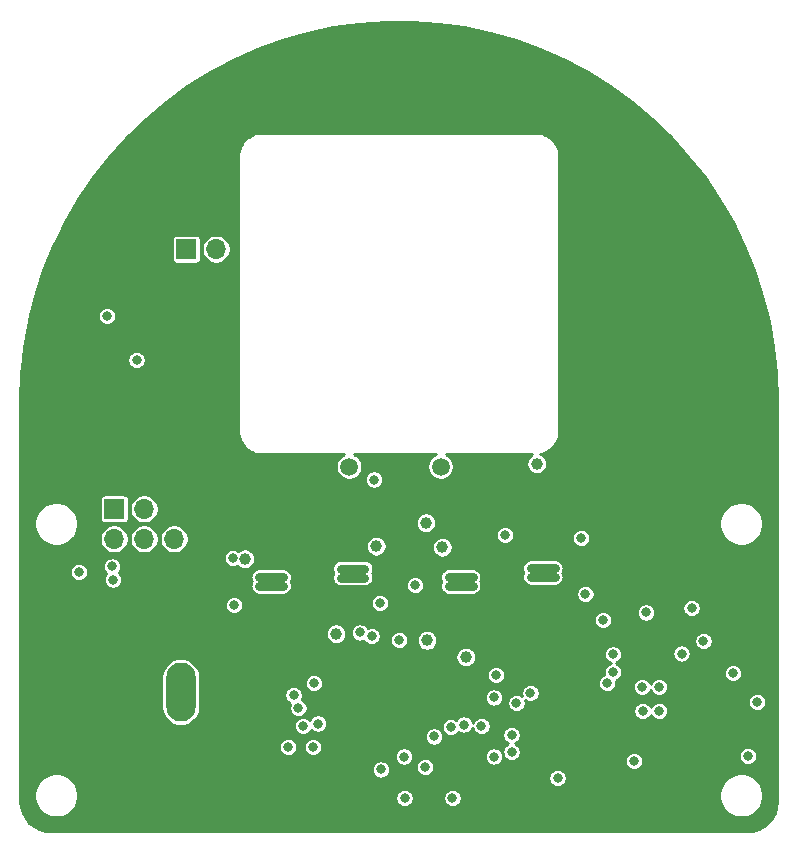
<source format=gbr>
%TF.GenerationSoftware,KiCad,Pcbnew,(5.1.6)-1*%
%TF.CreationDate,2020-09-22T17:38:13-04:00*%
%TF.ProjectId,wireless_charger,77697265-6c65-4737-935f-636861726765,rev?*%
%TF.SameCoordinates,Original*%
%TF.FileFunction,Copper,L2,Inr*%
%TF.FilePolarity,Positive*%
%FSLAX46Y46*%
G04 Gerber Fmt 4.6, Leading zero omitted, Abs format (unit mm)*
G04 Created by KiCad (PCBNEW (5.1.6)-1) date 2020-09-22 17:38:13*
%MOMM*%
%LPD*%
G01*
G04 APERTURE LIST*
%TA.AperFunction,ViaPad*%
%ADD10O,1.700000X1.700000*%
%TD*%
%TA.AperFunction,ViaPad*%
%ADD11R,1.700000X1.700000*%
%TD*%
%TA.AperFunction,ViaPad*%
%ADD12O,2.500000X5.000000*%
%TD*%
%TA.AperFunction,ViaPad*%
%ADD13O,2.250000X4.500000*%
%TD*%
%TA.AperFunction,ViaPad*%
%ADD14O,4.500000X2.250000*%
%TD*%
%TA.AperFunction,ViaPad*%
%ADD15C,1.500000*%
%TD*%
%TA.AperFunction,ViaPad*%
%ADD16C,0.800000*%
%TD*%
%TA.AperFunction,ViaPad*%
%ADD17C,0.500000*%
%TD*%
%TA.AperFunction,ViaPad*%
%ADD18C,1.000000*%
%TD*%
%TA.AperFunction,Conductor*%
%ADD19C,0.750000*%
%TD*%
%TA.AperFunction,Conductor*%
%ADD20C,0.254000*%
%TD*%
G04 APERTURE END LIST*
D10*
%TO.N,VIN*%
%TO.C,Fan_12V1*%
X120740000Y-59350000D03*
D11*
%TO.N,Net-(D3-Pad2)*%
X118200000Y-59350000D03*
%TD*%
D12*
%TO.N,VIN*%
%TO.C,J1*%
X117740000Y-96840000D03*
D13*
%TO.N,Earth*%
X111740000Y-96840000D03*
D14*
X114740000Y-101540000D03*
%TD*%
D15*
%TO.N,/coil1*%
%TO.C,LX1*%
X139750000Y-77750000D03*
%TD*%
%TO.N,/coil2*%
%TO.C,LX2*%
X132000000Y-77750000D03*
%TD*%
D10*
%TO.N,/SCL*%
%TO.C,J2*%
X117180000Y-83880000D03*
%TO.N,Earth*%
X117180000Y-81340000D03*
%TO.N,/SDA*%
X114640000Y-83880000D03*
%TO.N,+5V*%
X114640000Y-81340000D03*
%TO.N,Net-(J2-Pad2)*%
X112100000Y-83880000D03*
D11*
%TO.N,+5V*%
X112100000Y-81340000D03*
%TD*%
D16*
%TO.N,Earth*%
X111750000Y-105000000D03*
X113250000Y-105000000D03*
X111750000Y-106500000D03*
X113250000Y-106500000D03*
X158250000Y-74750000D03*
X159750000Y-74750000D03*
X158250000Y-76250000D03*
X159750000Y-76250000D03*
X158250000Y-61500000D03*
X159750000Y-61500000D03*
X158250000Y-63000000D03*
X159750000Y-63000000D03*
X144000000Y-45000000D03*
X145500000Y-45000000D03*
X144000000Y-46500000D03*
X145500000Y-46500000D03*
X127500000Y-45000000D03*
X129000000Y-45000000D03*
X127500000Y-46500000D03*
X129000000Y-46500000D03*
X112000000Y-61500000D03*
X113500000Y-61500000D03*
X112000000Y-63000000D03*
X113500000Y-63000000D03*
X135100000Y-86100000D03*
X148600000Y-90650000D03*
X148600000Y-89650000D03*
D17*
X135700000Y-99100000D03*
X136700000Y-99100000D03*
X137700000Y-99100000D03*
X134700000Y-96100000D03*
X135700000Y-96100000D03*
X136700000Y-96100000D03*
X137700000Y-96100000D03*
X137700000Y-96850000D03*
X136700000Y-96850000D03*
X135700000Y-96850000D03*
X134700000Y-96850000D03*
X134700000Y-97600000D03*
X135700000Y-97600000D03*
X136700000Y-97600000D03*
X137700000Y-97600000D03*
X137700000Y-98350000D03*
X136700000Y-98350000D03*
X135700000Y-98350000D03*
X134700000Y-98350000D03*
D16*
X149350000Y-79850000D03*
X136400000Y-80850000D03*
X131300000Y-102950000D03*
X149349083Y-96474434D03*
X129700000Y-88700000D03*
X129700000Y-87600000D03*
X129700000Y-86500000D03*
X129700000Y-85400000D03*
X145600000Y-89650000D03*
X145600000Y-90650000D03*
X146600000Y-90650000D03*
X146600000Y-89650000D03*
X147600000Y-89650000D03*
X147600000Y-90650000D03*
D17*
X134725000Y-99125000D03*
D16*
X152950000Y-87100000D03*
X156450000Y-87100000D03*
X160200000Y-88600000D03*
X157950000Y-86600000D03*
X127000008Y-94900000D03*
X129050000Y-94475000D03*
X128965000Y-102585000D03*
X159250000Y-104750000D03*
X160750000Y-104750000D03*
X159250000Y-106250000D03*
X160750000Y-106250000D03*
D17*
%TO.N,Net-(C1-Pad2)*%
X140450000Y-87100000D03*
X140450000Y-87850000D03*
X142450000Y-87850000D03*
X142450000Y-87100000D03*
X141450000Y-87850000D03*
X141450000Y-87100000D03*
%TO.N,Net-(C29-Pad2)*%
X124400000Y-87100000D03*
X124400000Y-87850000D03*
X126400000Y-87850000D03*
X126400000Y-87100000D03*
X125400000Y-87850000D03*
X125400000Y-87100000D03*
D16*
%TO.N,VCC_5V*%
X138450006Y-103200002D03*
X129000000Y-96100000D03*
X140749986Y-105799986D03*
%TO.N,Net-(C7-Pad2)*%
X128100000Y-99700000D03*
X126850007Y-101499993D03*
%TO.N,Net-(C9-Pad2)*%
X128950000Y-101500000D03*
X129365373Y-99515373D03*
D17*
%TO.N,Net-(C10-Pad2)*%
X131300000Y-86400000D03*
X131300000Y-87150000D03*
X133300000Y-87150000D03*
X133300000Y-86400000D03*
X132300000Y-87150000D03*
X132300000Y-86400000D03*
D16*
X132900000Y-91799990D03*
D18*
X134300000Y-84500000D03*
D16*
%TO.N,LDO33*%
X139175065Y-100600000D03*
X160150000Y-93580000D03*
X109115000Y-86685000D03*
X162000000Y-92499998D03*
X166550008Y-97700008D03*
X136634082Y-102309372D03*
X114000000Y-68750000D03*
%TO.N,VCOIL_OV*%
X149650000Y-104100000D03*
X145750000Y-101900000D03*
X146165015Y-97775003D03*
%TO.N,Net-(C39-Pad2)*%
X153850000Y-96100000D03*
X160999974Y-89749974D03*
%TO.N,Net-(D1-Pad1)*%
X122250000Y-89500000D03*
X122150010Y-85500000D03*
%TO.N,Net-(L1-Pad2)*%
X134679980Y-103400000D03*
X136700000Y-105800000D03*
D18*
%TO.N,Net-(Q1-Pad2)*%
X130900000Y-91900000D03*
X123173445Y-85556840D03*
%TO.N,Net-(Q2-Pad2)*%
X138600000Y-92475010D03*
X139900000Y-84600000D03*
D16*
%TO.N,Net-(Q4-Pad2)*%
X133902985Y-92100663D03*
X134600000Y-89299980D03*
%TO.N,Q_DRV1*%
X153500000Y-90750000D03*
X144442272Y-95400035D03*
D18*
%TO.N,Net-(Q6-Pad3)*%
X141875000Y-93875000D03*
D16*
X137600000Y-87800000D03*
%TO.N,Q_DRV2*%
X157150000Y-90100000D03*
X154350000Y-93650000D03*
%TO.N,OVP_CTL*%
X147350000Y-96900000D03*
X156122700Y-102672691D03*
%TO.N,Net-(R3-Pad1)*%
X144250000Y-102300000D03*
X165750000Y-102250000D03*
%TO.N,Net-(R4-Pad1)*%
X145750000Y-100475047D03*
X143200000Y-99700000D03*
X164500000Y-95250000D03*
%TO.N,Net-(R40-Pad2)*%
X158260928Y-98425021D03*
X158250000Y-96400000D03*
%TO.N,Net-(R43-Pad1)*%
X156850000Y-98425021D03*
X156800000Y-96400010D03*
%TO.N,Net-(U1-Pad42)*%
X127299996Y-97100000D03*
%TO.N,Net-(U1-Pad43)*%
X127700000Y-98200000D03*
%TO.N,Net-(Q5-Pad3)*%
X145200000Y-83550000D03*
X151999998Y-88550000D03*
D17*
%TO.N,/coil1*%
X147400000Y-86350000D03*
X147400000Y-87100000D03*
X149400000Y-87100000D03*
X149400000Y-86350000D03*
D16*
X136250000Y-92430000D03*
D18*
X138500000Y-82500000D03*
D17*
X148400000Y-87100000D03*
X148400000Y-86350000D03*
D16*
%TO.N,/coil2*%
X151650000Y-83800000D03*
X134100000Y-78850000D03*
%TO.N,/SDA*%
X141700000Y-99600000D03*
X111949647Y-86199984D03*
%TO.N,/SCL*%
X140600000Y-99800000D03*
X112004000Y-87324535D03*
%TO.N,/TS*%
X144250000Y-97300000D03*
X154350002Y-95150000D03*
X111500000Y-65000000D03*
D18*
X147875000Y-77500026D03*
%TD*%
D19*
%TO.N,Net-(C1-Pad2)*%
X140450000Y-87100000D02*
X142450000Y-87100000D01*
X142450000Y-87850000D02*
X140450000Y-87850000D01*
%TO.N,Net-(C29-Pad2)*%
X124400000Y-87100000D02*
X126400000Y-87100000D01*
X124400000Y-87850000D02*
X126400000Y-87850000D01*
%TO.N,Net-(C10-Pad2)*%
X131300000Y-86400000D02*
X133300000Y-86400000D01*
X133300000Y-87150000D02*
X131300000Y-87150000D01*
%TO.N,/coil1*%
X147400000Y-86350000D02*
X149400000Y-86350000D01*
X149400000Y-87100000D02*
X147400000Y-87100000D01*
%TD*%
D20*
%TO.N,Earth*%
G36*
X139547281Y-40252714D02*
G01*
X141760691Y-40563789D01*
X143946988Y-41028500D01*
X146095566Y-41644595D01*
X148195919Y-42409062D01*
X150237827Y-43318177D01*
X152211351Y-44367518D01*
X154106873Y-45551972D01*
X155915143Y-46865757D01*
X157627377Y-48302491D01*
X159235212Y-49855159D01*
X160730814Y-51516195D01*
X162106917Y-53277525D01*
X163356799Y-55130552D01*
X164474372Y-57066245D01*
X165454200Y-59075191D01*
X166291504Y-61147590D01*
X166982204Y-63273345D01*
X167522937Y-65442109D01*
X167911066Y-67643295D01*
X168144705Y-69866216D01*
X168223001Y-72108342D01*
X168222999Y-106076685D01*
X168172706Y-106589603D01*
X168030515Y-107060566D01*
X167799554Y-107494942D01*
X167488625Y-107876178D01*
X167109566Y-108189764D01*
X166676816Y-108423750D01*
X166206858Y-108569227D01*
X165695251Y-108622999D01*
X106723335Y-108623001D01*
X106210396Y-108572706D01*
X105739433Y-108430515D01*
X105305057Y-108199554D01*
X104923821Y-107888625D01*
X104610235Y-107509566D01*
X104376249Y-107076816D01*
X104230772Y-106606858D01*
X104177000Y-106095251D01*
X104177000Y-105416512D01*
X105337014Y-105416512D01*
X105337014Y-105783488D01*
X105408608Y-106143413D01*
X105549043Y-106482455D01*
X105752924Y-106787584D01*
X106012416Y-107047076D01*
X106317545Y-107250957D01*
X106656587Y-107391392D01*
X107016512Y-107462986D01*
X107383488Y-107462986D01*
X107743413Y-107391392D01*
X108082455Y-107250957D01*
X108387584Y-107047076D01*
X108647076Y-106787584D01*
X108850957Y-106482455D01*
X108991392Y-106143413D01*
X109062986Y-105783488D01*
X109062986Y-105723472D01*
X135923000Y-105723472D01*
X135923000Y-105876528D01*
X135952859Y-106026643D01*
X136011431Y-106168048D01*
X136096464Y-106295309D01*
X136204691Y-106403536D01*
X136331952Y-106488569D01*
X136473357Y-106547141D01*
X136623472Y-106577000D01*
X136776528Y-106577000D01*
X136926643Y-106547141D01*
X137068048Y-106488569D01*
X137195309Y-106403536D01*
X137303536Y-106295309D01*
X137388569Y-106168048D01*
X137447141Y-106026643D01*
X137477000Y-105876528D01*
X137477000Y-105723472D01*
X137476998Y-105723458D01*
X139972986Y-105723458D01*
X139972986Y-105876514D01*
X140002845Y-106026629D01*
X140061417Y-106168034D01*
X140146450Y-106295295D01*
X140254677Y-106403522D01*
X140381938Y-106488555D01*
X140523343Y-106547127D01*
X140673458Y-106576986D01*
X140826514Y-106576986D01*
X140976629Y-106547127D01*
X141118034Y-106488555D01*
X141245295Y-106403522D01*
X141353522Y-106295295D01*
X141438555Y-106168034D01*
X141497127Y-106026629D01*
X141526986Y-105876514D01*
X141526986Y-105723458D01*
X141497127Y-105573343D01*
X141438555Y-105431938D01*
X141428248Y-105416512D01*
X163337014Y-105416512D01*
X163337014Y-105783488D01*
X163408608Y-106143413D01*
X163549043Y-106482455D01*
X163752924Y-106787584D01*
X164012416Y-107047076D01*
X164317545Y-107250957D01*
X164656587Y-107391392D01*
X165016512Y-107462986D01*
X165383488Y-107462986D01*
X165743413Y-107391392D01*
X166082455Y-107250957D01*
X166387584Y-107047076D01*
X166647076Y-106787584D01*
X166850957Y-106482455D01*
X166991392Y-106143413D01*
X167062986Y-105783488D01*
X167062986Y-105416512D01*
X166991392Y-105056587D01*
X166850957Y-104717545D01*
X166647076Y-104412416D01*
X166387584Y-104152924D01*
X166082455Y-103949043D01*
X165743413Y-103808608D01*
X165383488Y-103737014D01*
X165016512Y-103737014D01*
X164656587Y-103808608D01*
X164317545Y-103949043D01*
X164012416Y-104152924D01*
X163752924Y-104412416D01*
X163549043Y-104717545D01*
X163408608Y-105056587D01*
X163337014Y-105416512D01*
X141428248Y-105416512D01*
X141353522Y-105304677D01*
X141245295Y-105196450D01*
X141118034Y-105111417D01*
X140976629Y-105052845D01*
X140826514Y-105022986D01*
X140673458Y-105022986D01*
X140523343Y-105052845D01*
X140381938Y-105111417D01*
X140254677Y-105196450D01*
X140146450Y-105304677D01*
X140061417Y-105431938D01*
X140002845Y-105573343D01*
X139972986Y-105723458D01*
X137476998Y-105723458D01*
X137447141Y-105573357D01*
X137388569Y-105431952D01*
X137303536Y-105304691D01*
X137195309Y-105196464D01*
X137068048Y-105111431D01*
X136926643Y-105052859D01*
X136776528Y-105023000D01*
X136623472Y-105023000D01*
X136473357Y-105052859D01*
X136331952Y-105111431D01*
X136204691Y-105196464D01*
X136096464Y-105304691D01*
X136011431Y-105431952D01*
X135952859Y-105573357D01*
X135923000Y-105723472D01*
X109062986Y-105723472D01*
X109062986Y-105416512D01*
X108991392Y-105056587D01*
X108850957Y-104717545D01*
X108647076Y-104412416D01*
X108387584Y-104152924D01*
X108082455Y-103949043D01*
X107743413Y-103808608D01*
X107383488Y-103737014D01*
X107016512Y-103737014D01*
X106656587Y-103808608D01*
X106317545Y-103949043D01*
X106012416Y-104152924D01*
X105752924Y-104412416D01*
X105549043Y-104717545D01*
X105408608Y-105056587D01*
X105337014Y-105416512D01*
X104177000Y-105416512D01*
X104177000Y-103323472D01*
X133902980Y-103323472D01*
X133902980Y-103476528D01*
X133932839Y-103626643D01*
X133991411Y-103768048D01*
X134076444Y-103895309D01*
X134184671Y-104003536D01*
X134311932Y-104088569D01*
X134453337Y-104147141D01*
X134603452Y-104177000D01*
X134756508Y-104177000D01*
X134906623Y-104147141D01*
X135048028Y-104088569D01*
X135145452Y-104023472D01*
X148873000Y-104023472D01*
X148873000Y-104176528D01*
X148902859Y-104326643D01*
X148961431Y-104468048D01*
X149046464Y-104595309D01*
X149154691Y-104703536D01*
X149281952Y-104788569D01*
X149423357Y-104847141D01*
X149573472Y-104877000D01*
X149726528Y-104877000D01*
X149876643Y-104847141D01*
X150018048Y-104788569D01*
X150145309Y-104703536D01*
X150253536Y-104595309D01*
X150338569Y-104468048D01*
X150397141Y-104326643D01*
X150427000Y-104176528D01*
X150427000Y-104023472D01*
X150397141Y-103873357D01*
X150338569Y-103731952D01*
X150253536Y-103604691D01*
X150145309Y-103496464D01*
X150018048Y-103411431D01*
X149876643Y-103352859D01*
X149726528Y-103323000D01*
X149573472Y-103323000D01*
X149423357Y-103352859D01*
X149281952Y-103411431D01*
X149154691Y-103496464D01*
X149046464Y-103604691D01*
X148961431Y-103731952D01*
X148902859Y-103873357D01*
X148873000Y-104023472D01*
X135145452Y-104023472D01*
X135175289Y-104003536D01*
X135283516Y-103895309D01*
X135368549Y-103768048D01*
X135427121Y-103626643D01*
X135456980Y-103476528D01*
X135456980Y-103323472D01*
X135427121Y-103173357D01*
X135406459Y-103123474D01*
X137673006Y-103123474D01*
X137673006Y-103276530D01*
X137702865Y-103426645D01*
X137761437Y-103568050D01*
X137846470Y-103695311D01*
X137954697Y-103803538D01*
X138081958Y-103888571D01*
X138223363Y-103947143D01*
X138373478Y-103977002D01*
X138526534Y-103977002D01*
X138676649Y-103947143D01*
X138818054Y-103888571D01*
X138945315Y-103803538D01*
X139053542Y-103695311D01*
X139138575Y-103568050D01*
X139197147Y-103426645D01*
X139227006Y-103276530D01*
X139227006Y-103123474D01*
X139197147Y-102973359D01*
X139138575Y-102831954D01*
X139053542Y-102704693D01*
X138945315Y-102596466D01*
X138818054Y-102511433D01*
X138676649Y-102452861D01*
X138526534Y-102423002D01*
X138373478Y-102423002D01*
X138223363Y-102452861D01*
X138081958Y-102511433D01*
X137954697Y-102596466D01*
X137846470Y-102704693D01*
X137761437Y-102831954D01*
X137702865Y-102973359D01*
X137673006Y-103123474D01*
X135406459Y-103123474D01*
X135368549Y-103031952D01*
X135283516Y-102904691D01*
X135175289Y-102796464D01*
X135048028Y-102711431D01*
X134906623Y-102652859D01*
X134756508Y-102623000D01*
X134603452Y-102623000D01*
X134453337Y-102652859D01*
X134311932Y-102711431D01*
X134184671Y-102796464D01*
X134076444Y-102904691D01*
X133991411Y-103031952D01*
X133932839Y-103173357D01*
X133902980Y-103323472D01*
X104177000Y-103323472D01*
X104177000Y-101423465D01*
X126073007Y-101423465D01*
X126073007Y-101576521D01*
X126102866Y-101726636D01*
X126161438Y-101868041D01*
X126246471Y-101995302D01*
X126354698Y-102103529D01*
X126481959Y-102188562D01*
X126623364Y-102247134D01*
X126773479Y-102276993D01*
X126926535Y-102276993D01*
X127076650Y-102247134D01*
X127218055Y-102188562D01*
X127345316Y-102103529D01*
X127453543Y-101995302D01*
X127538576Y-101868041D01*
X127597148Y-101726636D01*
X127627007Y-101576521D01*
X127627007Y-101423472D01*
X128173000Y-101423472D01*
X128173000Y-101576528D01*
X128202859Y-101726643D01*
X128261431Y-101868048D01*
X128346464Y-101995309D01*
X128454691Y-102103536D01*
X128581952Y-102188569D01*
X128723357Y-102247141D01*
X128873472Y-102277000D01*
X129026528Y-102277000D01*
X129176643Y-102247141D01*
X129211158Y-102232844D01*
X135857082Y-102232844D01*
X135857082Y-102385900D01*
X135886941Y-102536015D01*
X135945513Y-102677420D01*
X136030546Y-102804681D01*
X136138773Y-102912908D01*
X136266034Y-102997941D01*
X136407439Y-103056513D01*
X136557554Y-103086372D01*
X136710610Y-103086372D01*
X136860725Y-103056513D01*
X137002130Y-102997941D01*
X137129391Y-102912908D01*
X137237618Y-102804681D01*
X137322651Y-102677420D01*
X137381223Y-102536015D01*
X137411082Y-102385900D01*
X137411082Y-102232844D01*
X137409218Y-102223472D01*
X143473000Y-102223472D01*
X143473000Y-102376528D01*
X143502859Y-102526643D01*
X143561431Y-102668048D01*
X143646464Y-102795309D01*
X143754691Y-102903536D01*
X143881952Y-102988569D01*
X144023357Y-103047141D01*
X144173472Y-103077000D01*
X144326528Y-103077000D01*
X144476643Y-103047141D01*
X144618048Y-102988569D01*
X144745309Y-102903536D01*
X144853536Y-102795309D01*
X144938569Y-102668048D01*
X144997141Y-102526643D01*
X145027000Y-102376528D01*
X145027000Y-102223472D01*
X145012249Y-102149313D01*
X145061431Y-102268048D01*
X145146464Y-102395309D01*
X145254691Y-102503536D01*
X145381952Y-102588569D01*
X145523357Y-102647141D01*
X145673472Y-102677000D01*
X145826528Y-102677000D01*
X145976643Y-102647141D01*
X146099714Y-102596163D01*
X155345700Y-102596163D01*
X155345700Y-102749219D01*
X155375559Y-102899334D01*
X155434131Y-103040739D01*
X155519164Y-103168000D01*
X155627391Y-103276227D01*
X155754652Y-103361260D01*
X155896057Y-103419832D01*
X156046172Y-103449691D01*
X156199228Y-103449691D01*
X156349343Y-103419832D01*
X156490748Y-103361260D01*
X156618009Y-103276227D01*
X156726236Y-103168000D01*
X156811269Y-103040739D01*
X156869841Y-102899334D01*
X156899700Y-102749219D01*
X156899700Y-102596163D01*
X156869841Y-102446048D01*
X156811269Y-102304643D01*
X156726236Y-102177382D01*
X156722326Y-102173472D01*
X164973000Y-102173472D01*
X164973000Y-102326528D01*
X165002859Y-102476643D01*
X165061431Y-102618048D01*
X165146464Y-102745309D01*
X165254691Y-102853536D01*
X165381952Y-102938569D01*
X165523357Y-102997141D01*
X165673472Y-103027000D01*
X165826528Y-103027000D01*
X165976643Y-102997141D01*
X166118048Y-102938569D01*
X166245309Y-102853536D01*
X166353536Y-102745309D01*
X166438569Y-102618048D01*
X166497141Y-102476643D01*
X166527000Y-102326528D01*
X166527000Y-102173472D01*
X166497141Y-102023357D01*
X166438569Y-101881952D01*
X166353536Y-101754691D01*
X166245309Y-101646464D01*
X166118048Y-101561431D01*
X165976643Y-101502859D01*
X165826528Y-101473000D01*
X165673472Y-101473000D01*
X165523357Y-101502859D01*
X165381952Y-101561431D01*
X165254691Y-101646464D01*
X165146464Y-101754691D01*
X165061431Y-101881952D01*
X165002859Y-102023357D01*
X164973000Y-102173472D01*
X156722326Y-102173472D01*
X156618009Y-102069155D01*
X156490748Y-101984122D01*
X156349343Y-101925550D01*
X156199228Y-101895691D01*
X156046172Y-101895691D01*
X155896057Y-101925550D01*
X155754652Y-101984122D01*
X155627391Y-102069155D01*
X155519164Y-102177382D01*
X155434131Y-102304643D01*
X155375559Y-102446048D01*
X155345700Y-102596163D01*
X146099714Y-102596163D01*
X146118048Y-102588569D01*
X146245309Y-102503536D01*
X146353536Y-102395309D01*
X146438569Y-102268048D01*
X146497141Y-102126643D01*
X146527000Y-101976528D01*
X146527000Y-101823472D01*
X146497141Y-101673357D01*
X146438569Y-101531952D01*
X146353536Y-101404691D01*
X146245309Y-101296464D01*
X146118048Y-101211431D01*
X146060330Y-101187524D01*
X146118048Y-101163616D01*
X146245309Y-101078583D01*
X146353536Y-100970356D01*
X146438569Y-100843095D01*
X146497141Y-100701690D01*
X146527000Y-100551575D01*
X146527000Y-100398519D01*
X146497141Y-100248404D01*
X146438569Y-100106999D01*
X146353536Y-99979738D01*
X146245309Y-99871511D01*
X146118048Y-99786478D01*
X145976643Y-99727906D01*
X145826528Y-99698047D01*
X145673472Y-99698047D01*
X145523357Y-99727906D01*
X145381952Y-99786478D01*
X145254691Y-99871511D01*
X145146464Y-99979738D01*
X145061431Y-100106999D01*
X145002859Y-100248404D01*
X144973000Y-100398519D01*
X144973000Y-100551575D01*
X145002859Y-100701690D01*
X145061431Y-100843095D01*
X145146464Y-100970356D01*
X145254691Y-101078583D01*
X145381952Y-101163616D01*
X145439670Y-101187524D01*
X145381952Y-101211431D01*
X145254691Y-101296464D01*
X145146464Y-101404691D01*
X145061431Y-101531952D01*
X145002859Y-101673357D01*
X144973000Y-101823472D01*
X144973000Y-101976528D01*
X144987751Y-102050687D01*
X144938569Y-101931952D01*
X144853536Y-101804691D01*
X144745309Y-101696464D01*
X144618048Y-101611431D01*
X144476643Y-101552859D01*
X144326528Y-101523000D01*
X144173472Y-101523000D01*
X144023357Y-101552859D01*
X143881952Y-101611431D01*
X143754691Y-101696464D01*
X143646464Y-101804691D01*
X143561431Y-101931952D01*
X143502859Y-102073357D01*
X143473000Y-102223472D01*
X137409218Y-102223472D01*
X137381223Y-102082729D01*
X137322651Y-101941324D01*
X137237618Y-101814063D01*
X137129391Y-101705836D01*
X137002130Y-101620803D01*
X136860725Y-101562231D01*
X136710610Y-101532372D01*
X136557554Y-101532372D01*
X136407439Y-101562231D01*
X136266034Y-101620803D01*
X136138773Y-101705836D01*
X136030546Y-101814063D01*
X135945513Y-101941324D01*
X135886941Y-102082729D01*
X135857082Y-102232844D01*
X129211158Y-102232844D01*
X129318048Y-102188569D01*
X129445309Y-102103536D01*
X129553536Y-101995309D01*
X129638569Y-101868048D01*
X129697141Y-101726643D01*
X129727000Y-101576528D01*
X129727000Y-101423472D01*
X129697141Y-101273357D01*
X129638569Y-101131952D01*
X129553536Y-101004691D01*
X129445309Y-100896464D01*
X129318048Y-100811431D01*
X129176643Y-100752859D01*
X129026528Y-100723000D01*
X128873472Y-100723000D01*
X128723357Y-100752859D01*
X128581952Y-100811431D01*
X128454691Y-100896464D01*
X128346464Y-101004691D01*
X128261431Y-101131952D01*
X128202859Y-101273357D01*
X128173000Y-101423472D01*
X127627007Y-101423472D01*
X127627007Y-101423465D01*
X127597148Y-101273350D01*
X127538576Y-101131945D01*
X127453543Y-101004684D01*
X127345316Y-100896457D01*
X127218055Y-100811424D01*
X127076650Y-100752852D01*
X126926535Y-100722993D01*
X126773479Y-100722993D01*
X126623364Y-100752852D01*
X126481959Y-100811424D01*
X126354698Y-100896457D01*
X126246471Y-101004684D01*
X126161438Y-101131945D01*
X126102866Y-101273350D01*
X126073007Y-101423465D01*
X104177000Y-101423465D01*
X104177000Y-100523472D01*
X138398065Y-100523472D01*
X138398065Y-100676528D01*
X138427924Y-100826643D01*
X138486496Y-100968048D01*
X138571529Y-101095309D01*
X138679756Y-101203536D01*
X138807017Y-101288569D01*
X138948422Y-101347141D01*
X139098537Y-101377000D01*
X139251593Y-101377000D01*
X139401708Y-101347141D01*
X139543113Y-101288569D01*
X139670374Y-101203536D01*
X139778601Y-101095309D01*
X139863634Y-100968048D01*
X139922206Y-100826643D01*
X139952065Y-100676528D01*
X139952065Y-100523472D01*
X139922206Y-100373357D01*
X139863634Y-100231952D01*
X139778601Y-100104691D01*
X139670374Y-99996464D01*
X139543113Y-99911431D01*
X139401708Y-99852859D01*
X139251593Y-99823000D01*
X139098537Y-99823000D01*
X138948422Y-99852859D01*
X138807017Y-99911431D01*
X138679756Y-99996464D01*
X138571529Y-100104691D01*
X138486496Y-100231952D01*
X138427924Y-100373357D01*
X138398065Y-100523472D01*
X104177000Y-100523472D01*
X104177000Y-98169924D01*
X116113000Y-98169924D01*
X116136542Y-98408947D01*
X116229575Y-98715637D01*
X116380654Y-98998285D01*
X116583971Y-99246029D01*
X116831714Y-99449346D01*
X117114362Y-99600425D01*
X117421052Y-99693458D01*
X117740000Y-99724872D01*
X118058947Y-99693458D01*
X118365637Y-99600425D01*
X118648285Y-99449346D01*
X118896029Y-99246029D01*
X119099346Y-98998286D01*
X119250425Y-98715638D01*
X119343458Y-98408948D01*
X119367000Y-98169925D01*
X119367000Y-97023472D01*
X126522996Y-97023472D01*
X126522996Y-97176528D01*
X126552855Y-97326643D01*
X126611427Y-97468048D01*
X126696460Y-97595309D01*
X126804687Y-97703536D01*
X126931948Y-97788569D01*
X127016905Y-97823759D01*
X127011431Y-97831952D01*
X126952859Y-97973357D01*
X126923000Y-98123472D01*
X126923000Y-98276528D01*
X126952859Y-98426643D01*
X127011431Y-98568048D01*
X127096464Y-98695309D01*
X127204691Y-98803536D01*
X127331952Y-98888569D01*
X127473357Y-98947141D01*
X127623472Y-98977000D01*
X127776528Y-98977000D01*
X127850687Y-98962249D01*
X127731952Y-99011431D01*
X127604691Y-99096464D01*
X127496464Y-99204691D01*
X127411431Y-99331952D01*
X127352859Y-99473357D01*
X127323000Y-99623472D01*
X127323000Y-99776528D01*
X127352859Y-99926643D01*
X127411431Y-100068048D01*
X127496464Y-100195309D01*
X127604691Y-100303536D01*
X127731952Y-100388569D01*
X127873357Y-100447141D01*
X128023472Y-100477000D01*
X128176528Y-100477000D01*
X128326643Y-100447141D01*
X128468048Y-100388569D01*
X128595309Y-100303536D01*
X128703536Y-100195309D01*
X128788569Y-100068048D01*
X128797542Y-100046387D01*
X128870064Y-100118909D01*
X128997325Y-100203942D01*
X129138730Y-100262514D01*
X129288845Y-100292373D01*
X129441901Y-100292373D01*
X129592016Y-100262514D01*
X129733421Y-100203942D01*
X129860682Y-100118909D01*
X129968909Y-100010682D01*
X130053942Y-99883421D01*
X130112514Y-99742016D01*
X130116202Y-99723472D01*
X139823000Y-99723472D01*
X139823000Y-99876528D01*
X139852859Y-100026643D01*
X139911431Y-100168048D01*
X139996464Y-100295309D01*
X140104691Y-100403536D01*
X140231952Y-100488569D01*
X140373357Y-100547141D01*
X140523472Y-100577000D01*
X140676528Y-100577000D01*
X140826643Y-100547141D01*
X140968048Y-100488569D01*
X141095309Y-100403536D01*
X141203536Y-100295309D01*
X141246286Y-100231329D01*
X141331952Y-100288569D01*
X141473357Y-100347141D01*
X141623472Y-100377000D01*
X141776528Y-100377000D01*
X141926643Y-100347141D01*
X142068048Y-100288569D01*
X142195309Y-100203536D01*
X142303536Y-100095309D01*
X142388569Y-99968048D01*
X142437566Y-99849759D01*
X142452859Y-99926643D01*
X142511431Y-100068048D01*
X142596464Y-100195309D01*
X142704691Y-100303536D01*
X142831952Y-100388569D01*
X142973357Y-100447141D01*
X143123472Y-100477000D01*
X143276528Y-100477000D01*
X143426643Y-100447141D01*
X143568048Y-100388569D01*
X143695309Y-100303536D01*
X143803536Y-100195309D01*
X143888569Y-100068048D01*
X143947141Y-99926643D01*
X143977000Y-99776528D01*
X143977000Y-99623472D01*
X143947141Y-99473357D01*
X143888569Y-99331952D01*
X143803536Y-99204691D01*
X143695309Y-99096464D01*
X143568048Y-99011431D01*
X143426643Y-98952859D01*
X143276528Y-98923000D01*
X143123472Y-98923000D01*
X142973357Y-98952859D01*
X142831952Y-99011431D01*
X142704691Y-99096464D01*
X142596464Y-99204691D01*
X142511431Y-99331952D01*
X142462434Y-99450241D01*
X142447141Y-99373357D01*
X142388569Y-99231952D01*
X142303536Y-99104691D01*
X142195309Y-98996464D01*
X142068048Y-98911431D01*
X141926643Y-98852859D01*
X141776528Y-98823000D01*
X141623472Y-98823000D01*
X141473357Y-98852859D01*
X141331952Y-98911431D01*
X141204691Y-98996464D01*
X141096464Y-99104691D01*
X141053714Y-99168671D01*
X140968048Y-99111431D01*
X140826643Y-99052859D01*
X140676528Y-99023000D01*
X140523472Y-99023000D01*
X140373357Y-99052859D01*
X140231952Y-99111431D01*
X140104691Y-99196464D01*
X139996464Y-99304691D01*
X139911431Y-99431952D01*
X139852859Y-99573357D01*
X139823000Y-99723472D01*
X130116202Y-99723472D01*
X130142373Y-99591901D01*
X130142373Y-99438845D01*
X130112514Y-99288730D01*
X130053942Y-99147325D01*
X129968909Y-99020064D01*
X129860682Y-98911837D01*
X129733421Y-98826804D01*
X129592016Y-98768232D01*
X129441901Y-98738373D01*
X129288845Y-98738373D01*
X129138730Y-98768232D01*
X128997325Y-98826804D01*
X128870064Y-98911837D01*
X128761837Y-99020064D01*
X128676804Y-99147325D01*
X128667831Y-99168986D01*
X128595309Y-99096464D01*
X128468048Y-99011431D01*
X128326643Y-98952859D01*
X128176528Y-98923000D01*
X128023472Y-98923000D01*
X127949313Y-98937751D01*
X128068048Y-98888569D01*
X128195309Y-98803536D01*
X128303536Y-98695309D01*
X128388569Y-98568048D01*
X128447141Y-98426643D01*
X128477000Y-98276528D01*
X128477000Y-98123472D01*
X128447141Y-97973357D01*
X128388569Y-97831952D01*
X128303536Y-97704691D01*
X128195309Y-97596464D01*
X128068048Y-97511431D01*
X127983091Y-97476241D01*
X127988565Y-97468048D01*
X128047137Y-97326643D01*
X128067658Y-97223472D01*
X143473000Y-97223472D01*
X143473000Y-97376528D01*
X143502859Y-97526643D01*
X143561431Y-97668048D01*
X143646464Y-97795309D01*
X143754691Y-97903536D01*
X143881952Y-97988569D01*
X144023357Y-98047141D01*
X144173472Y-98077000D01*
X144326528Y-98077000D01*
X144476643Y-98047141D01*
X144618048Y-97988569D01*
X144745309Y-97903536D01*
X144853536Y-97795309D01*
X144918238Y-97698475D01*
X145388015Y-97698475D01*
X145388015Y-97851531D01*
X145417874Y-98001646D01*
X145476446Y-98143051D01*
X145561479Y-98270312D01*
X145669706Y-98378539D01*
X145796967Y-98463572D01*
X145938372Y-98522144D01*
X146088487Y-98552003D01*
X146241543Y-98552003D01*
X146391658Y-98522144D01*
X146533063Y-98463572D01*
X146660324Y-98378539D01*
X146690370Y-98348493D01*
X156073000Y-98348493D01*
X156073000Y-98501549D01*
X156102859Y-98651664D01*
X156161431Y-98793069D01*
X156246464Y-98920330D01*
X156354691Y-99028557D01*
X156481952Y-99113590D01*
X156623357Y-99172162D01*
X156773472Y-99202021D01*
X156926528Y-99202021D01*
X157076643Y-99172162D01*
X157218048Y-99113590D01*
X157345309Y-99028557D01*
X157453536Y-98920330D01*
X157538569Y-98793069D01*
X157555464Y-98752281D01*
X157572359Y-98793069D01*
X157657392Y-98920330D01*
X157765619Y-99028557D01*
X157892880Y-99113590D01*
X158034285Y-99172162D01*
X158184400Y-99202021D01*
X158337456Y-99202021D01*
X158487571Y-99172162D01*
X158628976Y-99113590D01*
X158756237Y-99028557D01*
X158864464Y-98920330D01*
X158949497Y-98793069D01*
X159008069Y-98651664D01*
X159037928Y-98501549D01*
X159037928Y-98348493D01*
X159008069Y-98198378D01*
X158949497Y-98056973D01*
X158864464Y-97929712D01*
X158756237Y-97821485D01*
X158628976Y-97736452D01*
X158487571Y-97677880D01*
X158337456Y-97648021D01*
X158184400Y-97648021D01*
X158034285Y-97677880D01*
X157892880Y-97736452D01*
X157765619Y-97821485D01*
X157657392Y-97929712D01*
X157572359Y-98056973D01*
X157555464Y-98097761D01*
X157538569Y-98056973D01*
X157453536Y-97929712D01*
X157345309Y-97821485D01*
X157218048Y-97736452D01*
X157076643Y-97677880D01*
X156926528Y-97648021D01*
X156773472Y-97648021D01*
X156623357Y-97677880D01*
X156481952Y-97736452D01*
X156354691Y-97821485D01*
X156246464Y-97929712D01*
X156161431Y-98056973D01*
X156102859Y-98198378D01*
X156073000Y-98348493D01*
X146690370Y-98348493D01*
X146768551Y-98270312D01*
X146853584Y-98143051D01*
X146912156Y-98001646D01*
X146942015Y-97851531D01*
X146942015Y-97698475D01*
X146912156Y-97548360D01*
X146908475Y-97539473D01*
X146981952Y-97588569D01*
X147123357Y-97647141D01*
X147273472Y-97677000D01*
X147426528Y-97677000D01*
X147576643Y-97647141D01*
X147633765Y-97623480D01*
X165773008Y-97623480D01*
X165773008Y-97776536D01*
X165802867Y-97926651D01*
X165861439Y-98068056D01*
X165946472Y-98195317D01*
X166054699Y-98303544D01*
X166181960Y-98388577D01*
X166323365Y-98447149D01*
X166473480Y-98477008D01*
X166626536Y-98477008D01*
X166776651Y-98447149D01*
X166918056Y-98388577D01*
X167045317Y-98303544D01*
X167153544Y-98195317D01*
X167238577Y-98068056D01*
X167297149Y-97926651D01*
X167327008Y-97776536D01*
X167327008Y-97623480D01*
X167297149Y-97473365D01*
X167238577Y-97331960D01*
X167153544Y-97204699D01*
X167045317Y-97096472D01*
X166918056Y-97011439D01*
X166776651Y-96952867D01*
X166626536Y-96923008D01*
X166473480Y-96923008D01*
X166323365Y-96952867D01*
X166181960Y-97011439D01*
X166054699Y-97096472D01*
X165946472Y-97204699D01*
X165861439Y-97331960D01*
X165802867Y-97473365D01*
X165773008Y-97623480D01*
X147633765Y-97623480D01*
X147718048Y-97588569D01*
X147845309Y-97503536D01*
X147953536Y-97395309D01*
X148038569Y-97268048D01*
X148097141Y-97126643D01*
X148127000Y-96976528D01*
X148127000Y-96823472D01*
X148097141Y-96673357D01*
X148038569Y-96531952D01*
X147953536Y-96404691D01*
X147845309Y-96296464D01*
X147718048Y-96211431D01*
X147576643Y-96152859D01*
X147426528Y-96123000D01*
X147273472Y-96123000D01*
X147123357Y-96152859D01*
X146981952Y-96211431D01*
X146854691Y-96296464D01*
X146746464Y-96404691D01*
X146661431Y-96531952D01*
X146602859Y-96673357D01*
X146573000Y-96823472D01*
X146573000Y-96976528D01*
X146602859Y-97126643D01*
X146606540Y-97135530D01*
X146533063Y-97086434D01*
X146391658Y-97027862D01*
X146241543Y-96998003D01*
X146088487Y-96998003D01*
X145938372Y-97027862D01*
X145796967Y-97086434D01*
X145669706Y-97171467D01*
X145561479Y-97279694D01*
X145476446Y-97406955D01*
X145417874Y-97548360D01*
X145388015Y-97698475D01*
X144918238Y-97698475D01*
X144938569Y-97668048D01*
X144997141Y-97526643D01*
X145027000Y-97376528D01*
X145027000Y-97223472D01*
X144997141Y-97073357D01*
X144938569Y-96931952D01*
X144853536Y-96804691D01*
X144745309Y-96696464D01*
X144618048Y-96611431D01*
X144476643Y-96552859D01*
X144326528Y-96523000D01*
X144173472Y-96523000D01*
X144023357Y-96552859D01*
X143881952Y-96611431D01*
X143754691Y-96696464D01*
X143646464Y-96804691D01*
X143561431Y-96931952D01*
X143502859Y-97073357D01*
X143473000Y-97223472D01*
X128067658Y-97223472D01*
X128076996Y-97176528D01*
X128076996Y-97023472D01*
X128047137Y-96873357D01*
X127988565Y-96731952D01*
X127903532Y-96604691D01*
X127795305Y-96496464D01*
X127668044Y-96411431D01*
X127526639Y-96352859D01*
X127376524Y-96323000D01*
X127223468Y-96323000D01*
X127073353Y-96352859D01*
X126931948Y-96411431D01*
X126804687Y-96496464D01*
X126696460Y-96604691D01*
X126611427Y-96731952D01*
X126552855Y-96873357D01*
X126522996Y-97023472D01*
X119367000Y-97023472D01*
X119367000Y-96023472D01*
X128223000Y-96023472D01*
X128223000Y-96176528D01*
X128252859Y-96326643D01*
X128311431Y-96468048D01*
X128396464Y-96595309D01*
X128504691Y-96703536D01*
X128631952Y-96788569D01*
X128773357Y-96847141D01*
X128923472Y-96877000D01*
X129076528Y-96877000D01*
X129226643Y-96847141D01*
X129368048Y-96788569D01*
X129495309Y-96703536D01*
X129603536Y-96595309D01*
X129688569Y-96468048D01*
X129747141Y-96326643D01*
X129777000Y-96176528D01*
X129777000Y-96023472D01*
X129747141Y-95873357D01*
X129688569Y-95731952D01*
X129603536Y-95604691D01*
X129495309Y-95496464D01*
X129368048Y-95411431D01*
X129226643Y-95352859D01*
X129079077Y-95323507D01*
X143665272Y-95323507D01*
X143665272Y-95476563D01*
X143695131Y-95626678D01*
X143753703Y-95768083D01*
X143838736Y-95895344D01*
X143946963Y-96003571D01*
X144074224Y-96088604D01*
X144215629Y-96147176D01*
X144365744Y-96177035D01*
X144518800Y-96177035D01*
X144668915Y-96147176D01*
X144810320Y-96088604D01*
X144907797Y-96023472D01*
X153073000Y-96023472D01*
X153073000Y-96176528D01*
X153102859Y-96326643D01*
X153161431Y-96468048D01*
X153246464Y-96595309D01*
X153354691Y-96703536D01*
X153481952Y-96788569D01*
X153623357Y-96847141D01*
X153773472Y-96877000D01*
X153926528Y-96877000D01*
X154076643Y-96847141D01*
X154218048Y-96788569D01*
X154345309Y-96703536D01*
X154453536Y-96595309D01*
X154538569Y-96468048D01*
X154597141Y-96326643D01*
X154597769Y-96323482D01*
X156023000Y-96323482D01*
X156023000Y-96476538D01*
X156052859Y-96626653D01*
X156111431Y-96768058D01*
X156196464Y-96895319D01*
X156304691Y-97003546D01*
X156431952Y-97088579D01*
X156573357Y-97147151D01*
X156723472Y-97177010D01*
X156876528Y-97177010D01*
X157026643Y-97147151D01*
X157168048Y-97088579D01*
X157295309Y-97003546D01*
X157403536Y-96895319D01*
X157488569Y-96768058D01*
X157525002Y-96680101D01*
X157561431Y-96768048D01*
X157646464Y-96895309D01*
X157754691Y-97003536D01*
X157881952Y-97088569D01*
X158023357Y-97147141D01*
X158173472Y-97177000D01*
X158326528Y-97177000D01*
X158476643Y-97147141D01*
X158618048Y-97088569D01*
X158745309Y-97003536D01*
X158853536Y-96895309D01*
X158938569Y-96768048D01*
X158997141Y-96626643D01*
X159027000Y-96476528D01*
X159027000Y-96323472D01*
X158997141Y-96173357D01*
X158938569Y-96031952D01*
X158853536Y-95904691D01*
X158745309Y-95796464D01*
X158618048Y-95711431D01*
X158476643Y-95652859D01*
X158326528Y-95623000D01*
X158173472Y-95623000D01*
X158023357Y-95652859D01*
X157881952Y-95711431D01*
X157754691Y-95796464D01*
X157646464Y-95904691D01*
X157561431Y-96031952D01*
X157524998Y-96119909D01*
X157488569Y-96031962D01*
X157403536Y-95904701D01*
X157295309Y-95796474D01*
X157168048Y-95711441D01*
X157026643Y-95652869D01*
X156876528Y-95623010D01*
X156723472Y-95623010D01*
X156573357Y-95652869D01*
X156431952Y-95711441D01*
X156304691Y-95796474D01*
X156196464Y-95904701D01*
X156111431Y-96031962D01*
X156052859Y-96173367D01*
X156023000Y-96323482D01*
X154597769Y-96323482D01*
X154627000Y-96176528D01*
X154627000Y-96023472D01*
X154599952Y-95887487D01*
X154718050Y-95838569D01*
X154845311Y-95753536D01*
X154953538Y-95645309D01*
X155038571Y-95518048D01*
X155097143Y-95376643D01*
X155127002Y-95226528D01*
X155127002Y-95173472D01*
X163723000Y-95173472D01*
X163723000Y-95326528D01*
X163752859Y-95476643D01*
X163811431Y-95618048D01*
X163896464Y-95745309D01*
X164004691Y-95853536D01*
X164131952Y-95938569D01*
X164273357Y-95997141D01*
X164423472Y-96027000D01*
X164576528Y-96027000D01*
X164726643Y-95997141D01*
X164868048Y-95938569D01*
X164995309Y-95853536D01*
X165103536Y-95745309D01*
X165188569Y-95618048D01*
X165247141Y-95476643D01*
X165277000Y-95326528D01*
X165277000Y-95173472D01*
X165247141Y-95023357D01*
X165188569Y-94881952D01*
X165103536Y-94754691D01*
X164995309Y-94646464D01*
X164868048Y-94561431D01*
X164726643Y-94502859D01*
X164576528Y-94473000D01*
X164423472Y-94473000D01*
X164273357Y-94502859D01*
X164131952Y-94561431D01*
X164004691Y-94646464D01*
X163896464Y-94754691D01*
X163811431Y-94881952D01*
X163752859Y-95023357D01*
X163723000Y-95173472D01*
X155127002Y-95173472D01*
X155127002Y-95073472D01*
X155097143Y-94923357D01*
X155038571Y-94781952D01*
X154953538Y-94654691D01*
X154845311Y-94546464D01*
X154718050Y-94461431D01*
X154576645Y-94402859D01*
X154562270Y-94400000D01*
X154576643Y-94397141D01*
X154718048Y-94338569D01*
X154845309Y-94253536D01*
X154953536Y-94145309D01*
X155038569Y-94018048D01*
X155097141Y-93876643D01*
X155127000Y-93726528D01*
X155127000Y-93573472D01*
X155113077Y-93503472D01*
X159373000Y-93503472D01*
X159373000Y-93656528D01*
X159402859Y-93806643D01*
X159461431Y-93948048D01*
X159546464Y-94075309D01*
X159654691Y-94183536D01*
X159781952Y-94268569D01*
X159923357Y-94327141D01*
X160073472Y-94357000D01*
X160226528Y-94357000D01*
X160376643Y-94327141D01*
X160518048Y-94268569D01*
X160645309Y-94183536D01*
X160753536Y-94075309D01*
X160838569Y-93948048D01*
X160897141Y-93806643D01*
X160927000Y-93656528D01*
X160927000Y-93503472D01*
X160897141Y-93353357D01*
X160838569Y-93211952D01*
X160753536Y-93084691D01*
X160645309Y-92976464D01*
X160518048Y-92891431D01*
X160376643Y-92832859D01*
X160226528Y-92803000D01*
X160073472Y-92803000D01*
X159923357Y-92832859D01*
X159781952Y-92891431D01*
X159654691Y-92976464D01*
X159546464Y-93084691D01*
X159461431Y-93211952D01*
X159402859Y-93353357D01*
X159373000Y-93503472D01*
X155113077Y-93503472D01*
X155097141Y-93423357D01*
X155038569Y-93281952D01*
X154953536Y-93154691D01*
X154845309Y-93046464D01*
X154718048Y-92961431D01*
X154576643Y-92902859D01*
X154426528Y-92873000D01*
X154273472Y-92873000D01*
X154123357Y-92902859D01*
X153981952Y-92961431D01*
X153854691Y-93046464D01*
X153746464Y-93154691D01*
X153661431Y-93281952D01*
X153602859Y-93423357D01*
X153573000Y-93573472D01*
X153573000Y-93726528D01*
X153602859Y-93876643D01*
X153661431Y-94018048D01*
X153746464Y-94145309D01*
X153854691Y-94253536D01*
X153981952Y-94338569D01*
X154123357Y-94397141D01*
X154137732Y-94400000D01*
X154123359Y-94402859D01*
X153981954Y-94461431D01*
X153854693Y-94546464D01*
X153746466Y-94654691D01*
X153661433Y-94781952D01*
X153602861Y-94923357D01*
X153573002Y-95073472D01*
X153573002Y-95226528D01*
X153600050Y-95362513D01*
X153481952Y-95411431D01*
X153354691Y-95496464D01*
X153246464Y-95604691D01*
X153161431Y-95731952D01*
X153102859Y-95873357D01*
X153073000Y-96023472D01*
X144907797Y-96023472D01*
X144937581Y-96003571D01*
X145045808Y-95895344D01*
X145130841Y-95768083D01*
X145189413Y-95626678D01*
X145219272Y-95476563D01*
X145219272Y-95323507D01*
X145189413Y-95173392D01*
X145130841Y-95031987D01*
X145045808Y-94904726D01*
X144937581Y-94796499D01*
X144810320Y-94711466D01*
X144668915Y-94652894D01*
X144518800Y-94623035D01*
X144365744Y-94623035D01*
X144215629Y-94652894D01*
X144074224Y-94711466D01*
X143946963Y-94796499D01*
X143838736Y-94904726D01*
X143753703Y-95031987D01*
X143695131Y-95173392D01*
X143665272Y-95323507D01*
X129079077Y-95323507D01*
X129076528Y-95323000D01*
X128923472Y-95323000D01*
X128773357Y-95352859D01*
X128631952Y-95411431D01*
X128504691Y-95496464D01*
X128396464Y-95604691D01*
X128311431Y-95731952D01*
X128252859Y-95873357D01*
X128223000Y-96023472D01*
X119367000Y-96023472D01*
X119367000Y-95510075D01*
X119343458Y-95271052D01*
X119250425Y-94964362D01*
X119099346Y-94681714D01*
X118896029Y-94433971D01*
X118648286Y-94230654D01*
X118365638Y-94079575D01*
X118058948Y-93986542D01*
X117740000Y-93955128D01*
X117421053Y-93986542D01*
X117114363Y-94079575D01*
X116831715Y-94230654D01*
X116583972Y-94433971D01*
X116380655Y-94681714D01*
X116229576Y-94964362D01*
X116136543Y-95271052D01*
X116113001Y-95510075D01*
X116113000Y-98169924D01*
X104177000Y-98169924D01*
X104177000Y-93788623D01*
X140998000Y-93788623D01*
X140998000Y-93961377D01*
X141031703Y-94130811D01*
X141097813Y-94290415D01*
X141193790Y-94434055D01*
X141315945Y-94556210D01*
X141459585Y-94652187D01*
X141619189Y-94718297D01*
X141788623Y-94752000D01*
X141961377Y-94752000D01*
X142130811Y-94718297D01*
X142290415Y-94652187D01*
X142434055Y-94556210D01*
X142556210Y-94434055D01*
X142652187Y-94290415D01*
X142718297Y-94130811D01*
X142752000Y-93961377D01*
X142752000Y-93788623D01*
X142718297Y-93619189D01*
X142652187Y-93459585D01*
X142556210Y-93315945D01*
X142434055Y-93193790D01*
X142290415Y-93097813D01*
X142130811Y-93031703D01*
X141961377Y-92998000D01*
X141788623Y-92998000D01*
X141619189Y-93031703D01*
X141459585Y-93097813D01*
X141315945Y-93193790D01*
X141193790Y-93315945D01*
X141097813Y-93459585D01*
X141031703Y-93619189D01*
X140998000Y-93788623D01*
X104177000Y-93788623D01*
X104177000Y-91813623D01*
X130023000Y-91813623D01*
X130023000Y-91986377D01*
X130056703Y-92155811D01*
X130122813Y-92315415D01*
X130218790Y-92459055D01*
X130340945Y-92581210D01*
X130484585Y-92677187D01*
X130644189Y-92743297D01*
X130813623Y-92777000D01*
X130986377Y-92777000D01*
X131155811Y-92743297D01*
X131315415Y-92677187D01*
X131459055Y-92581210D01*
X131581210Y-92459055D01*
X131677187Y-92315415D01*
X131743297Y-92155811D01*
X131777000Y-91986377D01*
X131777000Y-91813623D01*
X131759066Y-91723462D01*
X132123000Y-91723462D01*
X132123000Y-91876518D01*
X132152859Y-92026633D01*
X132211431Y-92168038D01*
X132296464Y-92295299D01*
X132404691Y-92403526D01*
X132531952Y-92488559D01*
X132673357Y-92547131D01*
X132823472Y-92576990D01*
X132976528Y-92576990D01*
X133126643Y-92547131D01*
X133236429Y-92501656D01*
X133299449Y-92595972D01*
X133407676Y-92704199D01*
X133534937Y-92789232D01*
X133676342Y-92847804D01*
X133826457Y-92877663D01*
X133979513Y-92877663D01*
X134129628Y-92847804D01*
X134271033Y-92789232D01*
X134398294Y-92704199D01*
X134506521Y-92595972D01*
X134591554Y-92468711D01*
X134639287Y-92353472D01*
X135473000Y-92353472D01*
X135473000Y-92506528D01*
X135502859Y-92656643D01*
X135561431Y-92798048D01*
X135646464Y-92925309D01*
X135754691Y-93033536D01*
X135881952Y-93118569D01*
X136023357Y-93177141D01*
X136173472Y-93207000D01*
X136326528Y-93207000D01*
X136476643Y-93177141D01*
X136618048Y-93118569D01*
X136745309Y-93033536D01*
X136853536Y-92925309D01*
X136938569Y-92798048D01*
X136997141Y-92656643D01*
X137027000Y-92506528D01*
X137027000Y-92388633D01*
X137723000Y-92388633D01*
X137723000Y-92561387D01*
X137756703Y-92730821D01*
X137822813Y-92890425D01*
X137918790Y-93034065D01*
X138040945Y-93156220D01*
X138184585Y-93252197D01*
X138344189Y-93318307D01*
X138513623Y-93352010D01*
X138686377Y-93352010D01*
X138855811Y-93318307D01*
X139015415Y-93252197D01*
X139159055Y-93156220D01*
X139281210Y-93034065D01*
X139377187Y-92890425D01*
X139443297Y-92730821D01*
X139477000Y-92561387D01*
X139477000Y-92423470D01*
X161223000Y-92423470D01*
X161223000Y-92576526D01*
X161252859Y-92726641D01*
X161311431Y-92868046D01*
X161396464Y-92995307D01*
X161504691Y-93103534D01*
X161631952Y-93188567D01*
X161773357Y-93247139D01*
X161923472Y-93276998D01*
X162076528Y-93276998D01*
X162226643Y-93247139D01*
X162368048Y-93188567D01*
X162495309Y-93103534D01*
X162603536Y-92995307D01*
X162688569Y-92868046D01*
X162747141Y-92726641D01*
X162777000Y-92576526D01*
X162777000Y-92423470D01*
X162747141Y-92273355D01*
X162688569Y-92131950D01*
X162603536Y-92004689D01*
X162495309Y-91896462D01*
X162368048Y-91811429D01*
X162226643Y-91752857D01*
X162076528Y-91722998D01*
X161923472Y-91722998D01*
X161773357Y-91752857D01*
X161631952Y-91811429D01*
X161504691Y-91896462D01*
X161396464Y-92004689D01*
X161311431Y-92131950D01*
X161252859Y-92273355D01*
X161223000Y-92423470D01*
X139477000Y-92423470D01*
X139477000Y-92388633D01*
X139443297Y-92219199D01*
X139377187Y-92059595D01*
X139281210Y-91915955D01*
X139159055Y-91793800D01*
X139015415Y-91697823D01*
X138855811Y-91631713D01*
X138686377Y-91598010D01*
X138513623Y-91598010D01*
X138344189Y-91631713D01*
X138184585Y-91697823D01*
X138040945Y-91793800D01*
X137918790Y-91915955D01*
X137822813Y-92059595D01*
X137756703Y-92219199D01*
X137723000Y-92388633D01*
X137027000Y-92388633D01*
X137027000Y-92353472D01*
X136997141Y-92203357D01*
X136938569Y-92061952D01*
X136853536Y-91934691D01*
X136745309Y-91826464D01*
X136618048Y-91741431D01*
X136476643Y-91682859D01*
X136326528Y-91653000D01*
X136173472Y-91653000D01*
X136023357Y-91682859D01*
X135881952Y-91741431D01*
X135754691Y-91826464D01*
X135646464Y-91934691D01*
X135561431Y-92061952D01*
X135502859Y-92203357D01*
X135473000Y-92353472D01*
X134639287Y-92353472D01*
X134650126Y-92327306D01*
X134679985Y-92177191D01*
X134679985Y-92024135D01*
X134650126Y-91874020D01*
X134591554Y-91732615D01*
X134506521Y-91605354D01*
X134398294Y-91497127D01*
X134271033Y-91412094D01*
X134129628Y-91353522D01*
X133979513Y-91323663D01*
X133826457Y-91323663D01*
X133676342Y-91353522D01*
X133566556Y-91398997D01*
X133503536Y-91304681D01*
X133395309Y-91196454D01*
X133268048Y-91111421D01*
X133126643Y-91052849D01*
X132976528Y-91022990D01*
X132823472Y-91022990D01*
X132673357Y-91052849D01*
X132531952Y-91111421D01*
X132404691Y-91196454D01*
X132296464Y-91304681D01*
X132211431Y-91431942D01*
X132152859Y-91573347D01*
X132123000Y-91723462D01*
X131759066Y-91723462D01*
X131743297Y-91644189D01*
X131677187Y-91484585D01*
X131581210Y-91340945D01*
X131459055Y-91218790D01*
X131315415Y-91122813D01*
X131155811Y-91056703D01*
X130986377Y-91023000D01*
X130813623Y-91023000D01*
X130644189Y-91056703D01*
X130484585Y-91122813D01*
X130340945Y-91218790D01*
X130218790Y-91340945D01*
X130122813Y-91484585D01*
X130056703Y-91644189D01*
X130023000Y-91813623D01*
X104177000Y-91813623D01*
X104177000Y-90673472D01*
X152723000Y-90673472D01*
X152723000Y-90826528D01*
X152752859Y-90976643D01*
X152811431Y-91118048D01*
X152896464Y-91245309D01*
X153004691Y-91353536D01*
X153131952Y-91438569D01*
X153273357Y-91497141D01*
X153423472Y-91527000D01*
X153576528Y-91527000D01*
X153726643Y-91497141D01*
X153868048Y-91438569D01*
X153995309Y-91353536D01*
X154103536Y-91245309D01*
X154188569Y-91118048D01*
X154247141Y-90976643D01*
X154277000Y-90826528D01*
X154277000Y-90673472D01*
X154247141Y-90523357D01*
X154188569Y-90381952D01*
X154103536Y-90254691D01*
X153995309Y-90146464D01*
X153868048Y-90061431D01*
X153776408Y-90023472D01*
X156373000Y-90023472D01*
X156373000Y-90176528D01*
X156402859Y-90326643D01*
X156461431Y-90468048D01*
X156546464Y-90595309D01*
X156654691Y-90703536D01*
X156781952Y-90788569D01*
X156923357Y-90847141D01*
X157073472Y-90877000D01*
X157226528Y-90877000D01*
X157376643Y-90847141D01*
X157518048Y-90788569D01*
X157645309Y-90703536D01*
X157753536Y-90595309D01*
X157838569Y-90468048D01*
X157897141Y-90326643D01*
X157927000Y-90176528D01*
X157927000Y-90023472D01*
X157897141Y-89873357D01*
X157838569Y-89731952D01*
X157799477Y-89673446D01*
X160222974Y-89673446D01*
X160222974Y-89826502D01*
X160252833Y-89976617D01*
X160311405Y-90118022D01*
X160396438Y-90245283D01*
X160504665Y-90353510D01*
X160631926Y-90438543D01*
X160773331Y-90497115D01*
X160923446Y-90526974D01*
X161076502Y-90526974D01*
X161226617Y-90497115D01*
X161368022Y-90438543D01*
X161495283Y-90353510D01*
X161603510Y-90245283D01*
X161688543Y-90118022D01*
X161747115Y-89976617D01*
X161776974Y-89826502D01*
X161776974Y-89673446D01*
X161747115Y-89523331D01*
X161688543Y-89381926D01*
X161603510Y-89254665D01*
X161495283Y-89146438D01*
X161368022Y-89061405D01*
X161226617Y-89002833D01*
X161076502Y-88972974D01*
X160923446Y-88972974D01*
X160773331Y-89002833D01*
X160631926Y-89061405D01*
X160504665Y-89146438D01*
X160396438Y-89254665D01*
X160311405Y-89381926D01*
X160252833Y-89523331D01*
X160222974Y-89673446D01*
X157799477Y-89673446D01*
X157753536Y-89604691D01*
X157645309Y-89496464D01*
X157518048Y-89411431D01*
X157376643Y-89352859D01*
X157226528Y-89323000D01*
X157073472Y-89323000D01*
X156923357Y-89352859D01*
X156781952Y-89411431D01*
X156654691Y-89496464D01*
X156546464Y-89604691D01*
X156461431Y-89731952D01*
X156402859Y-89873357D01*
X156373000Y-90023472D01*
X153776408Y-90023472D01*
X153726643Y-90002859D01*
X153576528Y-89973000D01*
X153423472Y-89973000D01*
X153273357Y-90002859D01*
X153131952Y-90061431D01*
X153004691Y-90146464D01*
X152896464Y-90254691D01*
X152811431Y-90381952D01*
X152752859Y-90523357D01*
X152723000Y-90673472D01*
X104177000Y-90673472D01*
X104177000Y-89423472D01*
X121473000Y-89423472D01*
X121473000Y-89576528D01*
X121502859Y-89726643D01*
X121561431Y-89868048D01*
X121646464Y-89995309D01*
X121754691Y-90103536D01*
X121881952Y-90188569D01*
X122023357Y-90247141D01*
X122173472Y-90277000D01*
X122326528Y-90277000D01*
X122476643Y-90247141D01*
X122618048Y-90188569D01*
X122745309Y-90103536D01*
X122853536Y-89995309D01*
X122938569Y-89868048D01*
X122997141Y-89726643D01*
X123027000Y-89576528D01*
X123027000Y-89423472D01*
X122997141Y-89273357D01*
X122976470Y-89223452D01*
X133823000Y-89223452D01*
X133823000Y-89376508D01*
X133852859Y-89526623D01*
X133911431Y-89668028D01*
X133996464Y-89795289D01*
X134104691Y-89903516D01*
X134231952Y-89988549D01*
X134373357Y-90047121D01*
X134523472Y-90076980D01*
X134676528Y-90076980D01*
X134826643Y-90047121D01*
X134968048Y-89988549D01*
X135095309Y-89903516D01*
X135203536Y-89795289D01*
X135288569Y-89668028D01*
X135347141Y-89526623D01*
X135377000Y-89376508D01*
X135377000Y-89223452D01*
X135347141Y-89073337D01*
X135288569Y-88931932D01*
X135203536Y-88804671D01*
X135095309Y-88696444D01*
X134968048Y-88611411D01*
X134826643Y-88552839D01*
X134676528Y-88522980D01*
X134523472Y-88522980D01*
X134373357Y-88552839D01*
X134231952Y-88611411D01*
X134104691Y-88696444D01*
X133996464Y-88804671D01*
X133911431Y-88931932D01*
X133852859Y-89073337D01*
X133823000Y-89223452D01*
X122976470Y-89223452D01*
X122938569Y-89131952D01*
X122853536Y-89004691D01*
X122745309Y-88896464D01*
X122618048Y-88811431D01*
X122476643Y-88752859D01*
X122326528Y-88723000D01*
X122173472Y-88723000D01*
X122023357Y-88752859D01*
X121881952Y-88811431D01*
X121754691Y-88896464D01*
X121646464Y-89004691D01*
X121561431Y-89131952D01*
X121502859Y-89273357D01*
X121473000Y-89423472D01*
X104177000Y-89423472D01*
X104177000Y-86608472D01*
X108338000Y-86608472D01*
X108338000Y-86761528D01*
X108367859Y-86911643D01*
X108426431Y-87053048D01*
X108511464Y-87180309D01*
X108619691Y-87288536D01*
X108746952Y-87373569D01*
X108888357Y-87432141D01*
X109038472Y-87462000D01*
X109191528Y-87462000D01*
X109341643Y-87432141D01*
X109483048Y-87373569D01*
X109610309Y-87288536D01*
X109718536Y-87180309D01*
X109803569Y-87053048D01*
X109862141Y-86911643D01*
X109892000Y-86761528D01*
X109892000Y-86608472D01*
X109862141Y-86458357D01*
X109803569Y-86316952D01*
X109718536Y-86189691D01*
X109652301Y-86123456D01*
X111172647Y-86123456D01*
X111172647Y-86276512D01*
X111202506Y-86426627D01*
X111261078Y-86568032D01*
X111346111Y-86695293D01*
X111440254Y-86789436D01*
X111400464Y-86829226D01*
X111315431Y-86956487D01*
X111256859Y-87097892D01*
X111227000Y-87248007D01*
X111227000Y-87401063D01*
X111256859Y-87551178D01*
X111315431Y-87692583D01*
X111400464Y-87819844D01*
X111508691Y-87928071D01*
X111635952Y-88013104D01*
X111777357Y-88071676D01*
X111927472Y-88101535D01*
X112080528Y-88101535D01*
X112230643Y-88071676D01*
X112372048Y-88013104D01*
X112499309Y-87928071D01*
X112607536Y-87819844D01*
X112692569Y-87692583D01*
X112751141Y-87551178D01*
X112781000Y-87401063D01*
X112781000Y-87248007D01*
X112751561Y-87100000D01*
X123644362Y-87100000D01*
X123658881Y-87247418D01*
X123701882Y-87389170D01*
X123747759Y-87475000D01*
X123701882Y-87560830D01*
X123658881Y-87702582D01*
X123644362Y-87850000D01*
X123658881Y-87997418D01*
X123701882Y-88139170D01*
X123771710Y-88269810D01*
X123865683Y-88384317D01*
X123980190Y-88478290D01*
X124110830Y-88548118D01*
X124252582Y-88591119D01*
X124363062Y-88602000D01*
X126436938Y-88602000D01*
X126547418Y-88591119D01*
X126689170Y-88548118D01*
X126819810Y-88478290D01*
X126934317Y-88384317D01*
X127028290Y-88269810D01*
X127098118Y-88139170D01*
X127141119Y-87997418D01*
X127155638Y-87850000D01*
X127141119Y-87702582D01*
X127098118Y-87560830D01*
X127052241Y-87475000D01*
X127098118Y-87389170D01*
X127141119Y-87247418D01*
X127155638Y-87100000D01*
X127141119Y-86952582D01*
X127098118Y-86810830D01*
X127028290Y-86680190D01*
X126934317Y-86565683D01*
X126819810Y-86471710D01*
X126689170Y-86401882D01*
X126682967Y-86400000D01*
X130544362Y-86400000D01*
X130558881Y-86547418D01*
X130601882Y-86689170D01*
X130647759Y-86775000D01*
X130601882Y-86860830D01*
X130558881Y-87002582D01*
X130544362Y-87150000D01*
X130558881Y-87297418D01*
X130601882Y-87439170D01*
X130671710Y-87569810D01*
X130765683Y-87684317D01*
X130880190Y-87778290D01*
X131010830Y-87848118D01*
X131152582Y-87891119D01*
X131263062Y-87902000D01*
X133336938Y-87902000D01*
X133447418Y-87891119D01*
X133589170Y-87848118D01*
X133719810Y-87778290D01*
X133786606Y-87723472D01*
X136823000Y-87723472D01*
X136823000Y-87876528D01*
X136852859Y-88026643D01*
X136911431Y-88168048D01*
X136996464Y-88295309D01*
X137104691Y-88403536D01*
X137231952Y-88488569D01*
X137373357Y-88547141D01*
X137523472Y-88577000D01*
X137676528Y-88577000D01*
X137826643Y-88547141D01*
X137968048Y-88488569D01*
X138095309Y-88403536D01*
X138203536Y-88295309D01*
X138288569Y-88168048D01*
X138347141Y-88026643D01*
X138377000Y-87876528D01*
X138377000Y-87723472D01*
X138347141Y-87573357D01*
X138288569Y-87431952D01*
X138203536Y-87304691D01*
X138095309Y-87196464D01*
X137968048Y-87111431D01*
X137940452Y-87100000D01*
X139694362Y-87100000D01*
X139708881Y-87247418D01*
X139751882Y-87389170D01*
X139797759Y-87475000D01*
X139751882Y-87560830D01*
X139708881Y-87702582D01*
X139694362Y-87850000D01*
X139708881Y-87997418D01*
X139751882Y-88139170D01*
X139821710Y-88269810D01*
X139915683Y-88384317D01*
X140030190Y-88478290D01*
X140160830Y-88548118D01*
X140302582Y-88591119D01*
X140413062Y-88602000D01*
X142486938Y-88602000D01*
X142597418Y-88591119D01*
X142739170Y-88548118D01*
X142869810Y-88478290D01*
X142875680Y-88473472D01*
X151222998Y-88473472D01*
X151222998Y-88626528D01*
X151252857Y-88776643D01*
X151311429Y-88918048D01*
X151396462Y-89045309D01*
X151504689Y-89153536D01*
X151631950Y-89238569D01*
X151773355Y-89297141D01*
X151923470Y-89327000D01*
X152076526Y-89327000D01*
X152226641Y-89297141D01*
X152368046Y-89238569D01*
X152495307Y-89153536D01*
X152603534Y-89045309D01*
X152688567Y-88918048D01*
X152747139Y-88776643D01*
X152776998Y-88626528D01*
X152776998Y-88473472D01*
X152747139Y-88323357D01*
X152688567Y-88181952D01*
X152603534Y-88054691D01*
X152495307Y-87946464D01*
X152368046Y-87861431D01*
X152226641Y-87802859D01*
X152076526Y-87773000D01*
X151923470Y-87773000D01*
X151773355Y-87802859D01*
X151631950Y-87861431D01*
X151504689Y-87946464D01*
X151396462Y-88054691D01*
X151311429Y-88181952D01*
X151252857Y-88323357D01*
X151222998Y-88473472D01*
X142875680Y-88473472D01*
X142984317Y-88384317D01*
X143078290Y-88269810D01*
X143148118Y-88139170D01*
X143191119Y-87997418D01*
X143205638Y-87850000D01*
X143191119Y-87702582D01*
X143148118Y-87560830D01*
X143102241Y-87475000D01*
X143148118Y-87389170D01*
X143191119Y-87247418D01*
X143205638Y-87100000D01*
X143191119Y-86952582D01*
X143148118Y-86810830D01*
X143078290Y-86680190D01*
X142984317Y-86565683D01*
X142869810Y-86471710D01*
X142739170Y-86401882D01*
X142597418Y-86358881D01*
X142507245Y-86350000D01*
X146644362Y-86350000D01*
X146658881Y-86497418D01*
X146701882Y-86639170D01*
X146747759Y-86725000D01*
X146701882Y-86810830D01*
X146658881Y-86952582D01*
X146644362Y-87100000D01*
X146658881Y-87247418D01*
X146701882Y-87389170D01*
X146771710Y-87519810D01*
X146865683Y-87634317D01*
X146980190Y-87728290D01*
X147110830Y-87798118D01*
X147252582Y-87841119D01*
X147363062Y-87852000D01*
X149436938Y-87852000D01*
X149547418Y-87841119D01*
X149689170Y-87798118D01*
X149819810Y-87728290D01*
X149934317Y-87634317D01*
X150028290Y-87519810D01*
X150098118Y-87389170D01*
X150141119Y-87247418D01*
X150155638Y-87100000D01*
X150141119Y-86952582D01*
X150098118Y-86810830D01*
X150052241Y-86725000D01*
X150098118Y-86639170D01*
X150141119Y-86497418D01*
X150155638Y-86350000D01*
X150141119Y-86202582D01*
X150098118Y-86060830D01*
X150028290Y-85930190D01*
X149934317Y-85815683D01*
X149819810Y-85721710D01*
X149689170Y-85651882D01*
X149547418Y-85608881D01*
X149436938Y-85598000D01*
X147363062Y-85598000D01*
X147252582Y-85608881D01*
X147110830Y-85651882D01*
X146980190Y-85721710D01*
X146865683Y-85815683D01*
X146771710Y-85930190D01*
X146701882Y-86060830D01*
X146658881Y-86202582D01*
X146644362Y-86350000D01*
X142507245Y-86350000D01*
X142486938Y-86348000D01*
X140413062Y-86348000D01*
X140302582Y-86358881D01*
X140160830Y-86401882D01*
X140030190Y-86471710D01*
X139915683Y-86565683D01*
X139821710Y-86680190D01*
X139751882Y-86810830D01*
X139708881Y-86952582D01*
X139694362Y-87100000D01*
X137940452Y-87100000D01*
X137826643Y-87052859D01*
X137676528Y-87023000D01*
X137523472Y-87023000D01*
X137373357Y-87052859D01*
X137231952Y-87111431D01*
X137104691Y-87196464D01*
X136996464Y-87304691D01*
X136911431Y-87431952D01*
X136852859Y-87573357D01*
X136823000Y-87723472D01*
X133786606Y-87723472D01*
X133834317Y-87684317D01*
X133928290Y-87569810D01*
X133998118Y-87439170D01*
X134041119Y-87297418D01*
X134055638Y-87150000D01*
X134041119Y-87002582D01*
X133998118Y-86860830D01*
X133952241Y-86775000D01*
X133998118Y-86689170D01*
X134041119Y-86547418D01*
X134055638Y-86400000D01*
X134041119Y-86252582D01*
X133998118Y-86110830D01*
X133928290Y-85980190D01*
X133834317Y-85865683D01*
X133719810Y-85771710D01*
X133589170Y-85701882D01*
X133447418Y-85658881D01*
X133336938Y-85648000D01*
X131263062Y-85648000D01*
X131152582Y-85658881D01*
X131010830Y-85701882D01*
X130880190Y-85771710D01*
X130765683Y-85865683D01*
X130671710Y-85980190D01*
X130601882Y-86110830D01*
X130558881Y-86252582D01*
X130544362Y-86400000D01*
X126682967Y-86400000D01*
X126547418Y-86358881D01*
X126436938Y-86348000D01*
X124363062Y-86348000D01*
X124252582Y-86358881D01*
X124110830Y-86401882D01*
X123980190Y-86471710D01*
X123865683Y-86565683D01*
X123771710Y-86680190D01*
X123701882Y-86810830D01*
X123658881Y-86952582D01*
X123644362Y-87100000D01*
X112751561Y-87100000D01*
X112751141Y-87097892D01*
X112692569Y-86956487D01*
X112607536Y-86829226D01*
X112513393Y-86735083D01*
X112553183Y-86695293D01*
X112638216Y-86568032D01*
X112696788Y-86426627D01*
X112726647Y-86276512D01*
X112726647Y-86123456D01*
X112696788Y-85973341D01*
X112638216Y-85831936D01*
X112553183Y-85704675D01*
X112444956Y-85596448D01*
X112317695Y-85511415D01*
X112176290Y-85452843D01*
X112028629Y-85423472D01*
X121373010Y-85423472D01*
X121373010Y-85576528D01*
X121402869Y-85726643D01*
X121461441Y-85868048D01*
X121546474Y-85995309D01*
X121654701Y-86103536D01*
X121781962Y-86188569D01*
X121923367Y-86247141D01*
X122073482Y-86277000D01*
X122226538Y-86277000D01*
X122376653Y-86247141D01*
X122518058Y-86188569D01*
X122546143Y-86169803D01*
X122614390Y-86238050D01*
X122758030Y-86334027D01*
X122917634Y-86400137D01*
X123087068Y-86433840D01*
X123259822Y-86433840D01*
X123429256Y-86400137D01*
X123588860Y-86334027D01*
X123732500Y-86238050D01*
X123854655Y-86115895D01*
X123950632Y-85972255D01*
X124016742Y-85812651D01*
X124050445Y-85643217D01*
X124050445Y-85470463D01*
X124016742Y-85301029D01*
X123950632Y-85141425D01*
X123854655Y-84997785D01*
X123732500Y-84875630D01*
X123588860Y-84779653D01*
X123429256Y-84713543D01*
X123259822Y-84679840D01*
X123087068Y-84679840D01*
X122917634Y-84713543D01*
X122758030Y-84779653D01*
X122614390Y-84875630D01*
X122614289Y-84875731D01*
X122518058Y-84811431D01*
X122376653Y-84752859D01*
X122226538Y-84723000D01*
X122073482Y-84723000D01*
X121923367Y-84752859D01*
X121781962Y-84811431D01*
X121654701Y-84896464D01*
X121546474Y-85004691D01*
X121461441Y-85131952D01*
X121402869Y-85273357D01*
X121373010Y-85423472D01*
X112028629Y-85423472D01*
X112026175Y-85422984D01*
X111873119Y-85422984D01*
X111723004Y-85452843D01*
X111581599Y-85511415D01*
X111454338Y-85596448D01*
X111346111Y-85704675D01*
X111261078Y-85831936D01*
X111202506Y-85973341D01*
X111172647Y-86123456D01*
X109652301Y-86123456D01*
X109610309Y-86081464D01*
X109483048Y-85996431D01*
X109341643Y-85937859D01*
X109191528Y-85908000D01*
X109038472Y-85908000D01*
X108888357Y-85937859D01*
X108746952Y-85996431D01*
X108619691Y-86081464D01*
X108511464Y-86189691D01*
X108426431Y-86316952D01*
X108367859Y-86458357D01*
X108338000Y-86608472D01*
X104177000Y-86608472D01*
X104177000Y-82416511D01*
X105337014Y-82416511D01*
X105337014Y-82783487D01*
X105408608Y-83143412D01*
X105549043Y-83482454D01*
X105752924Y-83787583D01*
X106012416Y-84047075D01*
X106317545Y-84250956D01*
X106656587Y-84391391D01*
X107016512Y-84462985D01*
X107383488Y-84462985D01*
X107743413Y-84391391D01*
X108082455Y-84250956D01*
X108387584Y-84047075D01*
X108647076Y-83787583D01*
X108666073Y-83759151D01*
X110873000Y-83759151D01*
X110873000Y-84000849D01*
X110920153Y-84237903D01*
X111012647Y-84461202D01*
X111146927Y-84662167D01*
X111317833Y-84833073D01*
X111518798Y-84967353D01*
X111742097Y-85059847D01*
X111979151Y-85107000D01*
X112220849Y-85107000D01*
X112457903Y-85059847D01*
X112681202Y-84967353D01*
X112882167Y-84833073D01*
X113053073Y-84662167D01*
X113187353Y-84461202D01*
X113279847Y-84237903D01*
X113327000Y-84000849D01*
X113327000Y-83759151D01*
X113413000Y-83759151D01*
X113413000Y-84000849D01*
X113460153Y-84237903D01*
X113552647Y-84461202D01*
X113686927Y-84662167D01*
X113857833Y-84833073D01*
X114058798Y-84967353D01*
X114282097Y-85059847D01*
X114519151Y-85107000D01*
X114760849Y-85107000D01*
X114997903Y-85059847D01*
X115221202Y-84967353D01*
X115422167Y-84833073D01*
X115593073Y-84662167D01*
X115727353Y-84461202D01*
X115819847Y-84237903D01*
X115867000Y-84000849D01*
X115867000Y-83759151D01*
X115953000Y-83759151D01*
X115953000Y-84000849D01*
X116000153Y-84237903D01*
X116092647Y-84461202D01*
X116226927Y-84662167D01*
X116397833Y-84833073D01*
X116598798Y-84967353D01*
X116822097Y-85059847D01*
X117059151Y-85107000D01*
X117300849Y-85107000D01*
X117537903Y-85059847D01*
X117761202Y-84967353D01*
X117962167Y-84833073D01*
X118133073Y-84662167D01*
X118267353Y-84461202D01*
X118287060Y-84413623D01*
X133423000Y-84413623D01*
X133423000Y-84586377D01*
X133456703Y-84755811D01*
X133522813Y-84915415D01*
X133618790Y-85059055D01*
X133740945Y-85181210D01*
X133884585Y-85277187D01*
X134044189Y-85343297D01*
X134213623Y-85377000D01*
X134386377Y-85377000D01*
X134555811Y-85343297D01*
X134715415Y-85277187D01*
X134859055Y-85181210D01*
X134981210Y-85059055D01*
X135077187Y-84915415D01*
X135143297Y-84755811D01*
X135177000Y-84586377D01*
X135177000Y-84513623D01*
X139023000Y-84513623D01*
X139023000Y-84686377D01*
X139056703Y-84855811D01*
X139122813Y-85015415D01*
X139218790Y-85159055D01*
X139340945Y-85281210D01*
X139484585Y-85377187D01*
X139644189Y-85443297D01*
X139813623Y-85477000D01*
X139986377Y-85477000D01*
X140155811Y-85443297D01*
X140315415Y-85377187D01*
X140459055Y-85281210D01*
X140581210Y-85159055D01*
X140677187Y-85015415D01*
X140743297Y-84855811D01*
X140777000Y-84686377D01*
X140777000Y-84513623D01*
X140743297Y-84344189D01*
X140677187Y-84184585D01*
X140581210Y-84040945D01*
X140459055Y-83918790D01*
X140315415Y-83822813D01*
X140155811Y-83756703D01*
X139986377Y-83723000D01*
X139813623Y-83723000D01*
X139644189Y-83756703D01*
X139484585Y-83822813D01*
X139340945Y-83918790D01*
X139218790Y-84040945D01*
X139122813Y-84184585D01*
X139056703Y-84344189D01*
X139023000Y-84513623D01*
X135177000Y-84513623D01*
X135177000Y-84413623D01*
X135143297Y-84244189D01*
X135077187Y-84084585D01*
X134981210Y-83940945D01*
X134859055Y-83818790D01*
X134715415Y-83722813D01*
X134555811Y-83656703D01*
X134386377Y-83623000D01*
X134213623Y-83623000D01*
X134044189Y-83656703D01*
X133884585Y-83722813D01*
X133740945Y-83818790D01*
X133618790Y-83940945D01*
X133522813Y-84084585D01*
X133456703Y-84244189D01*
X133423000Y-84413623D01*
X118287060Y-84413623D01*
X118359847Y-84237903D01*
X118407000Y-84000849D01*
X118407000Y-83759151D01*
X118359847Y-83522097D01*
X118339706Y-83473472D01*
X144423000Y-83473472D01*
X144423000Y-83626528D01*
X144452859Y-83776643D01*
X144511431Y-83918048D01*
X144596464Y-84045309D01*
X144704691Y-84153536D01*
X144831952Y-84238569D01*
X144973357Y-84297141D01*
X145123472Y-84327000D01*
X145276528Y-84327000D01*
X145426643Y-84297141D01*
X145568048Y-84238569D01*
X145695309Y-84153536D01*
X145803536Y-84045309D01*
X145888569Y-83918048D01*
X145947141Y-83776643D01*
X145957717Y-83723472D01*
X150873000Y-83723472D01*
X150873000Y-83876528D01*
X150902859Y-84026643D01*
X150961431Y-84168048D01*
X151046464Y-84295309D01*
X151154691Y-84403536D01*
X151281952Y-84488569D01*
X151423357Y-84547141D01*
X151573472Y-84577000D01*
X151726528Y-84577000D01*
X151876643Y-84547141D01*
X152018048Y-84488569D01*
X152145309Y-84403536D01*
X152253536Y-84295309D01*
X152338569Y-84168048D01*
X152397141Y-84026643D01*
X152427000Y-83876528D01*
X152427000Y-83723472D01*
X152397141Y-83573357D01*
X152338569Y-83431952D01*
X152253536Y-83304691D01*
X152145309Y-83196464D01*
X152018048Y-83111431D01*
X151876643Y-83052859D01*
X151726528Y-83023000D01*
X151573472Y-83023000D01*
X151423357Y-83052859D01*
X151281952Y-83111431D01*
X151154691Y-83196464D01*
X151046464Y-83304691D01*
X150961431Y-83431952D01*
X150902859Y-83573357D01*
X150873000Y-83723472D01*
X145957717Y-83723472D01*
X145977000Y-83626528D01*
X145977000Y-83473472D01*
X145947141Y-83323357D01*
X145888569Y-83181952D01*
X145803536Y-83054691D01*
X145695309Y-82946464D01*
X145568048Y-82861431D01*
X145426643Y-82802859D01*
X145276528Y-82773000D01*
X145123472Y-82773000D01*
X144973357Y-82802859D01*
X144831952Y-82861431D01*
X144704691Y-82946464D01*
X144596464Y-83054691D01*
X144511431Y-83181952D01*
X144452859Y-83323357D01*
X144423000Y-83473472D01*
X118339706Y-83473472D01*
X118267353Y-83298798D01*
X118133073Y-83097833D01*
X117962167Y-82926927D01*
X117761202Y-82792647D01*
X117537903Y-82700153D01*
X117300849Y-82653000D01*
X117059151Y-82653000D01*
X116822097Y-82700153D01*
X116598798Y-82792647D01*
X116397833Y-82926927D01*
X116226927Y-83097833D01*
X116092647Y-83298798D01*
X116000153Y-83522097D01*
X115953000Y-83759151D01*
X115867000Y-83759151D01*
X115819847Y-83522097D01*
X115727353Y-83298798D01*
X115593073Y-83097833D01*
X115422167Y-82926927D01*
X115221202Y-82792647D01*
X114997903Y-82700153D01*
X114760849Y-82653000D01*
X114519151Y-82653000D01*
X114282097Y-82700153D01*
X114058798Y-82792647D01*
X113857833Y-82926927D01*
X113686927Y-83097833D01*
X113552647Y-83298798D01*
X113460153Y-83522097D01*
X113413000Y-83759151D01*
X113327000Y-83759151D01*
X113279847Y-83522097D01*
X113187353Y-83298798D01*
X113053073Y-83097833D01*
X112882167Y-82926927D01*
X112681202Y-82792647D01*
X112457903Y-82700153D01*
X112220849Y-82653000D01*
X111979151Y-82653000D01*
X111742097Y-82700153D01*
X111518798Y-82792647D01*
X111317833Y-82926927D01*
X111146927Y-83097833D01*
X111012647Y-83298798D01*
X110920153Y-83522097D01*
X110873000Y-83759151D01*
X108666073Y-83759151D01*
X108850957Y-83482454D01*
X108991392Y-83143412D01*
X109062986Y-82783487D01*
X109062986Y-82416511D01*
X108991392Y-82056586D01*
X108850957Y-81717544D01*
X108647076Y-81412415D01*
X108387584Y-81152923D01*
X108082455Y-80949042D01*
X107743413Y-80808607D01*
X107383488Y-80737013D01*
X107016512Y-80737013D01*
X106656587Y-80808607D01*
X106317545Y-80949042D01*
X106012416Y-81152923D01*
X105752924Y-81412415D01*
X105549043Y-81717544D01*
X105408608Y-82056586D01*
X105337014Y-82416511D01*
X104177000Y-82416511D01*
X104177000Y-80490000D01*
X110871176Y-80490000D01*
X110871176Y-82190000D01*
X110878455Y-82263905D01*
X110900012Y-82334970D01*
X110935019Y-82400463D01*
X110982131Y-82457869D01*
X111039537Y-82504981D01*
X111105030Y-82539988D01*
X111176095Y-82561545D01*
X111250000Y-82568824D01*
X112950000Y-82568824D01*
X113023905Y-82561545D01*
X113094970Y-82539988D01*
X113160463Y-82504981D01*
X113217869Y-82457869D01*
X113264981Y-82400463D01*
X113299988Y-82334970D01*
X113321545Y-82263905D01*
X113328824Y-82190000D01*
X113328824Y-81219151D01*
X113413000Y-81219151D01*
X113413000Y-81460849D01*
X113460153Y-81697903D01*
X113552647Y-81921202D01*
X113686927Y-82122167D01*
X113857833Y-82293073D01*
X114058798Y-82427353D01*
X114282097Y-82519847D01*
X114519151Y-82567000D01*
X114760849Y-82567000D01*
X114997903Y-82519847D01*
X115221202Y-82427353D01*
X115241750Y-82413623D01*
X137623000Y-82413623D01*
X137623000Y-82586377D01*
X137656703Y-82755811D01*
X137722813Y-82915415D01*
X137818790Y-83059055D01*
X137940945Y-83181210D01*
X138084585Y-83277187D01*
X138244189Y-83343297D01*
X138413623Y-83377000D01*
X138586377Y-83377000D01*
X138755811Y-83343297D01*
X138915415Y-83277187D01*
X139059055Y-83181210D01*
X139181210Y-83059055D01*
X139277187Y-82915415D01*
X139343297Y-82755811D01*
X139377000Y-82586377D01*
X139377000Y-82416511D01*
X163337014Y-82416511D01*
X163337014Y-82783487D01*
X163408608Y-83143412D01*
X163549043Y-83482454D01*
X163752924Y-83787583D01*
X164012416Y-84047075D01*
X164317545Y-84250956D01*
X164656587Y-84391391D01*
X165016512Y-84462985D01*
X165383488Y-84462985D01*
X165743413Y-84391391D01*
X166082455Y-84250956D01*
X166387584Y-84047075D01*
X166647076Y-83787583D01*
X166850957Y-83482454D01*
X166991392Y-83143412D01*
X167062986Y-82783487D01*
X167062986Y-82416511D01*
X166991392Y-82056586D01*
X166850957Y-81717544D01*
X166647076Y-81412415D01*
X166387584Y-81152923D01*
X166082455Y-80949042D01*
X165743413Y-80808607D01*
X165383488Y-80737013D01*
X165016512Y-80737013D01*
X164656587Y-80808607D01*
X164317545Y-80949042D01*
X164012416Y-81152923D01*
X163752924Y-81412415D01*
X163549043Y-81717544D01*
X163408608Y-82056586D01*
X163337014Y-82416511D01*
X139377000Y-82416511D01*
X139377000Y-82413623D01*
X139343297Y-82244189D01*
X139277187Y-82084585D01*
X139181210Y-81940945D01*
X139059055Y-81818790D01*
X138915415Y-81722813D01*
X138755811Y-81656703D01*
X138586377Y-81623000D01*
X138413623Y-81623000D01*
X138244189Y-81656703D01*
X138084585Y-81722813D01*
X137940945Y-81818790D01*
X137818790Y-81940945D01*
X137722813Y-82084585D01*
X137656703Y-82244189D01*
X137623000Y-82413623D01*
X115241750Y-82413623D01*
X115422167Y-82293073D01*
X115593073Y-82122167D01*
X115727353Y-81921202D01*
X115819847Y-81697903D01*
X115867000Y-81460849D01*
X115867000Y-81219151D01*
X115819847Y-80982097D01*
X115727353Y-80758798D01*
X115593073Y-80557833D01*
X115422167Y-80386927D01*
X115221202Y-80252647D01*
X114997903Y-80160153D01*
X114760849Y-80113000D01*
X114519151Y-80113000D01*
X114282097Y-80160153D01*
X114058798Y-80252647D01*
X113857833Y-80386927D01*
X113686927Y-80557833D01*
X113552647Y-80758798D01*
X113460153Y-80982097D01*
X113413000Y-81219151D01*
X113328824Y-81219151D01*
X113328824Y-80490000D01*
X113321545Y-80416095D01*
X113299988Y-80345030D01*
X113264981Y-80279537D01*
X113217869Y-80222131D01*
X113160463Y-80175019D01*
X113094970Y-80140012D01*
X113023905Y-80118455D01*
X112950000Y-80111176D01*
X111250000Y-80111176D01*
X111176095Y-80118455D01*
X111105030Y-80140012D01*
X111039537Y-80175019D01*
X110982131Y-80222131D01*
X110935019Y-80279537D01*
X110900012Y-80345030D01*
X110878455Y-80416095D01*
X110871176Y-80490000D01*
X104177000Y-80490000D01*
X104177000Y-74748422D01*
X122598000Y-74748422D01*
X122600065Y-74769389D01*
X122600000Y-74778703D01*
X122600650Y-74785331D01*
X122631250Y-75076477D01*
X122639941Y-75118815D01*
X122648044Y-75161294D01*
X122649969Y-75167670D01*
X122736537Y-75447326D01*
X122753309Y-75487226D01*
X122769486Y-75527266D01*
X122772613Y-75533147D01*
X122911852Y-75790663D01*
X122936036Y-75826517D01*
X122959699Y-75862679D01*
X122963905Y-75867835D01*
X122963909Y-75867841D01*
X122963914Y-75867846D01*
X123150514Y-76093407D01*
X123181216Y-76123896D01*
X123211439Y-76154759D01*
X123216565Y-76158999D01*
X123216571Y-76159005D01*
X123216578Y-76159009D01*
X123443435Y-76344030D01*
X123479404Y-76367928D01*
X123515116Y-76392381D01*
X123520975Y-76395548D01*
X123779456Y-76532985D01*
X123819435Y-76549463D01*
X123859163Y-76566491D01*
X123865519Y-76568458D01*
X123865526Y-76568461D01*
X123865533Y-76568462D01*
X124145780Y-76653074D01*
X124188171Y-76661468D01*
X124230478Y-76670461D01*
X124237101Y-76671157D01*
X124528453Y-76699724D01*
X124528469Y-76699724D01*
X124551577Y-76702000D01*
X131585103Y-76702000D01*
X131466165Y-76751266D01*
X131281579Y-76874602D01*
X131124602Y-77031579D01*
X131001266Y-77216165D01*
X130916310Y-77421266D01*
X130873000Y-77639000D01*
X130873000Y-77861000D01*
X130916310Y-78078734D01*
X131001266Y-78283835D01*
X131124602Y-78468421D01*
X131281579Y-78625398D01*
X131466165Y-78748734D01*
X131671266Y-78833690D01*
X131889000Y-78877000D01*
X132111000Y-78877000D01*
X132328734Y-78833690D01*
X132474112Y-78773472D01*
X133323000Y-78773472D01*
X133323000Y-78926528D01*
X133352859Y-79076643D01*
X133411431Y-79218048D01*
X133496464Y-79345309D01*
X133604691Y-79453536D01*
X133731952Y-79538569D01*
X133873357Y-79597141D01*
X134023472Y-79627000D01*
X134176528Y-79627000D01*
X134326643Y-79597141D01*
X134468048Y-79538569D01*
X134595309Y-79453536D01*
X134703536Y-79345309D01*
X134788569Y-79218048D01*
X134847141Y-79076643D01*
X134877000Y-78926528D01*
X134877000Y-78773472D01*
X134847141Y-78623357D01*
X134788569Y-78481952D01*
X134703536Y-78354691D01*
X134595309Y-78246464D01*
X134468048Y-78161431D01*
X134326643Y-78102859D01*
X134176528Y-78073000D01*
X134023472Y-78073000D01*
X133873357Y-78102859D01*
X133731952Y-78161431D01*
X133604691Y-78246464D01*
X133496464Y-78354691D01*
X133411431Y-78481952D01*
X133352859Y-78623357D01*
X133323000Y-78773472D01*
X132474112Y-78773472D01*
X132533835Y-78748734D01*
X132718421Y-78625398D01*
X132875398Y-78468421D01*
X132998734Y-78283835D01*
X133083690Y-78078734D01*
X133127000Y-77861000D01*
X133127000Y-77639000D01*
X133083690Y-77421266D01*
X132998734Y-77216165D01*
X132875398Y-77031579D01*
X132718421Y-76874602D01*
X132533835Y-76751266D01*
X132414897Y-76702000D01*
X139335103Y-76702000D01*
X139216165Y-76751266D01*
X139031579Y-76874602D01*
X138874602Y-77031579D01*
X138751266Y-77216165D01*
X138666310Y-77421266D01*
X138623000Y-77639000D01*
X138623000Y-77861000D01*
X138666310Y-78078734D01*
X138751266Y-78283835D01*
X138874602Y-78468421D01*
X139031579Y-78625398D01*
X139216165Y-78748734D01*
X139421266Y-78833690D01*
X139639000Y-78877000D01*
X139861000Y-78877000D01*
X140078734Y-78833690D01*
X140283835Y-78748734D01*
X140468421Y-78625398D01*
X140625398Y-78468421D01*
X140748734Y-78283835D01*
X140833690Y-78078734D01*
X140877000Y-77861000D01*
X140877000Y-77639000D01*
X140833690Y-77421266D01*
X140748734Y-77216165D01*
X140625398Y-77031579D01*
X140468421Y-76874602D01*
X140283835Y-76751266D01*
X140164897Y-76702000D01*
X147509895Y-76702000D01*
X147459585Y-76722839D01*
X147315945Y-76818816D01*
X147193790Y-76940971D01*
X147097813Y-77084611D01*
X147031703Y-77244215D01*
X146998000Y-77413649D01*
X146998000Y-77586403D01*
X147031703Y-77755837D01*
X147097813Y-77915441D01*
X147193790Y-78059081D01*
X147315945Y-78181236D01*
X147459585Y-78277213D01*
X147619189Y-78343323D01*
X147788623Y-78377026D01*
X147961377Y-78377026D01*
X148130811Y-78343323D01*
X148290415Y-78277213D01*
X148434055Y-78181236D01*
X148556210Y-78059081D01*
X148652187Y-77915441D01*
X148718297Y-77755837D01*
X148752000Y-77586403D01*
X148752000Y-77413649D01*
X148718297Y-77244215D01*
X148652187Y-77084611D01*
X148556210Y-76940971D01*
X148434055Y-76818816D01*
X148290415Y-76722839D01*
X148163201Y-76670145D01*
X148176477Y-76668750D01*
X148218834Y-76660055D01*
X148261295Y-76651956D01*
X148267665Y-76650032D01*
X148267669Y-76650031D01*
X148267672Y-76650030D01*
X148547327Y-76563462D01*
X148587174Y-76546712D01*
X148627266Y-76530514D01*
X148633146Y-76527387D01*
X148890663Y-76388148D01*
X148926517Y-76363964D01*
X148962681Y-76340300D01*
X148967835Y-76336096D01*
X148967842Y-76336091D01*
X148967848Y-76336085D01*
X149193409Y-76149484D01*
X149223898Y-76118782D01*
X149254761Y-76088559D01*
X149259001Y-76083433D01*
X149259007Y-76083427D01*
X149259011Y-76083420D01*
X149444031Y-75856563D01*
X149467962Y-75820545D01*
X149492381Y-75784882D01*
X149495548Y-75779024D01*
X149632985Y-75520541D01*
X149649458Y-75480576D01*
X149666491Y-75440835D01*
X149668458Y-75434479D01*
X149668461Y-75434472D01*
X149668462Y-75434465D01*
X149753074Y-75154218D01*
X149761468Y-75111827D01*
X149770461Y-75069520D01*
X149771157Y-75062897D01*
X149799724Y-74771545D01*
X149799724Y-74771531D01*
X149802000Y-74748423D01*
X149802000Y-51451578D01*
X149799935Y-51430611D01*
X149800000Y-51421299D01*
X149799350Y-51414670D01*
X149768750Y-51123525D01*
X149760059Y-51081188D01*
X149751956Y-51038707D01*
X149750031Y-51032332D01*
X149663463Y-50752675D01*
X149646697Y-50712788D01*
X149630514Y-50672734D01*
X149627387Y-50666853D01*
X149488148Y-50409337D01*
X149463969Y-50373491D01*
X149440301Y-50337321D01*
X149436091Y-50332160D01*
X149249486Y-50106593D01*
X149218784Y-50076104D01*
X149188561Y-50045241D01*
X149183435Y-50041001D01*
X149183429Y-50040995D01*
X149183422Y-50040991D01*
X148956565Y-49855970D01*
X148920580Y-49832062D01*
X148884884Y-49807619D01*
X148879025Y-49804452D01*
X148620543Y-49667015D01*
X148580564Y-49650537D01*
X148540836Y-49633509D01*
X148534480Y-49631542D01*
X148534473Y-49631539D01*
X148534466Y-49631538D01*
X148254220Y-49546926D01*
X148211821Y-49538530D01*
X148169521Y-49529539D01*
X148162899Y-49528843D01*
X148162897Y-49528843D01*
X147871546Y-49500276D01*
X147871530Y-49500276D01*
X147848422Y-49498000D01*
X124551577Y-49498000D01*
X124530610Y-49500065D01*
X124521298Y-49500000D01*
X124514669Y-49500650D01*
X124223524Y-49531250D01*
X124181174Y-49539943D01*
X124138705Y-49548044D01*
X124132335Y-49549968D01*
X124132331Y-49549969D01*
X124132328Y-49549970D01*
X124132329Y-49549970D01*
X123852672Y-49636539D01*
X123812845Y-49653280D01*
X123772734Y-49669486D01*
X123766854Y-49672613D01*
X123509338Y-49811851D01*
X123473498Y-49836026D01*
X123437319Y-49859700D01*
X123432158Y-49863909D01*
X123206591Y-50050516D01*
X123176119Y-50081202D01*
X123145239Y-50111441D01*
X123140999Y-50116567D01*
X123140993Y-50116573D01*
X123140989Y-50116580D01*
X122955969Y-50343437D01*
X122932050Y-50379437D01*
X122907619Y-50415117D01*
X122904453Y-50420973D01*
X122904453Y-50420975D01*
X122904452Y-50420976D01*
X122767015Y-50679458D01*
X122750537Y-50719437D01*
X122733509Y-50759165D01*
X122731542Y-50765521D01*
X122731539Y-50765528D01*
X122731538Y-50765535D01*
X122646926Y-51045781D01*
X122638530Y-51088180D01*
X122629539Y-51130480D01*
X122628843Y-51137104D01*
X122600276Y-51428455D01*
X122600276Y-51428479D01*
X122598001Y-51451577D01*
X122598000Y-74748422D01*
X104177000Y-74748422D01*
X104177000Y-72108314D01*
X104255295Y-69866216D01*
X104380657Y-68673472D01*
X113223000Y-68673472D01*
X113223000Y-68826528D01*
X113252859Y-68976643D01*
X113311431Y-69118048D01*
X113396464Y-69245309D01*
X113504691Y-69353536D01*
X113631952Y-69438569D01*
X113773357Y-69497141D01*
X113923472Y-69527000D01*
X114076528Y-69527000D01*
X114226643Y-69497141D01*
X114368048Y-69438569D01*
X114495309Y-69353536D01*
X114603536Y-69245309D01*
X114688569Y-69118048D01*
X114747141Y-68976643D01*
X114777000Y-68826528D01*
X114777000Y-68673472D01*
X114747141Y-68523357D01*
X114688569Y-68381952D01*
X114603536Y-68254691D01*
X114495309Y-68146464D01*
X114368048Y-68061431D01*
X114226643Y-68002859D01*
X114076528Y-67973000D01*
X113923472Y-67973000D01*
X113773357Y-68002859D01*
X113631952Y-68061431D01*
X113504691Y-68146464D01*
X113396464Y-68254691D01*
X113311431Y-68381952D01*
X113252859Y-68523357D01*
X113223000Y-68673472D01*
X104380657Y-68673472D01*
X104488934Y-67643295D01*
X104877063Y-65442109D01*
X105006373Y-64923472D01*
X110723000Y-64923472D01*
X110723000Y-65076528D01*
X110752859Y-65226643D01*
X110811431Y-65368048D01*
X110896464Y-65495309D01*
X111004691Y-65603536D01*
X111131952Y-65688569D01*
X111273357Y-65747141D01*
X111423472Y-65777000D01*
X111576528Y-65777000D01*
X111726643Y-65747141D01*
X111868048Y-65688569D01*
X111995309Y-65603536D01*
X112103536Y-65495309D01*
X112188569Y-65368048D01*
X112247141Y-65226643D01*
X112277000Y-65076528D01*
X112277000Y-64923472D01*
X112247141Y-64773357D01*
X112188569Y-64631952D01*
X112103536Y-64504691D01*
X111995309Y-64396464D01*
X111868048Y-64311431D01*
X111726643Y-64252859D01*
X111576528Y-64223000D01*
X111423472Y-64223000D01*
X111273357Y-64252859D01*
X111131952Y-64311431D01*
X111004691Y-64396464D01*
X110896464Y-64504691D01*
X110811431Y-64631952D01*
X110752859Y-64773357D01*
X110723000Y-64923472D01*
X105006373Y-64923472D01*
X105417796Y-63273345D01*
X106108496Y-61147590D01*
X106945802Y-59075187D01*
X107226339Y-58500000D01*
X116971176Y-58500000D01*
X116971176Y-60200000D01*
X116978455Y-60273905D01*
X117000012Y-60344970D01*
X117035019Y-60410463D01*
X117082131Y-60467869D01*
X117139537Y-60514981D01*
X117205030Y-60549988D01*
X117276095Y-60571545D01*
X117350000Y-60578824D01*
X119050000Y-60578824D01*
X119123905Y-60571545D01*
X119194970Y-60549988D01*
X119260463Y-60514981D01*
X119317869Y-60467869D01*
X119364981Y-60410463D01*
X119399988Y-60344970D01*
X119421545Y-60273905D01*
X119428824Y-60200000D01*
X119428824Y-59229151D01*
X119513000Y-59229151D01*
X119513000Y-59470849D01*
X119560153Y-59707903D01*
X119652647Y-59931202D01*
X119786927Y-60132167D01*
X119957833Y-60303073D01*
X120158798Y-60437353D01*
X120382097Y-60529847D01*
X120619151Y-60577000D01*
X120860849Y-60577000D01*
X121097903Y-60529847D01*
X121321202Y-60437353D01*
X121522167Y-60303073D01*
X121693073Y-60132167D01*
X121827353Y-59931202D01*
X121919847Y-59707903D01*
X121967000Y-59470849D01*
X121967000Y-59229151D01*
X121919847Y-58992097D01*
X121827353Y-58768798D01*
X121693073Y-58567833D01*
X121522167Y-58396927D01*
X121321202Y-58262647D01*
X121097903Y-58170153D01*
X120860849Y-58123000D01*
X120619151Y-58123000D01*
X120382097Y-58170153D01*
X120158798Y-58262647D01*
X119957833Y-58396927D01*
X119786927Y-58567833D01*
X119652647Y-58768798D01*
X119560153Y-58992097D01*
X119513000Y-59229151D01*
X119428824Y-59229151D01*
X119428824Y-58500000D01*
X119421545Y-58426095D01*
X119399988Y-58355030D01*
X119364981Y-58289537D01*
X119317869Y-58232131D01*
X119260463Y-58185019D01*
X119194970Y-58150012D01*
X119123905Y-58128455D01*
X119050000Y-58121176D01*
X117350000Y-58121176D01*
X117276095Y-58128455D01*
X117205030Y-58150012D01*
X117139537Y-58185019D01*
X117082131Y-58232131D01*
X117035019Y-58289537D01*
X117000012Y-58355030D01*
X116978455Y-58426095D01*
X116971176Y-58500000D01*
X107226339Y-58500000D01*
X107925628Y-57066245D01*
X109043201Y-55130552D01*
X110293083Y-53277525D01*
X111669180Y-51516201D01*
X113164788Y-49855159D01*
X114772623Y-48302491D01*
X116484850Y-46865762D01*
X118293127Y-45551972D01*
X120188642Y-44367521D01*
X122162173Y-43318177D01*
X124204081Y-42409062D01*
X126304442Y-41644593D01*
X128453012Y-41028500D01*
X130639318Y-40563787D01*
X132852719Y-40252714D01*
X135082423Y-40096798D01*
X137317577Y-40096798D01*
X139547281Y-40252714D01*
G37*
X139547281Y-40252714D02*
X141760691Y-40563789D01*
X143946988Y-41028500D01*
X146095566Y-41644595D01*
X148195919Y-42409062D01*
X150237827Y-43318177D01*
X152211351Y-44367518D01*
X154106873Y-45551972D01*
X155915143Y-46865757D01*
X157627377Y-48302491D01*
X159235212Y-49855159D01*
X160730814Y-51516195D01*
X162106917Y-53277525D01*
X163356799Y-55130552D01*
X164474372Y-57066245D01*
X165454200Y-59075191D01*
X166291504Y-61147590D01*
X166982204Y-63273345D01*
X167522937Y-65442109D01*
X167911066Y-67643295D01*
X168144705Y-69866216D01*
X168223001Y-72108342D01*
X168222999Y-106076685D01*
X168172706Y-106589603D01*
X168030515Y-107060566D01*
X167799554Y-107494942D01*
X167488625Y-107876178D01*
X167109566Y-108189764D01*
X166676816Y-108423750D01*
X166206858Y-108569227D01*
X165695251Y-108622999D01*
X106723335Y-108623001D01*
X106210396Y-108572706D01*
X105739433Y-108430515D01*
X105305057Y-108199554D01*
X104923821Y-107888625D01*
X104610235Y-107509566D01*
X104376249Y-107076816D01*
X104230772Y-106606858D01*
X104177000Y-106095251D01*
X104177000Y-105416512D01*
X105337014Y-105416512D01*
X105337014Y-105783488D01*
X105408608Y-106143413D01*
X105549043Y-106482455D01*
X105752924Y-106787584D01*
X106012416Y-107047076D01*
X106317545Y-107250957D01*
X106656587Y-107391392D01*
X107016512Y-107462986D01*
X107383488Y-107462986D01*
X107743413Y-107391392D01*
X108082455Y-107250957D01*
X108387584Y-107047076D01*
X108647076Y-106787584D01*
X108850957Y-106482455D01*
X108991392Y-106143413D01*
X109062986Y-105783488D01*
X109062986Y-105723472D01*
X135923000Y-105723472D01*
X135923000Y-105876528D01*
X135952859Y-106026643D01*
X136011431Y-106168048D01*
X136096464Y-106295309D01*
X136204691Y-106403536D01*
X136331952Y-106488569D01*
X136473357Y-106547141D01*
X136623472Y-106577000D01*
X136776528Y-106577000D01*
X136926643Y-106547141D01*
X137068048Y-106488569D01*
X137195309Y-106403536D01*
X137303536Y-106295309D01*
X137388569Y-106168048D01*
X137447141Y-106026643D01*
X137477000Y-105876528D01*
X137477000Y-105723472D01*
X137476998Y-105723458D01*
X139972986Y-105723458D01*
X139972986Y-105876514D01*
X140002845Y-106026629D01*
X140061417Y-106168034D01*
X140146450Y-106295295D01*
X140254677Y-106403522D01*
X140381938Y-106488555D01*
X140523343Y-106547127D01*
X140673458Y-106576986D01*
X140826514Y-106576986D01*
X140976629Y-106547127D01*
X141118034Y-106488555D01*
X141245295Y-106403522D01*
X141353522Y-106295295D01*
X141438555Y-106168034D01*
X141497127Y-106026629D01*
X141526986Y-105876514D01*
X141526986Y-105723458D01*
X141497127Y-105573343D01*
X141438555Y-105431938D01*
X141428248Y-105416512D01*
X163337014Y-105416512D01*
X163337014Y-105783488D01*
X163408608Y-106143413D01*
X163549043Y-106482455D01*
X163752924Y-106787584D01*
X164012416Y-107047076D01*
X164317545Y-107250957D01*
X164656587Y-107391392D01*
X165016512Y-107462986D01*
X165383488Y-107462986D01*
X165743413Y-107391392D01*
X166082455Y-107250957D01*
X166387584Y-107047076D01*
X166647076Y-106787584D01*
X166850957Y-106482455D01*
X166991392Y-106143413D01*
X167062986Y-105783488D01*
X167062986Y-105416512D01*
X166991392Y-105056587D01*
X166850957Y-104717545D01*
X166647076Y-104412416D01*
X166387584Y-104152924D01*
X166082455Y-103949043D01*
X165743413Y-103808608D01*
X165383488Y-103737014D01*
X165016512Y-103737014D01*
X164656587Y-103808608D01*
X164317545Y-103949043D01*
X164012416Y-104152924D01*
X163752924Y-104412416D01*
X163549043Y-104717545D01*
X163408608Y-105056587D01*
X163337014Y-105416512D01*
X141428248Y-105416512D01*
X141353522Y-105304677D01*
X141245295Y-105196450D01*
X141118034Y-105111417D01*
X140976629Y-105052845D01*
X140826514Y-105022986D01*
X140673458Y-105022986D01*
X140523343Y-105052845D01*
X140381938Y-105111417D01*
X140254677Y-105196450D01*
X140146450Y-105304677D01*
X140061417Y-105431938D01*
X140002845Y-105573343D01*
X139972986Y-105723458D01*
X137476998Y-105723458D01*
X137447141Y-105573357D01*
X137388569Y-105431952D01*
X137303536Y-105304691D01*
X137195309Y-105196464D01*
X137068048Y-105111431D01*
X136926643Y-105052859D01*
X136776528Y-105023000D01*
X136623472Y-105023000D01*
X136473357Y-105052859D01*
X136331952Y-105111431D01*
X136204691Y-105196464D01*
X136096464Y-105304691D01*
X136011431Y-105431952D01*
X135952859Y-105573357D01*
X135923000Y-105723472D01*
X109062986Y-105723472D01*
X109062986Y-105416512D01*
X108991392Y-105056587D01*
X108850957Y-104717545D01*
X108647076Y-104412416D01*
X108387584Y-104152924D01*
X108082455Y-103949043D01*
X107743413Y-103808608D01*
X107383488Y-103737014D01*
X107016512Y-103737014D01*
X106656587Y-103808608D01*
X106317545Y-103949043D01*
X106012416Y-104152924D01*
X105752924Y-104412416D01*
X105549043Y-104717545D01*
X105408608Y-105056587D01*
X105337014Y-105416512D01*
X104177000Y-105416512D01*
X104177000Y-103323472D01*
X133902980Y-103323472D01*
X133902980Y-103476528D01*
X133932839Y-103626643D01*
X133991411Y-103768048D01*
X134076444Y-103895309D01*
X134184671Y-104003536D01*
X134311932Y-104088569D01*
X134453337Y-104147141D01*
X134603452Y-104177000D01*
X134756508Y-104177000D01*
X134906623Y-104147141D01*
X135048028Y-104088569D01*
X135145452Y-104023472D01*
X148873000Y-104023472D01*
X148873000Y-104176528D01*
X148902859Y-104326643D01*
X148961431Y-104468048D01*
X149046464Y-104595309D01*
X149154691Y-104703536D01*
X149281952Y-104788569D01*
X149423357Y-104847141D01*
X149573472Y-104877000D01*
X149726528Y-104877000D01*
X149876643Y-104847141D01*
X150018048Y-104788569D01*
X150145309Y-104703536D01*
X150253536Y-104595309D01*
X150338569Y-104468048D01*
X150397141Y-104326643D01*
X150427000Y-104176528D01*
X150427000Y-104023472D01*
X150397141Y-103873357D01*
X150338569Y-103731952D01*
X150253536Y-103604691D01*
X150145309Y-103496464D01*
X150018048Y-103411431D01*
X149876643Y-103352859D01*
X149726528Y-103323000D01*
X149573472Y-103323000D01*
X149423357Y-103352859D01*
X149281952Y-103411431D01*
X149154691Y-103496464D01*
X149046464Y-103604691D01*
X148961431Y-103731952D01*
X148902859Y-103873357D01*
X148873000Y-104023472D01*
X135145452Y-104023472D01*
X135175289Y-104003536D01*
X135283516Y-103895309D01*
X135368549Y-103768048D01*
X135427121Y-103626643D01*
X135456980Y-103476528D01*
X135456980Y-103323472D01*
X135427121Y-103173357D01*
X135406459Y-103123474D01*
X137673006Y-103123474D01*
X137673006Y-103276530D01*
X137702865Y-103426645D01*
X137761437Y-103568050D01*
X137846470Y-103695311D01*
X137954697Y-103803538D01*
X138081958Y-103888571D01*
X138223363Y-103947143D01*
X138373478Y-103977002D01*
X138526534Y-103977002D01*
X138676649Y-103947143D01*
X138818054Y-103888571D01*
X138945315Y-103803538D01*
X139053542Y-103695311D01*
X139138575Y-103568050D01*
X139197147Y-103426645D01*
X139227006Y-103276530D01*
X139227006Y-103123474D01*
X139197147Y-102973359D01*
X139138575Y-102831954D01*
X139053542Y-102704693D01*
X138945315Y-102596466D01*
X138818054Y-102511433D01*
X138676649Y-102452861D01*
X138526534Y-102423002D01*
X138373478Y-102423002D01*
X138223363Y-102452861D01*
X138081958Y-102511433D01*
X137954697Y-102596466D01*
X137846470Y-102704693D01*
X137761437Y-102831954D01*
X137702865Y-102973359D01*
X137673006Y-103123474D01*
X135406459Y-103123474D01*
X135368549Y-103031952D01*
X135283516Y-102904691D01*
X135175289Y-102796464D01*
X135048028Y-102711431D01*
X134906623Y-102652859D01*
X134756508Y-102623000D01*
X134603452Y-102623000D01*
X134453337Y-102652859D01*
X134311932Y-102711431D01*
X134184671Y-102796464D01*
X134076444Y-102904691D01*
X133991411Y-103031952D01*
X133932839Y-103173357D01*
X133902980Y-103323472D01*
X104177000Y-103323472D01*
X104177000Y-101423465D01*
X126073007Y-101423465D01*
X126073007Y-101576521D01*
X126102866Y-101726636D01*
X126161438Y-101868041D01*
X126246471Y-101995302D01*
X126354698Y-102103529D01*
X126481959Y-102188562D01*
X126623364Y-102247134D01*
X126773479Y-102276993D01*
X126926535Y-102276993D01*
X127076650Y-102247134D01*
X127218055Y-102188562D01*
X127345316Y-102103529D01*
X127453543Y-101995302D01*
X127538576Y-101868041D01*
X127597148Y-101726636D01*
X127627007Y-101576521D01*
X127627007Y-101423472D01*
X128173000Y-101423472D01*
X128173000Y-101576528D01*
X128202859Y-101726643D01*
X128261431Y-101868048D01*
X128346464Y-101995309D01*
X128454691Y-102103536D01*
X128581952Y-102188569D01*
X128723357Y-102247141D01*
X128873472Y-102277000D01*
X129026528Y-102277000D01*
X129176643Y-102247141D01*
X129211158Y-102232844D01*
X135857082Y-102232844D01*
X135857082Y-102385900D01*
X135886941Y-102536015D01*
X135945513Y-102677420D01*
X136030546Y-102804681D01*
X136138773Y-102912908D01*
X136266034Y-102997941D01*
X136407439Y-103056513D01*
X136557554Y-103086372D01*
X136710610Y-103086372D01*
X136860725Y-103056513D01*
X137002130Y-102997941D01*
X137129391Y-102912908D01*
X137237618Y-102804681D01*
X137322651Y-102677420D01*
X137381223Y-102536015D01*
X137411082Y-102385900D01*
X137411082Y-102232844D01*
X137409218Y-102223472D01*
X143473000Y-102223472D01*
X143473000Y-102376528D01*
X143502859Y-102526643D01*
X143561431Y-102668048D01*
X143646464Y-102795309D01*
X143754691Y-102903536D01*
X143881952Y-102988569D01*
X144023357Y-103047141D01*
X144173472Y-103077000D01*
X144326528Y-103077000D01*
X144476643Y-103047141D01*
X144618048Y-102988569D01*
X144745309Y-102903536D01*
X144853536Y-102795309D01*
X144938569Y-102668048D01*
X144997141Y-102526643D01*
X145027000Y-102376528D01*
X145027000Y-102223472D01*
X145012249Y-102149313D01*
X145061431Y-102268048D01*
X145146464Y-102395309D01*
X145254691Y-102503536D01*
X145381952Y-102588569D01*
X145523357Y-102647141D01*
X145673472Y-102677000D01*
X145826528Y-102677000D01*
X145976643Y-102647141D01*
X146099714Y-102596163D01*
X155345700Y-102596163D01*
X155345700Y-102749219D01*
X155375559Y-102899334D01*
X155434131Y-103040739D01*
X155519164Y-103168000D01*
X155627391Y-103276227D01*
X155754652Y-103361260D01*
X155896057Y-103419832D01*
X156046172Y-103449691D01*
X156199228Y-103449691D01*
X156349343Y-103419832D01*
X156490748Y-103361260D01*
X156618009Y-103276227D01*
X156726236Y-103168000D01*
X156811269Y-103040739D01*
X156869841Y-102899334D01*
X156899700Y-102749219D01*
X156899700Y-102596163D01*
X156869841Y-102446048D01*
X156811269Y-102304643D01*
X156726236Y-102177382D01*
X156722326Y-102173472D01*
X164973000Y-102173472D01*
X164973000Y-102326528D01*
X165002859Y-102476643D01*
X165061431Y-102618048D01*
X165146464Y-102745309D01*
X165254691Y-102853536D01*
X165381952Y-102938569D01*
X165523357Y-102997141D01*
X165673472Y-103027000D01*
X165826528Y-103027000D01*
X165976643Y-102997141D01*
X166118048Y-102938569D01*
X166245309Y-102853536D01*
X166353536Y-102745309D01*
X166438569Y-102618048D01*
X166497141Y-102476643D01*
X166527000Y-102326528D01*
X166527000Y-102173472D01*
X166497141Y-102023357D01*
X166438569Y-101881952D01*
X166353536Y-101754691D01*
X166245309Y-101646464D01*
X166118048Y-101561431D01*
X165976643Y-101502859D01*
X165826528Y-101473000D01*
X165673472Y-101473000D01*
X165523357Y-101502859D01*
X165381952Y-101561431D01*
X165254691Y-101646464D01*
X165146464Y-101754691D01*
X165061431Y-101881952D01*
X165002859Y-102023357D01*
X164973000Y-102173472D01*
X156722326Y-102173472D01*
X156618009Y-102069155D01*
X156490748Y-101984122D01*
X156349343Y-101925550D01*
X156199228Y-101895691D01*
X156046172Y-101895691D01*
X155896057Y-101925550D01*
X155754652Y-101984122D01*
X155627391Y-102069155D01*
X155519164Y-102177382D01*
X155434131Y-102304643D01*
X155375559Y-102446048D01*
X155345700Y-102596163D01*
X146099714Y-102596163D01*
X146118048Y-102588569D01*
X146245309Y-102503536D01*
X146353536Y-102395309D01*
X146438569Y-102268048D01*
X146497141Y-102126643D01*
X146527000Y-101976528D01*
X146527000Y-101823472D01*
X146497141Y-101673357D01*
X146438569Y-101531952D01*
X146353536Y-101404691D01*
X146245309Y-101296464D01*
X146118048Y-101211431D01*
X146060330Y-101187524D01*
X146118048Y-101163616D01*
X146245309Y-101078583D01*
X146353536Y-100970356D01*
X146438569Y-100843095D01*
X146497141Y-100701690D01*
X146527000Y-100551575D01*
X146527000Y-100398519D01*
X146497141Y-100248404D01*
X146438569Y-100106999D01*
X146353536Y-99979738D01*
X146245309Y-99871511D01*
X146118048Y-99786478D01*
X145976643Y-99727906D01*
X145826528Y-99698047D01*
X145673472Y-99698047D01*
X145523357Y-99727906D01*
X145381952Y-99786478D01*
X145254691Y-99871511D01*
X145146464Y-99979738D01*
X145061431Y-100106999D01*
X145002859Y-100248404D01*
X144973000Y-100398519D01*
X144973000Y-100551575D01*
X145002859Y-100701690D01*
X145061431Y-100843095D01*
X145146464Y-100970356D01*
X145254691Y-101078583D01*
X145381952Y-101163616D01*
X145439670Y-101187524D01*
X145381952Y-101211431D01*
X145254691Y-101296464D01*
X145146464Y-101404691D01*
X145061431Y-101531952D01*
X145002859Y-101673357D01*
X144973000Y-101823472D01*
X144973000Y-101976528D01*
X144987751Y-102050687D01*
X144938569Y-101931952D01*
X144853536Y-101804691D01*
X144745309Y-101696464D01*
X144618048Y-101611431D01*
X144476643Y-101552859D01*
X144326528Y-101523000D01*
X144173472Y-101523000D01*
X144023357Y-101552859D01*
X143881952Y-101611431D01*
X143754691Y-101696464D01*
X143646464Y-101804691D01*
X143561431Y-101931952D01*
X143502859Y-102073357D01*
X143473000Y-102223472D01*
X137409218Y-102223472D01*
X137381223Y-102082729D01*
X137322651Y-101941324D01*
X137237618Y-101814063D01*
X137129391Y-101705836D01*
X137002130Y-101620803D01*
X136860725Y-101562231D01*
X136710610Y-101532372D01*
X136557554Y-101532372D01*
X136407439Y-101562231D01*
X136266034Y-101620803D01*
X136138773Y-101705836D01*
X136030546Y-101814063D01*
X135945513Y-101941324D01*
X135886941Y-102082729D01*
X135857082Y-102232844D01*
X129211158Y-102232844D01*
X129318048Y-102188569D01*
X129445309Y-102103536D01*
X129553536Y-101995309D01*
X129638569Y-101868048D01*
X129697141Y-101726643D01*
X129727000Y-101576528D01*
X129727000Y-101423472D01*
X129697141Y-101273357D01*
X129638569Y-101131952D01*
X129553536Y-101004691D01*
X129445309Y-100896464D01*
X129318048Y-100811431D01*
X129176643Y-100752859D01*
X129026528Y-100723000D01*
X128873472Y-100723000D01*
X128723357Y-100752859D01*
X128581952Y-100811431D01*
X128454691Y-100896464D01*
X128346464Y-101004691D01*
X128261431Y-101131952D01*
X128202859Y-101273357D01*
X128173000Y-101423472D01*
X127627007Y-101423472D01*
X127627007Y-101423465D01*
X127597148Y-101273350D01*
X127538576Y-101131945D01*
X127453543Y-101004684D01*
X127345316Y-100896457D01*
X127218055Y-100811424D01*
X127076650Y-100752852D01*
X126926535Y-100722993D01*
X126773479Y-100722993D01*
X126623364Y-100752852D01*
X126481959Y-100811424D01*
X126354698Y-100896457D01*
X126246471Y-101004684D01*
X126161438Y-101131945D01*
X126102866Y-101273350D01*
X126073007Y-101423465D01*
X104177000Y-101423465D01*
X104177000Y-100523472D01*
X138398065Y-100523472D01*
X138398065Y-100676528D01*
X138427924Y-100826643D01*
X138486496Y-100968048D01*
X138571529Y-101095309D01*
X138679756Y-101203536D01*
X138807017Y-101288569D01*
X138948422Y-101347141D01*
X139098537Y-101377000D01*
X139251593Y-101377000D01*
X139401708Y-101347141D01*
X139543113Y-101288569D01*
X139670374Y-101203536D01*
X139778601Y-101095309D01*
X139863634Y-100968048D01*
X139922206Y-100826643D01*
X139952065Y-100676528D01*
X139952065Y-100523472D01*
X139922206Y-100373357D01*
X139863634Y-100231952D01*
X139778601Y-100104691D01*
X139670374Y-99996464D01*
X139543113Y-99911431D01*
X139401708Y-99852859D01*
X139251593Y-99823000D01*
X139098537Y-99823000D01*
X138948422Y-99852859D01*
X138807017Y-99911431D01*
X138679756Y-99996464D01*
X138571529Y-100104691D01*
X138486496Y-100231952D01*
X138427924Y-100373357D01*
X138398065Y-100523472D01*
X104177000Y-100523472D01*
X104177000Y-98169924D01*
X116113000Y-98169924D01*
X116136542Y-98408947D01*
X116229575Y-98715637D01*
X116380654Y-98998285D01*
X116583971Y-99246029D01*
X116831714Y-99449346D01*
X117114362Y-99600425D01*
X117421052Y-99693458D01*
X117740000Y-99724872D01*
X118058947Y-99693458D01*
X118365637Y-99600425D01*
X118648285Y-99449346D01*
X118896029Y-99246029D01*
X119099346Y-98998286D01*
X119250425Y-98715638D01*
X119343458Y-98408948D01*
X119367000Y-98169925D01*
X119367000Y-97023472D01*
X126522996Y-97023472D01*
X126522996Y-97176528D01*
X126552855Y-97326643D01*
X126611427Y-97468048D01*
X126696460Y-97595309D01*
X126804687Y-97703536D01*
X126931948Y-97788569D01*
X127016905Y-97823759D01*
X127011431Y-97831952D01*
X126952859Y-97973357D01*
X126923000Y-98123472D01*
X126923000Y-98276528D01*
X126952859Y-98426643D01*
X127011431Y-98568048D01*
X127096464Y-98695309D01*
X127204691Y-98803536D01*
X127331952Y-98888569D01*
X127473357Y-98947141D01*
X127623472Y-98977000D01*
X127776528Y-98977000D01*
X127850687Y-98962249D01*
X127731952Y-99011431D01*
X127604691Y-99096464D01*
X127496464Y-99204691D01*
X127411431Y-99331952D01*
X127352859Y-99473357D01*
X127323000Y-99623472D01*
X127323000Y-99776528D01*
X127352859Y-99926643D01*
X127411431Y-100068048D01*
X127496464Y-100195309D01*
X127604691Y-100303536D01*
X127731952Y-100388569D01*
X127873357Y-100447141D01*
X128023472Y-100477000D01*
X128176528Y-100477000D01*
X128326643Y-100447141D01*
X128468048Y-100388569D01*
X128595309Y-100303536D01*
X128703536Y-100195309D01*
X128788569Y-100068048D01*
X128797542Y-100046387D01*
X128870064Y-100118909D01*
X128997325Y-100203942D01*
X129138730Y-100262514D01*
X129288845Y-100292373D01*
X129441901Y-100292373D01*
X129592016Y-100262514D01*
X129733421Y-100203942D01*
X129860682Y-100118909D01*
X129968909Y-100010682D01*
X130053942Y-99883421D01*
X130112514Y-99742016D01*
X130116202Y-99723472D01*
X139823000Y-99723472D01*
X139823000Y-99876528D01*
X139852859Y-100026643D01*
X139911431Y-100168048D01*
X139996464Y-100295309D01*
X140104691Y-100403536D01*
X140231952Y-100488569D01*
X140373357Y-100547141D01*
X140523472Y-100577000D01*
X140676528Y-100577000D01*
X140826643Y-100547141D01*
X140968048Y-100488569D01*
X141095309Y-100403536D01*
X141203536Y-100295309D01*
X141246286Y-100231329D01*
X141331952Y-100288569D01*
X141473357Y-100347141D01*
X141623472Y-100377000D01*
X141776528Y-100377000D01*
X141926643Y-100347141D01*
X142068048Y-100288569D01*
X142195309Y-100203536D01*
X142303536Y-100095309D01*
X142388569Y-99968048D01*
X142437566Y-99849759D01*
X142452859Y-99926643D01*
X142511431Y-100068048D01*
X142596464Y-100195309D01*
X142704691Y-100303536D01*
X142831952Y-100388569D01*
X142973357Y-100447141D01*
X143123472Y-100477000D01*
X143276528Y-100477000D01*
X143426643Y-100447141D01*
X143568048Y-100388569D01*
X143695309Y-100303536D01*
X143803536Y-100195309D01*
X143888569Y-100068048D01*
X143947141Y-99926643D01*
X143977000Y-99776528D01*
X143977000Y-99623472D01*
X143947141Y-99473357D01*
X143888569Y-99331952D01*
X143803536Y-99204691D01*
X143695309Y-99096464D01*
X143568048Y-99011431D01*
X143426643Y-98952859D01*
X143276528Y-98923000D01*
X143123472Y-98923000D01*
X142973357Y-98952859D01*
X142831952Y-99011431D01*
X142704691Y-99096464D01*
X142596464Y-99204691D01*
X142511431Y-99331952D01*
X142462434Y-99450241D01*
X142447141Y-99373357D01*
X142388569Y-99231952D01*
X142303536Y-99104691D01*
X142195309Y-98996464D01*
X142068048Y-98911431D01*
X141926643Y-98852859D01*
X141776528Y-98823000D01*
X141623472Y-98823000D01*
X141473357Y-98852859D01*
X141331952Y-98911431D01*
X141204691Y-98996464D01*
X141096464Y-99104691D01*
X141053714Y-99168671D01*
X140968048Y-99111431D01*
X140826643Y-99052859D01*
X140676528Y-99023000D01*
X140523472Y-99023000D01*
X140373357Y-99052859D01*
X140231952Y-99111431D01*
X140104691Y-99196464D01*
X139996464Y-99304691D01*
X139911431Y-99431952D01*
X139852859Y-99573357D01*
X139823000Y-99723472D01*
X130116202Y-99723472D01*
X130142373Y-99591901D01*
X130142373Y-99438845D01*
X130112514Y-99288730D01*
X130053942Y-99147325D01*
X129968909Y-99020064D01*
X129860682Y-98911837D01*
X129733421Y-98826804D01*
X129592016Y-98768232D01*
X129441901Y-98738373D01*
X129288845Y-98738373D01*
X129138730Y-98768232D01*
X128997325Y-98826804D01*
X128870064Y-98911837D01*
X128761837Y-99020064D01*
X128676804Y-99147325D01*
X128667831Y-99168986D01*
X128595309Y-99096464D01*
X128468048Y-99011431D01*
X128326643Y-98952859D01*
X128176528Y-98923000D01*
X128023472Y-98923000D01*
X127949313Y-98937751D01*
X128068048Y-98888569D01*
X128195309Y-98803536D01*
X128303536Y-98695309D01*
X128388569Y-98568048D01*
X128447141Y-98426643D01*
X128477000Y-98276528D01*
X128477000Y-98123472D01*
X128447141Y-97973357D01*
X128388569Y-97831952D01*
X128303536Y-97704691D01*
X128195309Y-97596464D01*
X128068048Y-97511431D01*
X127983091Y-97476241D01*
X127988565Y-97468048D01*
X128047137Y-97326643D01*
X128067658Y-97223472D01*
X143473000Y-97223472D01*
X143473000Y-97376528D01*
X143502859Y-97526643D01*
X143561431Y-97668048D01*
X143646464Y-97795309D01*
X143754691Y-97903536D01*
X143881952Y-97988569D01*
X144023357Y-98047141D01*
X144173472Y-98077000D01*
X144326528Y-98077000D01*
X144476643Y-98047141D01*
X144618048Y-97988569D01*
X144745309Y-97903536D01*
X144853536Y-97795309D01*
X144918238Y-97698475D01*
X145388015Y-97698475D01*
X145388015Y-97851531D01*
X145417874Y-98001646D01*
X145476446Y-98143051D01*
X145561479Y-98270312D01*
X145669706Y-98378539D01*
X145796967Y-98463572D01*
X145938372Y-98522144D01*
X146088487Y-98552003D01*
X146241543Y-98552003D01*
X146391658Y-98522144D01*
X146533063Y-98463572D01*
X146660324Y-98378539D01*
X146690370Y-98348493D01*
X156073000Y-98348493D01*
X156073000Y-98501549D01*
X156102859Y-98651664D01*
X156161431Y-98793069D01*
X156246464Y-98920330D01*
X156354691Y-99028557D01*
X156481952Y-99113590D01*
X156623357Y-99172162D01*
X156773472Y-99202021D01*
X156926528Y-99202021D01*
X157076643Y-99172162D01*
X157218048Y-99113590D01*
X157345309Y-99028557D01*
X157453536Y-98920330D01*
X157538569Y-98793069D01*
X157555464Y-98752281D01*
X157572359Y-98793069D01*
X157657392Y-98920330D01*
X157765619Y-99028557D01*
X157892880Y-99113590D01*
X158034285Y-99172162D01*
X158184400Y-99202021D01*
X158337456Y-99202021D01*
X158487571Y-99172162D01*
X158628976Y-99113590D01*
X158756237Y-99028557D01*
X158864464Y-98920330D01*
X158949497Y-98793069D01*
X159008069Y-98651664D01*
X159037928Y-98501549D01*
X159037928Y-98348493D01*
X159008069Y-98198378D01*
X158949497Y-98056973D01*
X158864464Y-97929712D01*
X158756237Y-97821485D01*
X158628976Y-97736452D01*
X158487571Y-97677880D01*
X158337456Y-97648021D01*
X158184400Y-97648021D01*
X158034285Y-97677880D01*
X157892880Y-97736452D01*
X157765619Y-97821485D01*
X157657392Y-97929712D01*
X157572359Y-98056973D01*
X157555464Y-98097761D01*
X157538569Y-98056973D01*
X157453536Y-97929712D01*
X157345309Y-97821485D01*
X157218048Y-97736452D01*
X157076643Y-97677880D01*
X156926528Y-97648021D01*
X156773472Y-97648021D01*
X156623357Y-97677880D01*
X156481952Y-97736452D01*
X156354691Y-97821485D01*
X156246464Y-97929712D01*
X156161431Y-98056973D01*
X156102859Y-98198378D01*
X156073000Y-98348493D01*
X146690370Y-98348493D01*
X146768551Y-98270312D01*
X146853584Y-98143051D01*
X146912156Y-98001646D01*
X146942015Y-97851531D01*
X146942015Y-97698475D01*
X146912156Y-97548360D01*
X146908475Y-97539473D01*
X146981952Y-97588569D01*
X147123357Y-97647141D01*
X147273472Y-97677000D01*
X147426528Y-97677000D01*
X147576643Y-97647141D01*
X147633765Y-97623480D01*
X165773008Y-97623480D01*
X165773008Y-97776536D01*
X165802867Y-97926651D01*
X165861439Y-98068056D01*
X165946472Y-98195317D01*
X166054699Y-98303544D01*
X166181960Y-98388577D01*
X166323365Y-98447149D01*
X166473480Y-98477008D01*
X166626536Y-98477008D01*
X166776651Y-98447149D01*
X166918056Y-98388577D01*
X167045317Y-98303544D01*
X167153544Y-98195317D01*
X167238577Y-98068056D01*
X167297149Y-97926651D01*
X167327008Y-97776536D01*
X167327008Y-97623480D01*
X167297149Y-97473365D01*
X167238577Y-97331960D01*
X167153544Y-97204699D01*
X167045317Y-97096472D01*
X166918056Y-97011439D01*
X166776651Y-96952867D01*
X166626536Y-96923008D01*
X166473480Y-96923008D01*
X166323365Y-96952867D01*
X166181960Y-97011439D01*
X166054699Y-97096472D01*
X165946472Y-97204699D01*
X165861439Y-97331960D01*
X165802867Y-97473365D01*
X165773008Y-97623480D01*
X147633765Y-97623480D01*
X147718048Y-97588569D01*
X147845309Y-97503536D01*
X147953536Y-97395309D01*
X148038569Y-97268048D01*
X148097141Y-97126643D01*
X148127000Y-96976528D01*
X148127000Y-96823472D01*
X148097141Y-96673357D01*
X148038569Y-96531952D01*
X147953536Y-96404691D01*
X147845309Y-96296464D01*
X147718048Y-96211431D01*
X147576643Y-96152859D01*
X147426528Y-96123000D01*
X147273472Y-96123000D01*
X147123357Y-96152859D01*
X146981952Y-96211431D01*
X146854691Y-96296464D01*
X146746464Y-96404691D01*
X146661431Y-96531952D01*
X146602859Y-96673357D01*
X146573000Y-96823472D01*
X146573000Y-96976528D01*
X146602859Y-97126643D01*
X146606540Y-97135530D01*
X146533063Y-97086434D01*
X146391658Y-97027862D01*
X146241543Y-96998003D01*
X146088487Y-96998003D01*
X145938372Y-97027862D01*
X145796967Y-97086434D01*
X145669706Y-97171467D01*
X145561479Y-97279694D01*
X145476446Y-97406955D01*
X145417874Y-97548360D01*
X145388015Y-97698475D01*
X144918238Y-97698475D01*
X144938569Y-97668048D01*
X144997141Y-97526643D01*
X145027000Y-97376528D01*
X145027000Y-97223472D01*
X144997141Y-97073357D01*
X144938569Y-96931952D01*
X144853536Y-96804691D01*
X144745309Y-96696464D01*
X144618048Y-96611431D01*
X144476643Y-96552859D01*
X144326528Y-96523000D01*
X144173472Y-96523000D01*
X144023357Y-96552859D01*
X143881952Y-96611431D01*
X143754691Y-96696464D01*
X143646464Y-96804691D01*
X143561431Y-96931952D01*
X143502859Y-97073357D01*
X143473000Y-97223472D01*
X128067658Y-97223472D01*
X128076996Y-97176528D01*
X128076996Y-97023472D01*
X128047137Y-96873357D01*
X127988565Y-96731952D01*
X127903532Y-96604691D01*
X127795305Y-96496464D01*
X127668044Y-96411431D01*
X127526639Y-96352859D01*
X127376524Y-96323000D01*
X127223468Y-96323000D01*
X127073353Y-96352859D01*
X126931948Y-96411431D01*
X126804687Y-96496464D01*
X126696460Y-96604691D01*
X126611427Y-96731952D01*
X126552855Y-96873357D01*
X126522996Y-97023472D01*
X119367000Y-97023472D01*
X119367000Y-96023472D01*
X128223000Y-96023472D01*
X128223000Y-96176528D01*
X128252859Y-96326643D01*
X128311431Y-96468048D01*
X128396464Y-96595309D01*
X128504691Y-96703536D01*
X128631952Y-96788569D01*
X128773357Y-96847141D01*
X128923472Y-96877000D01*
X129076528Y-96877000D01*
X129226643Y-96847141D01*
X129368048Y-96788569D01*
X129495309Y-96703536D01*
X129603536Y-96595309D01*
X129688569Y-96468048D01*
X129747141Y-96326643D01*
X129777000Y-96176528D01*
X129777000Y-96023472D01*
X129747141Y-95873357D01*
X129688569Y-95731952D01*
X129603536Y-95604691D01*
X129495309Y-95496464D01*
X129368048Y-95411431D01*
X129226643Y-95352859D01*
X129079077Y-95323507D01*
X143665272Y-95323507D01*
X143665272Y-95476563D01*
X143695131Y-95626678D01*
X143753703Y-95768083D01*
X143838736Y-95895344D01*
X143946963Y-96003571D01*
X144074224Y-96088604D01*
X144215629Y-96147176D01*
X144365744Y-96177035D01*
X144518800Y-96177035D01*
X144668915Y-96147176D01*
X144810320Y-96088604D01*
X144907797Y-96023472D01*
X153073000Y-96023472D01*
X153073000Y-96176528D01*
X153102859Y-96326643D01*
X153161431Y-96468048D01*
X153246464Y-96595309D01*
X153354691Y-96703536D01*
X153481952Y-96788569D01*
X153623357Y-96847141D01*
X153773472Y-96877000D01*
X153926528Y-96877000D01*
X154076643Y-96847141D01*
X154218048Y-96788569D01*
X154345309Y-96703536D01*
X154453536Y-96595309D01*
X154538569Y-96468048D01*
X154597141Y-96326643D01*
X154597769Y-96323482D01*
X156023000Y-96323482D01*
X156023000Y-96476538D01*
X156052859Y-96626653D01*
X156111431Y-96768058D01*
X156196464Y-96895319D01*
X156304691Y-97003546D01*
X156431952Y-97088579D01*
X156573357Y-97147151D01*
X156723472Y-97177010D01*
X156876528Y-97177010D01*
X157026643Y-97147151D01*
X157168048Y-97088579D01*
X157295309Y-97003546D01*
X157403536Y-96895319D01*
X157488569Y-96768058D01*
X157525002Y-96680101D01*
X157561431Y-96768048D01*
X157646464Y-96895309D01*
X157754691Y-97003536D01*
X157881952Y-97088569D01*
X158023357Y-97147141D01*
X158173472Y-97177000D01*
X158326528Y-97177000D01*
X158476643Y-97147141D01*
X158618048Y-97088569D01*
X158745309Y-97003536D01*
X158853536Y-96895309D01*
X158938569Y-96768048D01*
X158997141Y-96626643D01*
X159027000Y-96476528D01*
X159027000Y-96323472D01*
X158997141Y-96173357D01*
X158938569Y-96031952D01*
X158853536Y-95904691D01*
X158745309Y-95796464D01*
X158618048Y-95711431D01*
X158476643Y-95652859D01*
X158326528Y-95623000D01*
X158173472Y-95623000D01*
X158023357Y-95652859D01*
X157881952Y-95711431D01*
X157754691Y-95796464D01*
X157646464Y-95904691D01*
X157561431Y-96031952D01*
X157524998Y-96119909D01*
X157488569Y-96031962D01*
X157403536Y-95904701D01*
X157295309Y-95796474D01*
X157168048Y-95711441D01*
X157026643Y-95652869D01*
X156876528Y-95623010D01*
X156723472Y-95623010D01*
X156573357Y-95652869D01*
X156431952Y-95711441D01*
X156304691Y-95796474D01*
X156196464Y-95904701D01*
X156111431Y-96031962D01*
X156052859Y-96173367D01*
X156023000Y-96323482D01*
X154597769Y-96323482D01*
X154627000Y-96176528D01*
X154627000Y-96023472D01*
X154599952Y-95887487D01*
X154718050Y-95838569D01*
X154845311Y-95753536D01*
X154953538Y-95645309D01*
X155038571Y-95518048D01*
X155097143Y-95376643D01*
X155127002Y-95226528D01*
X155127002Y-95173472D01*
X163723000Y-95173472D01*
X163723000Y-95326528D01*
X163752859Y-95476643D01*
X163811431Y-95618048D01*
X163896464Y-95745309D01*
X164004691Y-95853536D01*
X164131952Y-95938569D01*
X164273357Y-95997141D01*
X164423472Y-96027000D01*
X164576528Y-96027000D01*
X164726643Y-95997141D01*
X164868048Y-95938569D01*
X164995309Y-95853536D01*
X165103536Y-95745309D01*
X165188569Y-95618048D01*
X165247141Y-95476643D01*
X165277000Y-95326528D01*
X165277000Y-95173472D01*
X165247141Y-95023357D01*
X165188569Y-94881952D01*
X165103536Y-94754691D01*
X164995309Y-94646464D01*
X164868048Y-94561431D01*
X164726643Y-94502859D01*
X164576528Y-94473000D01*
X164423472Y-94473000D01*
X164273357Y-94502859D01*
X164131952Y-94561431D01*
X164004691Y-94646464D01*
X163896464Y-94754691D01*
X163811431Y-94881952D01*
X163752859Y-95023357D01*
X163723000Y-95173472D01*
X155127002Y-95173472D01*
X155127002Y-95073472D01*
X155097143Y-94923357D01*
X155038571Y-94781952D01*
X154953538Y-94654691D01*
X154845311Y-94546464D01*
X154718050Y-94461431D01*
X154576645Y-94402859D01*
X154562270Y-94400000D01*
X154576643Y-94397141D01*
X154718048Y-94338569D01*
X154845309Y-94253536D01*
X154953536Y-94145309D01*
X155038569Y-94018048D01*
X155097141Y-93876643D01*
X155127000Y-93726528D01*
X155127000Y-93573472D01*
X155113077Y-93503472D01*
X159373000Y-93503472D01*
X159373000Y-93656528D01*
X159402859Y-93806643D01*
X159461431Y-93948048D01*
X159546464Y-94075309D01*
X159654691Y-94183536D01*
X159781952Y-94268569D01*
X159923357Y-94327141D01*
X160073472Y-94357000D01*
X160226528Y-94357000D01*
X160376643Y-94327141D01*
X160518048Y-94268569D01*
X160645309Y-94183536D01*
X160753536Y-94075309D01*
X160838569Y-93948048D01*
X160897141Y-93806643D01*
X160927000Y-93656528D01*
X160927000Y-93503472D01*
X160897141Y-93353357D01*
X160838569Y-93211952D01*
X160753536Y-93084691D01*
X160645309Y-92976464D01*
X160518048Y-92891431D01*
X160376643Y-92832859D01*
X160226528Y-92803000D01*
X160073472Y-92803000D01*
X159923357Y-92832859D01*
X159781952Y-92891431D01*
X159654691Y-92976464D01*
X159546464Y-93084691D01*
X159461431Y-93211952D01*
X159402859Y-93353357D01*
X159373000Y-93503472D01*
X155113077Y-93503472D01*
X155097141Y-93423357D01*
X155038569Y-93281952D01*
X154953536Y-93154691D01*
X154845309Y-93046464D01*
X154718048Y-92961431D01*
X154576643Y-92902859D01*
X154426528Y-92873000D01*
X154273472Y-92873000D01*
X154123357Y-92902859D01*
X153981952Y-92961431D01*
X153854691Y-93046464D01*
X153746464Y-93154691D01*
X153661431Y-93281952D01*
X153602859Y-93423357D01*
X153573000Y-93573472D01*
X153573000Y-93726528D01*
X153602859Y-93876643D01*
X153661431Y-94018048D01*
X153746464Y-94145309D01*
X153854691Y-94253536D01*
X153981952Y-94338569D01*
X154123357Y-94397141D01*
X154137732Y-94400000D01*
X154123359Y-94402859D01*
X153981954Y-94461431D01*
X153854693Y-94546464D01*
X153746466Y-94654691D01*
X153661433Y-94781952D01*
X153602861Y-94923357D01*
X153573002Y-95073472D01*
X153573002Y-95226528D01*
X153600050Y-95362513D01*
X153481952Y-95411431D01*
X153354691Y-95496464D01*
X153246464Y-95604691D01*
X153161431Y-95731952D01*
X153102859Y-95873357D01*
X153073000Y-96023472D01*
X144907797Y-96023472D01*
X144937581Y-96003571D01*
X145045808Y-95895344D01*
X145130841Y-95768083D01*
X145189413Y-95626678D01*
X145219272Y-95476563D01*
X145219272Y-95323507D01*
X145189413Y-95173392D01*
X145130841Y-95031987D01*
X145045808Y-94904726D01*
X144937581Y-94796499D01*
X144810320Y-94711466D01*
X144668915Y-94652894D01*
X144518800Y-94623035D01*
X144365744Y-94623035D01*
X144215629Y-94652894D01*
X144074224Y-94711466D01*
X143946963Y-94796499D01*
X143838736Y-94904726D01*
X143753703Y-95031987D01*
X143695131Y-95173392D01*
X143665272Y-95323507D01*
X129079077Y-95323507D01*
X129076528Y-95323000D01*
X128923472Y-95323000D01*
X128773357Y-95352859D01*
X128631952Y-95411431D01*
X128504691Y-95496464D01*
X128396464Y-95604691D01*
X128311431Y-95731952D01*
X128252859Y-95873357D01*
X128223000Y-96023472D01*
X119367000Y-96023472D01*
X119367000Y-95510075D01*
X119343458Y-95271052D01*
X119250425Y-94964362D01*
X119099346Y-94681714D01*
X118896029Y-94433971D01*
X118648286Y-94230654D01*
X118365638Y-94079575D01*
X118058948Y-93986542D01*
X117740000Y-93955128D01*
X117421053Y-93986542D01*
X117114363Y-94079575D01*
X116831715Y-94230654D01*
X116583972Y-94433971D01*
X116380655Y-94681714D01*
X116229576Y-94964362D01*
X116136543Y-95271052D01*
X116113001Y-95510075D01*
X116113000Y-98169924D01*
X104177000Y-98169924D01*
X104177000Y-93788623D01*
X140998000Y-93788623D01*
X140998000Y-93961377D01*
X141031703Y-94130811D01*
X141097813Y-94290415D01*
X141193790Y-94434055D01*
X141315945Y-94556210D01*
X141459585Y-94652187D01*
X141619189Y-94718297D01*
X141788623Y-94752000D01*
X141961377Y-94752000D01*
X142130811Y-94718297D01*
X142290415Y-94652187D01*
X142434055Y-94556210D01*
X142556210Y-94434055D01*
X142652187Y-94290415D01*
X142718297Y-94130811D01*
X142752000Y-93961377D01*
X142752000Y-93788623D01*
X142718297Y-93619189D01*
X142652187Y-93459585D01*
X142556210Y-93315945D01*
X142434055Y-93193790D01*
X142290415Y-93097813D01*
X142130811Y-93031703D01*
X141961377Y-92998000D01*
X141788623Y-92998000D01*
X141619189Y-93031703D01*
X141459585Y-93097813D01*
X141315945Y-93193790D01*
X141193790Y-93315945D01*
X141097813Y-93459585D01*
X141031703Y-93619189D01*
X140998000Y-93788623D01*
X104177000Y-93788623D01*
X104177000Y-91813623D01*
X130023000Y-91813623D01*
X130023000Y-91986377D01*
X130056703Y-92155811D01*
X130122813Y-92315415D01*
X130218790Y-92459055D01*
X130340945Y-92581210D01*
X130484585Y-92677187D01*
X130644189Y-92743297D01*
X130813623Y-92777000D01*
X130986377Y-92777000D01*
X131155811Y-92743297D01*
X131315415Y-92677187D01*
X131459055Y-92581210D01*
X131581210Y-92459055D01*
X131677187Y-92315415D01*
X131743297Y-92155811D01*
X131777000Y-91986377D01*
X131777000Y-91813623D01*
X131759066Y-91723462D01*
X132123000Y-91723462D01*
X132123000Y-91876518D01*
X132152859Y-92026633D01*
X132211431Y-92168038D01*
X132296464Y-92295299D01*
X132404691Y-92403526D01*
X132531952Y-92488559D01*
X132673357Y-92547131D01*
X132823472Y-92576990D01*
X132976528Y-92576990D01*
X133126643Y-92547131D01*
X133236429Y-92501656D01*
X133299449Y-92595972D01*
X133407676Y-92704199D01*
X133534937Y-92789232D01*
X133676342Y-92847804D01*
X133826457Y-92877663D01*
X133979513Y-92877663D01*
X134129628Y-92847804D01*
X134271033Y-92789232D01*
X134398294Y-92704199D01*
X134506521Y-92595972D01*
X134591554Y-92468711D01*
X134639287Y-92353472D01*
X135473000Y-92353472D01*
X135473000Y-92506528D01*
X135502859Y-92656643D01*
X135561431Y-92798048D01*
X135646464Y-92925309D01*
X135754691Y-93033536D01*
X135881952Y-93118569D01*
X136023357Y-93177141D01*
X136173472Y-93207000D01*
X136326528Y-93207000D01*
X136476643Y-93177141D01*
X136618048Y-93118569D01*
X136745309Y-93033536D01*
X136853536Y-92925309D01*
X136938569Y-92798048D01*
X136997141Y-92656643D01*
X137027000Y-92506528D01*
X137027000Y-92388633D01*
X137723000Y-92388633D01*
X137723000Y-92561387D01*
X137756703Y-92730821D01*
X137822813Y-92890425D01*
X137918790Y-93034065D01*
X138040945Y-93156220D01*
X138184585Y-93252197D01*
X138344189Y-93318307D01*
X138513623Y-93352010D01*
X138686377Y-93352010D01*
X138855811Y-93318307D01*
X139015415Y-93252197D01*
X139159055Y-93156220D01*
X139281210Y-93034065D01*
X139377187Y-92890425D01*
X139443297Y-92730821D01*
X139477000Y-92561387D01*
X139477000Y-92423470D01*
X161223000Y-92423470D01*
X161223000Y-92576526D01*
X161252859Y-92726641D01*
X161311431Y-92868046D01*
X161396464Y-92995307D01*
X161504691Y-93103534D01*
X161631952Y-93188567D01*
X161773357Y-93247139D01*
X161923472Y-93276998D01*
X162076528Y-93276998D01*
X162226643Y-93247139D01*
X162368048Y-93188567D01*
X162495309Y-93103534D01*
X162603536Y-92995307D01*
X162688569Y-92868046D01*
X162747141Y-92726641D01*
X162777000Y-92576526D01*
X162777000Y-92423470D01*
X162747141Y-92273355D01*
X162688569Y-92131950D01*
X162603536Y-92004689D01*
X162495309Y-91896462D01*
X162368048Y-91811429D01*
X162226643Y-91752857D01*
X162076528Y-91722998D01*
X161923472Y-91722998D01*
X161773357Y-91752857D01*
X161631952Y-91811429D01*
X161504691Y-91896462D01*
X161396464Y-92004689D01*
X161311431Y-92131950D01*
X161252859Y-92273355D01*
X161223000Y-92423470D01*
X139477000Y-92423470D01*
X139477000Y-92388633D01*
X139443297Y-92219199D01*
X139377187Y-92059595D01*
X139281210Y-91915955D01*
X139159055Y-91793800D01*
X139015415Y-91697823D01*
X138855811Y-91631713D01*
X138686377Y-91598010D01*
X138513623Y-91598010D01*
X138344189Y-91631713D01*
X138184585Y-91697823D01*
X138040945Y-91793800D01*
X137918790Y-91915955D01*
X137822813Y-92059595D01*
X137756703Y-92219199D01*
X137723000Y-92388633D01*
X137027000Y-92388633D01*
X137027000Y-92353472D01*
X136997141Y-92203357D01*
X136938569Y-92061952D01*
X136853536Y-91934691D01*
X136745309Y-91826464D01*
X136618048Y-91741431D01*
X136476643Y-91682859D01*
X136326528Y-91653000D01*
X136173472Y-91653000D01*
X136023357Y-91682859D01*
X135881952Y-91741431D01*
X135754691Y-91826464D01*
X135646464Y-91934691D01*
X135561431Y-92061952D01*
X135502859Y-92203357D01*
X135473000Y-92353472D01*
X134639287Y-92353472D01*
X134650126Y-92327306D01*
X134679985Y-92177191D01*
X134679985Y-92024135D01*
X134650126Y-91874020D01*
X134591554Y-91732615D01*
X134506521Y-91605354D01*
X134398294Y-91497127D01*
X134271033Y-91412094D01*
X134129628Y-91353522D01*
X133979513Y-91323663D01*
X133826457Y-91323663D01*
X133676342Y-91353522D01*
X133566556Y-91398997D01*
X133503536Y-91304681D01*
X133395309Y-91196454D01*
X133268048Y-91111421D01*
X133126643Y-91052849D01*
X132976528Y-91022990D01*
X132823472Y-91022990D01*
X132673357Y-91052849D01*
X132531952Y-91111421D01*
X132404691Y-91196454D01*
X132296464Y-91304681D01*
X132211431Y-91431942D01*
X132152859Y-91573347D01*
X132123000Y-91723462D01*
X131759066Y-91723462D01*
X131743297Y-91644189D01*
X131677187Y-91484585D01*
X131581210Y-91340945D01*
X131459055Y-91218790D01*
X131315415Y-91122813D01*
X131155811Y-91056703D01*
X130986377Y-91023000D01*
X130813623Y-91023000D01*
X130644189Y-91056703D01*
X130484585Y-91122813D01*
X130340945Y-91218790D01*
X130218790Y-91340945D01*
X130122813Y-91484585D01*
X130056703Y-91644189D01*
X130023000Y-91813623D01*
X104177000Y-91813623D01*
X104177000Y-90673472D01*
X152723000Y-90673472D01*
X152723000Y-90826528D01*
X152752859Y-90976643D01*
X152811431Y-91118048D01*
X152896464Y-91245309D01*
X153004691Y-91353536D01*
X153131952Y-91438569D01*
X153273357Y-91497141D01*
X153423472Y-91527000D01*
X153576528Y-91527000D01*
X153726643Y-91497141D01*
X153868048Y-91438569D01*
X153995309Y-91353536D01*
X154103536Y-91245309D01*
X154188569Y-91118048D01*
X154247141Y-90976643D01*
X154277000Y-90826528D01*
X154277000Y-90673472D01*
X154247141Y-90523357D01*
X154188569Y-90381952D01*
X154103536Y-90254691D01*
X153995309Y-90146464D01*
X153868048Y-90061431D01*
X153776408Y-90023472D01*
X156373000Y-90023472D01*
X156373000Y-90176528D01*
X156402859Y-90326643D01*
X156461431Y-90468048D01*
X156546464Y-90595309D01*
X156654691Y-90703536D01*
X156781952Y-90788569D01*
X156923357Y-90847141D01*
X157073472Y-90877000D01*
X157226528Y-90877000D01*
X157376643Y-90847141D01*
X157518048Y-90788569D01*
X157645309Y-90703536D01*
X157753536Y-90595309D01*
X157838569Y-90468048D01*
X157897141Y-90326643D01*
X157927000Y-90176528D01*
X157927000Y-90023472D01*
X157897141Y-89873357D01*
X157838569Y-89731952D01*
X157799477Y-89673446D01*
X160222974Y-89673446D01*
X160222974Y-89826502D01*
X160252833Y-89976617D01*
X160311405Y-90118022D01*
X160396438Y-90245283D01*
X160504665Y-90353510D01*
X160631926Y-90438543D01*
X160773331Y-90497115D01*
X160923446Y-90526974D01*
X161076502Y-90526974D01*
X161226617Y-90497115D01*
X161368022Y-90438543D01*
X161495283Y-90353510D01*
X161603510Y-90245283D01*
X161688543Y-90118022D01*
X161747115Y-89976617D01*
X161776974Y-89826502D01*
X161776974Y-89673446D01*
X161747115Y-89523331D01*
X161688543Y-89381926D01*
X161603510Y-89254665D01*
X161495283Y-89146438D01*
X161368022Y-89061405D01*
X161226617Y-89002833D01*
X161076502Y-88972974D01*
X160923446Y-88972974D01*
X160773331Y-89002833D01*
X160631926Y-89061405D01*
X160504665Y-89146438D01*
X160396438Y-89254665D01*
X160311405Y-89381926D01*
X160252833Y-89523331D01*
X160222974Y-89673446D01*
X157799477Y-89673446D01*
X157753536Y-89604691D01*
X157645309Y-89496464D01*
X157518048Y-89411431D01*
X157376643Y-89352859D01*
X157226528Y-89323000D01*
X157073472Y-89323000D01*
X156923357Y-89352859D01*
X156781952Y-89411431D01*
X156654691Y-89496464D01*
X156546464Y-89604691D01*
X156461431Y-89731952D01*
X156402859Y-89873357D01*
X156373000Y-90023472D01*
X153776408Y-90023472D01*
X153726643Y-90002859D01*
X153576528Y-89973000D01*
X153423472Y-89973000D01*
X153273357Y-90002859D01*
X153131952Y-90061431D01*
X153004691Y-90146464D01*
X152896464Y-90254691D01*
X152811431Y-90381952D01*
X152752859Y-90523357D01*
X152723000Y-90673472D01*
X104177000Y-90673472D01*
X104177000Y-89423472D01*
X121473000Y-89423472D01*
X121473000Y-89576528D01*
X121502859Y-89726643D01*
X121561431Y-89868048D01*
X121646464Y-89995309D01*
X121754691Y-90103536D01*
X121881952Y-90188569D01*
X122023357Y-90247141D01*
X122173472Y-90277000D01*
X122326528Y-90277000D01*
X122476643Y-90247141D01*
X122618048Y-90188569D01*
X122745309Y-90103536D01*
X122853536Y-89995309D01*
X122938569Y-89868048D01*
X122997141Y-89726643D01*
X123027000Y-89576528D01*
X123027000Y-89423472D01*
X122997141Y-89273357D01*
X122976470Y-89223452D01*
X133823000Y-89223452D01*
X133823000Y-89376508D01*
X133852859Y-89526623D01*
X133911431Y-89668028D01*
X133996464Y-89795289D01*
X134104691Y-89903516D01*
X134231952Y-89988549D01*
X134373357Y-90047121D01*
X134523472Y-90076980D01*
X134676528Y-90076980D01*
X134826643Y-90047121D01*
X134968048Y-89988549D01*
X135095309Y-89903516D01*
X135203536Y-89795289D01*
X135288569Y-89668028D01*
X135347141Y-89526623D01*
X135377000Y-89376508D01*
X135377000Y-89223452D01*
X135347141Y-89073337D01*
X135288569Y-88931932D01*
X135203536Y-88804671D01*
X135095309Y-88696444D01*
X134968048Y-88611411D01*
X134826643Y-88552839D01*
X134676528Y-88522980D01*
X134523472Y-88522980D01*
X134373357Y-88552839D01*
X134231952Y-88611411D01*
X134104691Y-88696444D01*
X133996464Y-88804671D01*
X133911431Y-88931932D01*
X133852859Y-89073337D01*
X133823000Y-89223452D01*
X122976470Y-89223452D01*
X122938569Y-89131952D01*
X122853536Y-89004691D01*
X122745309Y-88896464D01*
X122618048Y-88811431D01*
X122476643Y-88752859D01*
X122326528Y-88723000D01*
X122173472Y-88723000D01*
X122023357Y-88752859D01*
X121881952Y-88811431D01*
X121754691Y-88896464D01*
X121646464Y-89004691D01*
X121561431Y-89131952D01*
X121502859Y-89273357D01*
X121473000Y-89423472D01*
X104177000Y-89423472D01*
X104177000Y-86608472D01*
X108338000Y-86608472D01*
X108338000Y-86761528D01*
X108367859Y-86911643D01*
X108426431Y-87053048D01*
X108511464Y-87180309D01*
X108619691Y-87288536D01*
X108746952Y-87373569D01*
X108888357Y-87432141D01*
X109038472Y-87462000D01*
X109191528Y-87462000D01*
X109341643Y-87432141D01*
X109483048Y-87373569D01*
X109610309Y-87288536D01*
X109718536Y-87180309D01*
X109803569Y-87053048D01*
X109862141Y-86911643D01*
X109892000Y-86761528D01*
X109892000Y-86608472D01*
X109862141Y-86458357D01*
X109803569Y-86316952D01*
X109718536Y-86189691D01*
X109652301Y-86123456D01*
X111172647Y-86123456D01*
X111172647Y-86276512D01*
X111202506Y-86426627D01*
X111261078Y-86568032D01*
X111346111Y-86695293D01*
X111440254Y-86789436D01*
X111400464Y-86829226D01*
X111315431Y-86956487D01*
X111256859Y-87097892D01*
X111227000Y-87248007D01*
X111227000Y-87401063D01*
X111256859Y-87551178D01*
X111315431Y-87692583D01*
X111400464Y-87819844D01*
X111508691Y-87928071D01*
X111635952Y-88013104D01*
X111777357Y-88071676D01*
X111927472Y-88101535D01*
X112080528Y-88101535D01*
X112230643Y-88071676D01*
X112372048Y-88013104D01*
X112499309Y-87928071D01*
X112607536Y-87819844D01*
X112692569Y-87692583D01*
X112751141Y-87551178D01*
X112781000Y-87401063D01*
X112781000Y-87248007D01*
X112751561Y-87100000D01*
X123644362Y-87100000D01*
X123658881Y-87247418D01*
X123701882Y-87389170D01*
X123747759Y-87475000D01*
X123701882Y-87560830D01*
X123658881Y-87702582D01*
X123644362Y-87850000D01*
X123658881Y-87997418D01*
X123701882Y-88139170D01*
X123771710Y-88269810D01*
X123865683Y-88384317D01*
X123980190Y-88478290D01*
X124110830Y-88548118D01*
X124252582Y-88591119D01*
X124363062Y-88602000D01*
X126436938Y-88602000D01*
X126547418Y-88591119D01*
X126689170Y-88548118D01*
X126819810Y-88478290D01*
X126934317Y-88384317D01*
X127028290Y-88269810D01*
X127098118Y-88139170D01*
X127141119Y-87997418D01*
X127155638Y-87850000D01*
X127141119Y-87702582D01*
X127098118Y-87560830D01*
X127052241Y-87475000D01*
X127098118Y-87389170D01*
X127141119Y-87247418D01*
X127155638Y-87100000D01*
X127141119Y-86952582D01*
X127098118Y-86810830D01*
X127028290Y-86680190D01*
X126934317Y-86565683D01*
X126819810Y-86471710D01*
X126689170Y-86401882D01*
X126682967Y-86400000D01*
X130544362Y-86400000D01*
X130558881Y-86547418D01*
X130601882Y-86689170D01*
X130647759Y-86775000D01*
X130601882Y-86860830D01*
X130558881Y-87002582D01*
X130544362Y-87150000D01*
X130558881Y-87297418D01*
X130601882Y-87439170D01*
X130671710Y-87569810D01*
X130765683Y-87684317D01*
X130880190Y-87778290D01*
X131010830Y-87848118D01*
X131152582Y-87891119D01*
X131263062Y-87902000D01*
X133336938Y-87902000D01*
X133447418Y-87891119D01*
X133589170Y-87848118D01*
X133719810Y-87778290D01*
X133786606Y-87723472D01*
X136823000Y-87723472D01*
X136823000Y-87876528D01*
X136852859Y-88026643D01*
X136911431Y-88168048D01*
X136996464Y-88295309D01*
X137104691Y-88403536D01*
X137231952Y-88488569D01*
X137373357Y-88547141D01*
X137523472Y-88577000D01*
X137676528Y-88577000D01*
X137826643Y-88547141D01*
X137968048Y-88488569D01*
X138095309Y-88403536D01*
X138203536Y-88295309D01*
X138288569Y-88168048D01*
X138347141Y-88026643D01*
X138377000Y-87876528D01*
X138377000Y-87723472D01*
X138347141Y-87573357D01*
X138288569Y-87431952D01*
X138203536Y-87304691D01*
X138095309Y-87196464D01*
X137968048Y-87111431D01*
X137940452Y-87100000D01*
X139694362Y-87100000D01*
X139708881Y-87247418D01*
X139751882Y-87389170D01*
X139797759Y-87475000D01*
X139751882Y-87560830D01*
X139708881Y-87702582D01*
X139694362Y-87850000D01*
X139708881Y-87997418D01*
X139751882Y-88139170D01*
X139821710Y-88269810D01*
X139915683Y-88384317D01*
X140030190Y-88478290D01*
X140160830Y-88548118D01*
X140302582Y-88591119D01*
X140413062Y-88602000D01*
X142486938Y-88602000D01*
X142597418Y-88591119D01*
X142739170Y-88548118D01*
X142869810Y-88478290D01*
X142875680Y-88473472D01*
X151222998Y-88473472D01*
X151222998Y-88626528D01*
X151252857Y-88776643D01*
X151311429Y-88918048D01*
X151396462Y-89045309D01*
X151504689Y-89153536D01*
X151631950Y-89238569D01*
X151773355Y-89297141D01*
X151923470Y-89327000D01*
X152076526Y-89327000D01*
X152226641Y-89297141D01*
X152368046Y-89238569D01*
X152495307Y-89153536D01*
X152603534Y-89045309D01*
X152688567Y-88918048D01*
X152747139Y-88776643D01*
X152776998Y-88626528D01*
X152776998Y-88473472D01*
X152747139Y-88323357D01*
X152688567Y-88181952D01*
X152603534Y-88054691D01*
X152495307Y-87946464D01*
X152368046Y-87861431D01*
X152226641Y-87802859D01*
X152076526Y-87773000D01*
X151923470Y-87773000D01*
X151773355Y-87802859D01*
X151631950Y-87861431D01*
X151504689Y-87946464D01*
X151396462Y-88054691D01*
X151311429Y-88181952D01*
X151252857Y-88323357D01*
X151222998Y-88473472D01*
X142875680Y-88473472D01*
X142984317Y-88384317D01*
X143078290Y-88269810D01*
X143148118Y-88139170D01*
X143191119Y-87997418D01*
X143205638Y-87850000D01*
X143191119Y-87702582D01*
X143148118Y-87560830D01*
X143102241Y-87475000D01*
X143148118Y-87389170D01*
X143191119Y-87247418D01*
X143205638Y-87100000D01*
X143191119Y-86952582D01*
X143148118Y-86810830D01*
X143078290Y-86680190D01*
X142984317Y-86565683D01*
X142869810Y-86471710D01*
X142739170Y-86401882D01*
X142597418Y-86358881D01*
X142507245Y-86350000D01*
X146644362Y-86350000D01*
X146658881Y-86497418D01*
X146701882Y-86639170D01*
X146747759Y-86725000D01*
X146701882Y-86810830D01*
X146658881Y-86952582D01*
X146644362Y-87100000D01*
X146658881Y-87247418D01*
X146701882Y-87389170D01*
X146771710Y-87519810D01*
X146865683Y-87634317D01*
X146980190Y-87728290D01*
X147110830Y-87798118D01*
X147252582Y-87841119D01*
X147363062Y-87852000D01*
X149436938Y-87852000D01*
X149547418Y-87841119D01*
X149689170Y-87798118D01*
X149819810Y-87728290D01*
X149934317Y-87634317D01*
X150028290Y-87519810D01*
X150098118Y-87389170D01*
X150141119Y-87247418D01*
X150155638Y-87100000D01*
X150141119Y-86952582D01*
X150098118Y-86810830D01*
X150052241Y-86725000D01*
X150098118Y-86639170D01*
X150141119Y-86497418D01*
X150155638Y-86350000D01*
X150141119Y-86202582D01*
X150098118Y-86060830D01*
X150028290Y-85930190D01*
X149934317Y-85815683D01*
X149819810Y-85721710D01*
X149689170Y-85651882D01*
X149547418Y-85608881D01*
X149436938Y-85598000D01*
X147363062Y-85598000D01*
X147252582Y-85608881D01*
X147110830Y-85651882D01*
X146980190Y-85721710D01*
X146865683Y-85815683D01*
X146771710Y-85930190D01*
X146701882Y-86060830D01*
X146658881Y-86202582D01*
X146644362Y-86350000D01*
X142507245Y-86350000D01*
X142486938Y-86348000D01*
X140413062Y-86348000D01*
X140302582Y-86358881D01*
X140160830Y-86401882D01*
X140030190Y-86471710D01*
X139915683Y-86565683D01*
X139821710Y-86680190D01*
X139751882Y-86810830D01*
X139708881Y-86952582D01*
X139694362Y-87100000D01*
X137940452Y-87100000D01*
X137826643Y-87052859D01*
X137676528Y-87023000D01*
X137523472Y-87023000D01*
X137373357Y-87052859D01*
X137231952Y-87111431D01*
X137104691Y-87196464D01*
X136996464Y-87304691D01*
X136911431Y-87431952D01*
X136852859Y-87573357D01*
X136823000Y-87723472D01*
X133786606Y-87723472D01*
X133834317Y-87684317D01*
X133928290Y-87569810D01*
X133998118Y-87439170D01*
X134041119Y-87297418D01*
X134055638Y-87150000D01*
X134041119Y-87002582D01*
X133998118Y-86860830D01*
X133952241Y-86775000D01*
X133998118Y-86689170D01*
X134041119Y-86547418D01*
X134055638Y-86400000D01*
X134041119Y-86252582D01*
X133998118Y-86110830D01*
X133928290Y-85980190D01*
X133834317Y-85865683D01*
X133719810Y-85771710D01*
X133589170Y-85701882D01*
X133447418Y-85658881D01*
X133336938Y-85648000D01*
X131263062Y-85648000D01*
X131152582Y-85658881D01*
X131010830Y-85701882D01*
X130880190Y-85771710D01*
X130765683Y-85865683D01*
X130671710Y-85980190D01*
X130601882Y-86110830D01*
X130558881Y-86252582D01*
X130544362Y-86400000D01*
X126682967Y-86400000D01*
X126547418Y-86358881D01*
X126436938Y-86348000D01*
X124363062Y-86348000D01*
X124252582Y-86358881D01*
X124110830Y-86401882D01*
X123980190Y-86471710D01*
X123865683Y-86565683D01*
X123771710Y-86680190D01*
X123701882Y-86810830D01*
X123658881Y-86952582D01*
X123644362Y-87100000D01*
X112751561Y-87100000D01*
X112751141Y-87097892D01*
X112692569Y-86956487D01*
X112607536Y-86829226D01*
X112513393Y-86735083D01*
X112553183Y-86695293D01*
X112638216Y-86568032D01*
X112696788Y-86426627D01*
X112726647Y-86276512D01*
X112726647Y-86123456D01*
X112696788Y-85973341D01*
X112638216Y-85831936D01*
X112553183Y-85704675D01*
X112444956Y-85596448D01*
X112317695Y-85511415D01*
X112176290Y-85452843D01*
X112028629Y-85423472D01*
X121373010Y-85423472D01*
X121373010Y-85576528D01*
X121402869Y-85726643D01*
X121461441Y-85868048D01*
X121546474Y-85995309D01*
X121654701Y-86103536D01*
X121781962Y-86188569D01*
X121923367Y-86247141D01*
X122073482Y-86277000D01*
X122226538Y-86277000D01*
X122376653Y-86247141D01*
X122518058Y-86188569D01*
X122546143Y-86169803D01*
X122614390Y-86238050D01*
X122758030Y-86334027D01*
X122917634Y-86400137D01*
X123087068Y-86433840D01*
X123259822Y-86433840D01*
X123429256Y-86400137D01*
X123588860Y-86334027D01*
X123732500Y-86238050D01*
X123854655Y-86115895D01*
X123950632Y-85972255D01*
X124016742Y-85812651D01*
X124050445Y-85643217D01*
X124050445Y-85470463D01*
X124016742Y-85301029D01*
X123950632Y-85141425D01*
X123854655Y-84997785D01*
X123732500Y-84875630D01*
X123588860Y-84779653D01*
X123429256Y-84713543D01*
X123259822Y-84679840D01*
X123087068Y-84679840D01*
X122917634Y-84713543D01*
X122758030Y-84779653D01*
X122614390Y-84875630D01*
X122614289Y-84875731D01*
X122518058Y-84811431D01*
X122376653Y-84752859D01*
X122226538Y-84723000D01*
X122073482Y-84723000D01*
X121923367Y-84752859D01*
X121781962Y-84811431D01*
X121654701Y-84896464D01*
X121546474Y-85004691D01*
X121461441Y-85131952D01*
X121402869Y-85273357D01*
X121373010Y-85423472D01*
X112028629Y-85423472D01*
X112026175Y-85422984D01*
X111873119Y-85422984D01*
X111723004Y-85452843D01*
X111581599Y-85511415D01*
X111454338Y-85596448D01*
X111346111Y-85704675D01*
X111261078Y-85831936D01*
X111202506Y-85973341D01*
X111172647Y-86123456D01*
X109652301Y-86123456D01*
X109610309Y-86081464D01*
X109483048Y-85996431D01*
X109341643Y-85937859D01*
X109191528Y-85908000D01*
X109038472Y-85908000D01*
X108888357Y-85937859D01*
X108746952Y-85996431D01*
X108619691Y-86081464D01*
X108511464Y-86189691D01*
X108426431Y-86316952D01*
X108367859Y-86458357D01*
X108338000Y-86608472D01*
X104177000Y-86608472D01*
X104177000Y-82416511D01*
X105337014Y-82416511D01*
X105337014Y-82783487D01*
X105408608Y-83143412D01*
X105549043Y-83482454D01*
X105752924Y-83787583D01*
X106012416Y-84047075D01*
X106317545Y-84250956D01*
X106656587Y-84391391D01*
X107016512Y-84462985D01*
X107383488Y-84462985D01*
X107743413Y-84391391D01*
X108082455Y-84250956D01*
X108387584Y-84047075D01*
X108647076Y-83787583D01*
X108666073Y-83759151D01*
X110873000Y-83759151D01*
X110873000Y-84000849D01*
X110920153Y-84237903D01*
X111012647Y-84461202D01*
X111146927Y-84662167D01*
X111317833Y-84833073D01*
X111518798Y-84967353D01*
X111742097Y-85059847D01*
X111979151Y-85107000D01*
X112220849Y-85107000D01*
X112457903Y-85059847D01*
X112681202Y-84967353D01*
X112882167Y-84833073D01*
X113053073Y-84662167D01*
X113187353Y-84461202D01*
X113279847Y-84237903D01*
X113327000Y-84000849D01*
X113327000Y-83759151D01*
X113413000Y-83759151D01*
X113413000Y-84000849D01*
X113460153Y-84237903D01*
X113552647Y-84461202D01*
X113686927Y-84662167D01*
X113857833Y-84833073D01*
X114058798Y-84967353D01*
X114282097Y-85059847D01*
X114519151Y-85107000D01*
X114760849Y-85107000D01*
X114997903Y-85059847D01*
X115221202Y-84967353D01*
X115422167Y-84833073D01*
X115593073Y-84662167D01*
X115727353Y-84461202D01*
X115819847Y-84237903D01*
X115867000Y-84000849D01*
X115867000Y-83759151D01*
X115953000Y-83759151D01*
X115953000Y-84000849D01*
X116000153Y-84237903D01*
X116092647Y-84461202D01*
X116226927Y-84662167D01*
X116397833Y-84833073D01*
X116598798Y-84967353D01*
X116822097Y-85059847D01*
X117059151Y-85107000D01*
X117300849Y-85107000D01*
X117537903Y-85059847D01*
X117761202Y-84967353D01*
X117962167Y-84833073D01*
X118133073Y-84662167D01*
X118267353Y-84461202D01*
X118287060Y-84413623D01*
X133423000Y-84413623D01*
X133423000Y-84586377D01*
X133456703Y-84755811D01*
X133522813Y-84915415D01*
X133618790Y-85059055D01*
X133740945Y-85181210D01*
X133884585Y-85277187D01*
X134044189Y-85343297D01*
X134213623Y-85377000D01*
X134386377Y-85377000D01*
X134555811Y-85343297D01*
X134715415Y-85277187D01*
X134859055Y-85181210D01*
X134981210Y-85059055D01*
X135077187Y-84915415D01*
X135143297Y-84755811D01*
X135177000Y-84586377D01*
X135177000Y-84513623D01*
X139023000Y-84513623D01*
X139023000Y-84686377D01*
X139056703Y-84855811D01*
X139122813Y-85015415D01*
X139218790Y-85159055D01*
X139340945Y-85281210D01*
X139484585Y-85377187D01*
X139644189Y-85443297D01*
X139813623Y-85477000D01*
X139986377Y-85477000D01*
X140155811Y-85443297D01*
X140315415Y-85377187D01*
X140459055Y-85281210D01*
X140581210Y-85159055D01*
X140677187Y-85015415D01*
X140743297Y-84855811D01*
X140777000Y-84686377D01*
X140777000Y-84513623D01*
X140743297Y-84344189D01*
X140677187Y-84184585D01*
X140581210Y-84040945D01*
X140459055Y-83918790D01*
X140315415Y-83822813D01*
X140155811Y-83756703D01*
X139986377Y-83723000D01*
X139813623Y-83723000D01*
X139644189Y-83756703D01*
X139484585Y-83822813D01*
X139340945Y-83918790D01*
X139218790Y-84040945D01*
X139122813Y-84184585D01*
X139056703Y-84344189D01*
X139023000Y-84513623D01*
X135177000Y-84513623D01*
X135177000Y-84413623D01*
X135143297Y-84244189D01*
X135077187Y-84084585D01*
X134981210Y-83940945D01*
X134859055Y-83818790D01*
X134715415Y-83722813D01*
X134555811Y-83656703D01*
X134386377Y-83623000D01*
X134213623Y-83623000D01*
X134044189Y-83656703D01*
X133884585Y-83722813D01*
X133740945Y-83818790D01*
X133618790Y-83940945D01*
X133522813Y-84084585D01*
X133456703Y-84244189D01*
X133423000Y-84413623D01*
X118287060Y-84413623D01*
X118359847Y-84237903D01*
X118407000Y-84000849D01*
X118407000Y-83759151D01*
X118359847Y-83522097D01*
X118339706Y-83473472D01*
X144423000Y-83473472D01*
X144423000Y-83626528D01*
X144452859Y-83776643D01*
X144511431Y-83918048D01*
X144596464Y-84045309D01*
X144704691Y-84153536D01*
X144831952Y-84238569D01*
X144973357Y-84297141D01*
X145123472Y-84327000D01*
X145276528Y-84327000D01*
X145426643Y-84297141D01*
X145568048Y-84238569D01*
X145695309Y-84153536D01*
X145803536Y-84045309D01*
X145888569Y-83918048D01*
X145947141Y-83776643D01*
X145957717Y-83723472D01*
X150873000Y-83723472D01*
X150873000Y-83876528D01*
X150902859Y-84026643D01*
X150961431Y-84168048D01*
X151046464Y-84295309D01*
X151154691Y-84403536D01*
X151281952Y-84488569D01*
X151423357Y-84547141D01*
X151573472Y-84577000D01*
X151726528Y-84577000D01*
X151876643Y-84547141D01*
X152018048Y-84488569D01*
X152145309Y-84403536D01*
X152253536Y-84295309D01*
X152338569Y-84168048D01*
X152397141Y-84026643D01*
X152427000Y-83876528D01*
X152427000Y-83723472D01*
X152397141Y-83573357D01*
X152338569Y-83431952D01*
X152253536Y-83304691D01*
X152145309Y-83196464D01*
X152018048Y-83111431D01*
X151876643Y-83052859D01*
X151726528Y-83023000D01*
X151573472Y-83023000D01*
X151423357Y-83052859D01*
X151281952Y-83111431D01*
X151154691Y-83196464D01*
X151046464Y-83304691D01*
X150961431Y-83431952D01*
X150902859Y-83573357D01*
X150873000Y-83723472D01*
X145957717Y-83723472D01*
X145977000Y-83626528D01*
X145977000Y-83473472D01*
X145947141Y-83323357D01*
X145888569Y-83181952D01*
X145803536Y-83054691D01*
X145695309Y-82946464D01*
X145568048Y-82861431D01*
X145426643Y-82802859D01*
X145276528Y-82773000D01*
X145123472Y-82773000D01*
X144973357Y-82802859D01*
X144831952Y-82861431D01*
X144704691Y-82946464D01*
X144596464Y-83054691D01*
X144511431Y-83181952D01*
X144452859Y-83323357D01*
X144423000Y-83473472D01*
X118339706Y-83473472D01*
X118267353Y-83298798D01*
X118133073Y-83097833D01*
X117962167Y-82926927D01*
X117761202Y-82792647D01*
X117537903Y-82700153D01*
X117300849Y-82653000D01*
X117059151Y-82653000D01*
X116822097Y-82700153D01*
X116598798Y-82792647D01*
X116397833Y-82926927D01*
X116226927Y-83097833D01*
X116092647Y-83298798D01*
X116000153Y-83522097D01*
X115953000Y-83759151D01*
X115867000Y-83759151D01*
X115819847Y-83522097D01*
X115727353Y-83298798D01*
X115593073Y-83097833D01*
X115422167Y-82926927D01*
X115221202Y-82792647D01*
X114997903Y-82700153D01*
X114760849Y-82653000D01*
X114519151Y-82653000D01*
X114282097Y-82700153D01*
X114058798Y-82792647D01*
X113857833Y-82926927D01*
X113686927Y-83097833D01*
X113552647Y-83298798D01*
X113460153Y-83522097D01*
X113413000Y-83759151D01*
X113327000Y-83759151D01*
X113279847Y-83522097D01*
X113187353Y-83298798D01*
X113053073Y-83097833D01*
X112882167Y-82926927D01*
X112681202Y-82792647D01*
X112457903Y-82700153D01*
X112220849Y-82653000D01*
X111979151Y-82653000D01*
X111742097Y-82700153D01*
X111518798Y-82792647D01*
X111317833Y-82926927D01*
X111146927Y-83097833D01*
X111012647Y-83298798D01*
X110920153Y-83522097D01*
X110873000Y-83759151D01*
X108666073Y-83759151D01*
X108850957Y-83482454D01*
X108991392Y-83143412D01*
X109062986Y-82783487D01*
X109062986Y-82416511D01*
X108991392Y-82056586D01*
X108850957Y-81717544D01*
X108647076Y-81412415D01*
X108387584Y-81152923D01*
X108082455Y-80949042D01*
X107743413Y-80808607D01*
X107383488Y-80737013D01*
X107016512Y-80737013D01*
X106656587Y-80808607D01*
X106317545Y-80949042D01*
X106012416Y-81152923D01*
X105752924Y-81412415D01*
X105549043Y-81717544D01*
X105408608Y-82056586D01*
X105337014Y-82416511D01*
X104177000Y-82416511D01*
X104177000Y-80490000D01*
X110871176Y-80490000D01*
X110871176Y-82190000D01*
X110878455Y-82263905D01*
X110900012Y-82334970D01*
X110935019Y-82400463D01*
X110982131Y-82457869D01*
X111039537Y-82504981D01*
X111105030Y-82539988D01*
X111176095Y-82561545D01*
X111250000Y-82568824D01*
X112950000Y-82568824D01*
X113023905Y-82561545D01*
X113094970Y-82539988D01*
X113160463Y-82504981D01*
X113217869Y-82457869D01*
X113264981Y-82400463D01*
X113299988Y-82334970D01*
X113321545Y-82263905D01*
X113328824Y-82190000D01*
X113328824Y-81219151D01*
X113413000Y-81219151D01*
X113413000Y-81460849D01*
X113460153Y-81697903D01*
X113552647Y-81921202D01*
X113686927Y-82122167D01*
X113857833Y-82293073D01*
X114058798Y-82427353D01*
X114282097Y-82519847D01*
X114519151Y-82567000D01*
X114760849Y-82567000D01*
X114997903Y-82519847D01*
X115221202Y-82427353D01*
X115241750Y-82413623D01*
X137623000Y-82413623D01*
X137623000Y-82586377D01*
X137656703Y-82755811D01*
X137722813Y-82915415D01*
X137818790Y-83059055D01*
X137940945Y-83181210D01*
X138084585Y-83277187D01*
X138244189Y-83343297D01*
X138413623Y-83377000D01*
X138586377Y-83377000D01*
X138755811Y-83343297D01*
X138915415Y-83277187D01*
X139059055Y-83181210D01*
X139181210Y-83059055D01*
X139277187Y-82915415D01*
X139343297Y-82755811D01*
X139377000Y-82586377D01*
X139377000Y-82416511D01*
X163337014Y-82416511D01*
X163337014Y-82783487D01*
X163408608Y-83143412D01*
X163549043Y-83482454D01*
X163752924Y-83787583D01*
X164012416Y-84047075D01*
X164317545Y-84250956D01*
X164656587Y-84391391D01*
X165016512Y-84462985D01*
X165383488Y-84462985D01*
X165743413Y-84391391D01*
X166082455Y-84250956D01*
X166387584Y-84047075D01*
X166647076Y-83787583D01*
X166850957Y-83482454D01*
X166991392Y-83143412D01*
X167062986Y-82783487D01*
X167062986Y-82416511D01*
X166991392Y-82056586D01*
X166850957Y-81717544D01*
X166647076Y-81412415D01*
X166387584Y-81152923D01*
X166082455Y-80949042D01*
X165743413Y-80808607D01*
X165383488Y-80737013D01*
X165016512Y-80737013D01*
X164656587Y-80808607D01*
X164317545Y-80949042D01*
X164012416Y-81152923D01*
X163752924Y-81412415D01*
X163549043Y-81717544D01*
X163408608Y-82056586D01*
X163337014Y-82416511D01*
X139377000Y-82416511D01*
X139377000Y-82413623D01*
X139343297Y-82244189D01*
X139277187Y-82084585D01*
X139181210Y-81940945D01*
X139059055Y-81818790D01*
X138915415Y-81722813D01*
X138755811Y-81656703D01*
X138586377Y-81623000D01*
X138413623Y-81623000D01*
X138244189Y-81656703D01*
X138084585Y-81722813D01*
X137940945Y-81818790D01*
X137818790Y-81940945D01*
X137722813Y-82084585D01*
X137656703Y-82244189D01*
X137623000Y-82413623D01*
X115241750Y-82413623D01*
X115422167Y-82293073D01*
X115593073Y-82122167D01*
X115727353Y-81921202D01*
X115819847Y-81697903D01*
X115867000Y-81460849D01*
X115867000Y-81219151D01*
X115819847Y-80982097D01*
X115727353Y-80758798D01*
X115593073Y-80557833D01*
X115422167Y-80386927D01*
X115221202Y-80252647D01*
X114997903Y-80160153D01*
X114760849Y-80113000D01*
X114519151Y-80113000D01*
X114282097Y-80160153D01*
X114058798Y-80252647D01*
X113857833Y-80386927D01*
X113686927Y-80557833D01*
X113552647Y-80758798D01*
X113460153Y-80982097D01*
X113413000Y-81219151D01*
X113328824Y-81219151D01*
X113328824Y-80490000D01*
X113321545Y-80416095D01*
X113299988Y-80345030D01*
X113264981Y-80279537D01*
X113217869Y-80222131D01*
X113160463Y-80175019D01*
X113094970Y-80140012D01*
X113023905Y-80118455D01*
X112950000Y-80111176D01*
X111250000Y-80111176D01*
X111176095Y-80118455D01*
X111105030Y-80140012D01*
X111039537Y-80175019D01*
X110982131Y-80222131D01*
X110935019Y-80279537D01*
X110900012Y-80345030D01*
X110878455Y-80416095D01*
X110871176Y-80490000D01*
X104177000Y-80490000D01*
X104177000Y-74748422D01*
X122598000Y-74748422D01*
X122600065Y-74769389D01*
X122600000Y-74778703D01*
X122600650Y-74785331D01*
X122631250Y-75076477D01*
X122639941Y-75118815D01*
X122648044Y-75161294D01*
X122649969Y-75167670D01*
X122736537Y-75447326D01*
X122753309Y-75487226D01*
X122769486Y-75527266D01*
X122772613Y-75533147D01*
X122911852Y-75790663D01*
X122936036Y-75826517D01*
X122959699Y-75862679D01*
X122963905Y-75867835D01*
X122963909Y-75867841D01*
X122963914Y-75867846D01*
X123150514Y-76093407D01*
X123181216Y-76123896D01*
X123211439Y-76154759D01*
X123216565Y-76158999D01*
X123216571Y-76159005D01*
X123216578Y-76159009D01*
X123443435Y-76344030D01*
X123479404Y-76367928D01*
X123515116Y-76392381D01*
X123520975Y-76395548D01*
X123779456Y-76532985D01*
X123819435Y-76549463D01*
X123859163Y-76566491D01*
X123865519Y-76568458D01*
X123865526Y-76568461D01*
X123865533Y-76568462D01*
X124145780Y-76653074D01*
X124188171Y-76661468D01*
X124230478Y-76670461D01*
X124237101Y-76671157D01*
X124528453Y-76699724D01*
X124528469Y-76699724D01*
X124551577Y-76702000D01*
X131585103Y-76702000D01*
X131466165Y-76751266D01*
X131281579Y-76874602D01*
X131124602Y-77031579D01*
X131001266Y-77216165D01*
X130916310Y-77421266D01*
X130873000Y-77639000D01*
X130873000Y-77861000D01*
X130916310Y-78078734D01*
X131001266Y-78283835D01*
X131124602Y-78468421D01*
X131281579Y-78625398D01*
X131466165Y-78748734D01*
X131671266Y-78833690D01*
X131889000Y-78877000D01*
X132111000Y-78877000D01*
X132328734Y-78833690D01*
X132474112Y-78773472D01*
X133323000Y-78773472D01*
X133323000Y-78926528D01*
X133352859Y-79076643D01*
X133411431Y-79218048D01*
X133496464Y-79345309D01*
X133604691Y-79453536D01*
X133731952Y-79538569D01*
X133873357Y-79597141D01*
X134023472Y-79627000D01*
X134176528Y-79627000D01*
X134326643Y-79597141D01*
X134468048Y-79538569D01*
X134595309Y-79453536D01*
X134703536Y-79345309D01*
X134788569Y-79218048D01*
X134847141Y-79076643D01*
X134877000Y-78926528D01*
X134877000Y-78773472D01*
X134847141Y-78623357D01*
X134788569Y-78481952D01*
X134703536Y-78354691D01*
X134595309Y-78246464D01*
X134468048Y-78161431D01*
X134326643Y-78102859D01*
X134176528Y-78073000D01*
X134023472Y-78073000D01*
X133873357Y-78102859D01*
X133731952Y-78161431D01*
X133604691Y-78246464D01*
X133496464Y-78354691D01*
X133411431Y-78481952D01*
X133352859Y-78623357D01*
X133323000Y-78773472D01*
X132474112Y-78773472D01*
X132533835Y-78748734D01*
X132718421Y-78625398D01*
X132875398Y-78468421D01*
X132998734Y-78283835D01*
X133083690Y-78078734D01*
X133127000Y-77861000D01*
X133127000Y-77639000D01*
X133083690Y-77421266D01*
X132998734Y-77216165D01*
X132875398Y-77031579D01*
X132718421Y-76874602D01*
X132533835Y-76751266D01*
X132414897Y-76702000D01*
X139335103Y-76702000D01*
X139216165Y-76751266D01*
X139031579Y-76874602D01*
X138874602Y-77031579D01*
X138751266Y-77216165D01*
X138666310Y-77421266D01*
X138623000Y-77639000D01*
X138623000Y-77861000D01*
X138666310Y-78078734D01*
X138751266Y-78283835D01*
X138874602Y-78468421D01*
X139031579Y-78625398D01*
X139216165Y-78748734D01*
X139421266Y-78833690D01*
X139639000Y-78877000D01*
X139861000Y-78877000D01*
X140078734Y-78833690D01*
X140283835Y-78748734D01*
X140468421Y-78625398D01*
X140625398Y-78468421D01*
X140748734Y-78283835D01*
X140833690Y-78078734D01*
X140877000Y-77861000D01*
X140877000Y-77639000D01*
X140833690Y-77421266D01*
X140748734Y-77216165D01*
X140625398Y-77031579D01*
X140468421Y-76874602D01*
X140283835Y-76751266D01*
X140164897Y-76702000D01*
X147509895Y-76702000D01*
X147459585Y-76722839D01*
X147315945Y-76818816D01*
X147193790Y-76940971D01*
X147097813Y-77084611D01*
X147031703Y-77244215D01*
X146998000Y-77413649D01*
X146998000Y-77586403D01*
X147031703Y-77755837D01*
X147097813Y-77915441D01*
X147193790Y-78059081D01*
X147315945Y-78181236D01*
X147459585Y-78277213D01*
X147619189Y-78343323D01*
X147788623Y-78377026D01*
X147961377Y-78377026D01*
X148130811Y-78343323D01*
X148290415Y-78277213D01*
X148434055Y-78181236D01*
X148556210Y-78059081D01*
X148652187Y-77915441D01*
X148718297Y-77755837D01*
X148752000Y-77586403D01*
X148752000Y-77413649D01*
X148718297Y-77244215D01*
X148652187Y-77084611D01*
X148556210Y-76940971D01*
X148434055Y-76818816D01*
X148290415Y-76722839D01*
X148163201Y-76670145D01*
X148176477Y-76668750D01*
X148218834Y-76660055D01*
X148261295Y-76651956D01*
X148267665Y-76650032D01*
X148267669Y-76650031D01*
X148267672Y-76650030D01*
X148547327Y-76563462D01*
X148587174Y-76546712D01*
X148627266Y-76530514D01*
X148633146Y-76527387D01*
X148890663Y-76388148D01*
X148926517Y-76363964D01*
X148962681Y-76340300D01*
X148967835Y-76336096D01*
X148967842Y-76336091D01*
X148967848Y-76336085D01*
X149193409Y-76149484D01*
X149223898Y-76118782D01*
X149254761Y-76088559D01*
X149259001Y-76083433D01*
X149259007Y-76083427D01*
X149259011Y-76083420D01*
X149444031Y-75856563D01*
X149467962Y-75820545D01*
X149492381Y-75784882D01*
X149495548Y-75779024D01*
X149632985Y-75520541D01*
X149649458Y-75480576D01*
X149666491Y-75440835D01*
X149668458Y-75434479D01*
X149668461Y-75434472D01*
X149668462Y-75434465D01*
X149753074Y-75154218D01*
X149761468Y-75111827D01*
X149770461Y-75069520D01*
X149771157Y-75062897D01*
X149799724Y-74771545D01*
X149799724Y-74771531D01*
X149802000Y-74748423D01*
X149802000Y-51451578D01*
X149799935Y-51430611D01*
X149800000Y-51421299D01*
X149799350Y-51414670D01*
X149768750Y-51123525D01*
X149760059Y-51081188D01*
X149751956Y-51038707D01*
X149750031Y-51032332D01*
X149663463Y-50752675D01*
X149646697Y-50712788D01*
X149630514Y-50672734D01*
X149627387Y-50666853D01*
X149488148Y-50409337D01*
X149463969Y-50373491D01*
X149440301Y-50337321D01*
X149436091Y-50332160D01*
X149249486Y-50106593D01*
X149218784Y-50076104D01*
X149188561Y-50045241D01*
X149183435Y-50041001D01*
X149183429Y-50040995D01*
X149183422Y-50040991D01*
X148956565Y-49855970D01*
X148920580Y-49832062D01*
X148884884Y-49807619D01*
X148879025Y-49804452D01*
X148620543Y-49667015D01*
X148580564Y-49650537D01*
X148540836Y-49633509D01*
X148534480Y-49631542D01*
X148534473Y-49631539D01*
X148534466Y-49631538D01*
X148254220Y-49546926D01*
X148211821Y-49538530D01*
X148169521Y-49529539D01*
X148162899Y-49528843D01*
X148162897Y-49528843D01*
X147871546Y-49500276D01*
X147871530Y-49500276D01*
X147848422Y-49498000D01*
X124551577Y-49498000D01*
X124530610Y-49500065D01*
X124521298Y-49500000D01*
X124514669Y-49500650D01*
X124223524Y-49531250D01*
X124181174Y-49539943D01*
X124138705Y-49548044D01*
X124132335Y-49549968D01*
X124132331Y-49549969D01*
X124132328Y-49549970D01*
X124132329Y-49549970D01*
X123852672Y-49636539D01*
X123812845Y-49653280D01*
X123772734Y-49669486D01*
X123766854Y-49672613D01*
X123509338Y-49811851D01*
X123473498Y-49836026D01*
X123437319Y-49859700D01*
X123432158Y-49863909D01*
X123206591Y-50050516D01*
X123176119Y-50081202D01*
X123145239Y-50111441D01*
X123140999Y-50116567D01*
X123140993Y-50116573D01*
X123140989Y-50116580D01*
X122955969Y-50343437D01*
X122932050Y-50379437D01*
X122907619Y-50415117D01*
X122904453Y-50420973D01*
X122904453Y-50420975D01*
X122904452Y-50420976D01*
X122767015Y-50679458D01*
X122750537Y-50719437D01*
X122733509Y-50759165D01*
X122731542Y-50765521D01*
X122731539Y-50765528D01*
X122731538Y-50765535D01*
X122646926Y-51045781D01*
X122638530Y-51088180D01*
X122629539Y-51130480D01*
X122628843Y-51137104D01*
X122600276Y-51428455D01*
X122600276Y-51428479D01*
X122598001Y-51451577D01*
X122598000Y-74748422D01*
X104177000Y-74748422D01*
X104177000Y-72108314D01*
X104255295Y-69866216D01*
X104380657Y-68673472D01*
X113223000Y-68673472D01*
X113223000Y-68826528D01*
X113252859Y-68976643D01*
X113311431Y-69118048D01*
X113396464Y-69245309D01*
X113504691Y-69353536D01*
X113631952Y-69438569D01*
X113773357Y-69497141D01*
X113923472Y-69527000D01*
X114076528Y-69527000D01*
X114226643Y-69497141D01*
X114368048Y-69438569D01*
X114495309Y-69353536D01*
X114603536Y-69245309D01*
X114688569Y-69118048D01*
X114747141Y-68976643D01*
X114777000Y-68826528D01*
X114777000Y-68673472D01*
X114747141Y-68523357D01*
X114688569Y-68381952D01*
X114603536Y-68254691D01*
X114495309Y-68146464D01*
X114368048Y-68061431D01*
X114226643Y-68002859D01*
X114076528Y-67973000D01*
X113923472Y-67973000D01*
X113773357Y-68002859D01*
X113631952Y-68061431D01*
X113504691Y-68146464D01*
X113396464Y-68254691D01*
X113311431Y-68381952D01*
X113252859Y-68523357D01*
X113223000Y-68673472D01*
X104380657Y-68673472D01*
X104488934Y-67643295D01*
X104877063Y-65442109D01*
X105006373Y-64923472D01*
X110723000Y-64923472D01*
X110723000Y-65076528D01*
X110752859Y-65226643D01*
X110811431Y-65368048D01*
X110896464Y-65495309D01*
X111004691Y-65603536D01*
X111131952Y-65688569D01*
X111273357Y-65747141D01*
X111423472Y-65777000D01*
X111576528Y-65777000D01*
X111726643Y-65747141D01*
X111868048Y-65688569D01*
X111995309Y-65603536D01*
X112103536Y-65495309D01*
X112188569Y-65368048D01*
X112247141Y-65226643D01*
X112277000Y-65076528D01*
X112277000Y-64923472D01*
X112247141Y-64773357D01*
X112188569Y-64631952D01*
X112103536Y-64504691D01*
X111995309Y-64396464D01*
X111868048Y-64311431D01*
X111726643Y-64252859D01*
X111576528Y-64223000D01*
X111423472Y-64223000D01*
X111273357Y-64252859D01*
X111131952Y-64311431D01*
X111004691Y-64396464D01*
X110896464Y-64504691D01*
X110811431Y-64631952D01*
X110752859Y-64773357D01*
X110723000Y-64923472D01*
X105006373Y-64923472D01*
X105417796Y-63273345D01*
X106108496Y-61147590D01*
X106945802Y-59075187D01*
X107226339Y-58500000D01*
X116971176Y-58500000D01*
X116971176Y-60200000D01*
X116978455Y-60273905D01*
X117000012Y-60344970D01*
X117035019Y-60410463D01*
X117082131Y-60467869D01*
X117139537Y-60514981D01*
X117205030Y-60549988D01*
X117276095Y-60571545D01*
X117350000Y-60578824D01*
X119050000Y-60578824D01*
X119123905Y-60571545D01*
X119194970Y-60549988D01*
X119260463Y-60514981D01*
X119317869Y-60467869D01*
X119364981Y-60410463D01*
X119399988Y-60344970D01*
X119421545Y-60273905D01*
X119428824Y-60200000D01*
X119428824Y-59229151D01*
X119513000Y-59229151D01*
X119513000Y-59470849D01*
X119560153Y-59707903D01*
X119652647Y-59931202D01*
X119786927Y-60132167D01*
X119957833Y-60303073D01*
X120158798Y-60437353D01*
X120382097Y-60529847D01*
X120619151Y-60577000D01*
X120860849Y-60577000D01*
X121097903Y-60529847D01*
X121321202Y-60437353D01*
X121522167Y-60303073D01*
X121693073Y-60132167D01*
X121827353Y-59931202D01*
X121919847Y-59707903D01*
X121967000Y-59470849D01*
X121967000Y-59229151D01*
X121919847Y-58992097D01*
X121827353Y-58768798D01*
X121693073Y-58567833D01*
X121522167Y-58396927D01*
X121321202Y-58262647D01*
X121097903Y-58170153D01*
X120860849Y-58123000D01*
X120619151Y-58123000D01*
X120382097Y-58170153D01*
X120158798Y-58262647D01*
X119957833Y-58396927D01*
X119786927Y-58567833D01*
X119652647Y-58768798D01*
X119560153Y-58992097D01*
X119513000Y-59229151D01*
X119428824Y-59229151D01*
X119428824Y-58500000D01*
X119421545Y-58426095D01*
X119399988Y-58355030D01*
X119364981Y-58289537D01*
X119317869Y-58232131D01*
X119260463Y-58185019D01*
X119194970Y-58150012D01*
X119123905Y-58128455D01*
X119050000Y-58121176D01*
X117350000Y-58121176D01*
X117276095Y-58128455D01*
X117205030Y-58150012D01*
X117139537Y-58185019D01*
X117082131Y-58232131D01*
X117035019Y-58289537D01*
X117000012Y-58355030D01*
X116978455Y-58426095D01*
X116971176Y-58500000D01*
X107226339Y-58500000D01*
X107925628Y-57066245D01*
X109043201Y-55130552D01*
X110293083Y-53277525D01*
X111669180Y-51516201D01*
X113164788Y-49855159D01*
X114772623Y-48302491D01*
X116484850Y-46865762D01*
X118293127Y-45551972D01*
X120188642Y-44367521D01*
X122162173Y-43318177D01*
X124204081Y-42409062D01*
X126304442Y-41644593D01*
X128453012Y-41028500D01*
X130639318Y-40563787D01*
X132852719Y-40252714D01*
X135082423Y-40096798D01*
X137317577Y-40096798D01*
X139547281Y-40252714D01*
%TD*%
M02*

</source>
